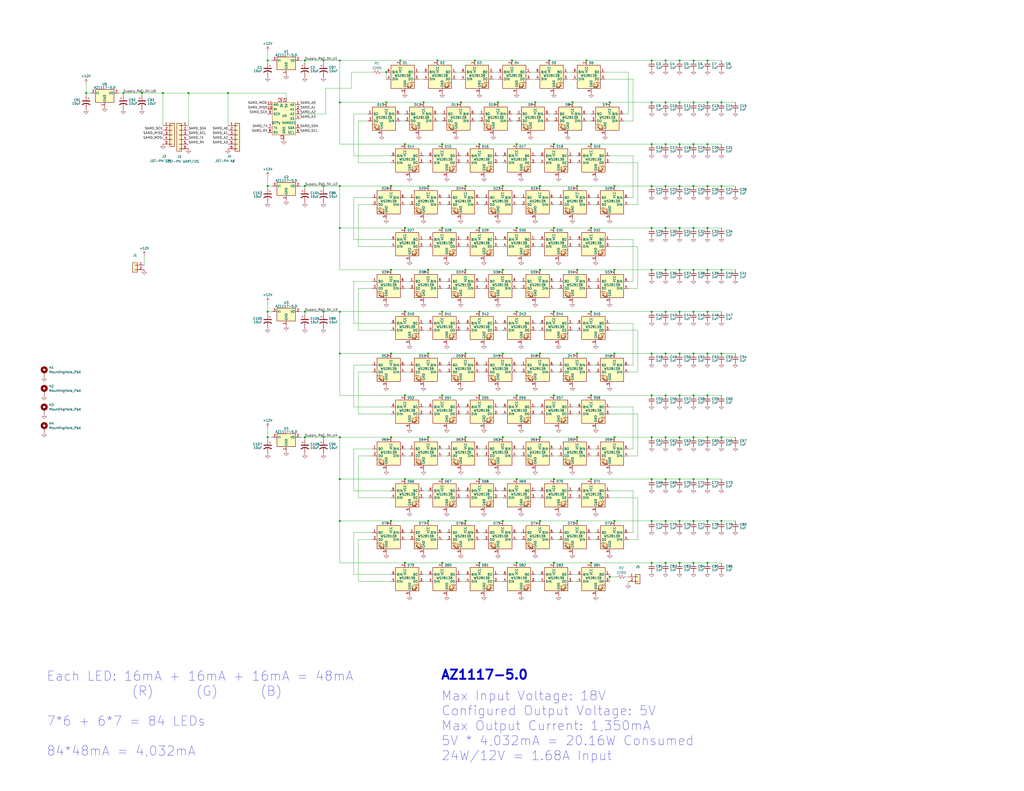
<source format=kicad_sch>
(kicad_sch (version 20250114) (generator "eeschema") (generator_version "9.0")
  (paper "C")
  (title_block (title "Mogan Grad Cap") (date "2024-12-13") (rev "A") (company "Thomas Francois KXØSTL"))
  (text "Each LED: 16mA + 16mA + 16mA = 48mA\n            (R)      (G)      (B)\n\n7*6 + 6*7 = 84 LEDs\n\n84*48mA = 4,032mA" (at 25.4 413.258 0) (effects (font (size 5.08 5.08)) (justify left bottom)))
  (text "Max Input Voltage: 18V\nConfigured Output Voltage: 5V\nMax Output Current: 1,350mA\n5V * 4,032mA = 20.16W Consumed\n24W/12V = 1.68A Input" (at 240.792 415.798 0) (effects (font (size 5.08 5.08)) (justify left bottom)))
  (text "AZ1117-5.0" (at 240.284 371.602 0) (effects (font (size 5.08 5.08) (thickness 1.016) (bold yes)) (justify left bottom)))
  (junction (at 378.46 307.34))
  (junction (at 210.82 39.37))
  (junction (at 281.94 215.9))
  (junction (at 213.36 101.6))
  (junction (at 241.3 307.34))
  (junction (at 166.37 238.76))
  (junction (at 370.84 101.6))
  (junction (at 378.46 78.74))
  (junction (at 281.94 124.46))
  (junction (at 146.05 238.76))
  (junction (at 220.98 170.18))
  (junction (at 233.68 101.6))
  (junction (at 386.08 33.02))
  (junction (at 233.68 238.76))
  (junction (at 77.47 50.8))
  (junction (at 146.05 33.02))
  (junction (at 370.84 147.32))
  (junction (at 393.7 193.04))
  (junction (at 233.68 193.04))
  (junction (at 241.3 78.74))
  (junction (at 335.28 101.6))
  (junction (at 378.46 193.04))
  (junction (at 378.46 284.48))
  (junction (at 363.22 238.76))
  (junction (at 322.58 307.34))
  (junction (at 261.62 170.18))
  (junction (at 378.46 261.62))
  (junction (at 176.53 170.18))
  (junction (at 261.62 215.9))
  (junction (at 185.42 55.88))
  (junction (at 185.42 33.02))
  (junction (at 386.08 78.74))
  (junction (at 254 238.76))
  (junction (at 386.08 55.88))
  (junction (at 386.08 307.34))
  (junction (at 254 193.04))
  (junction (at 218.44 33.02))
  (junction (at 332.74 55.88))
  (junction (at 370.84 55.88))
  (junction (at 274.32 101.6))
  (junction (at 378.46 147.32))
  (junction (at 294.64 193.04))
  (junction (at 302.26 215.9))
  (junction (at 241.3 170.18))
  (junction (at 314.96 147.32))
  (junction (at 294.64 101.6))
  (junction (at 363.22 147.32))
  (junction (at 166.37 33.02))
  (junction (at 370.84 307.34))
  (junction (at 322.58 78.74))
  (junction (at 355.6 124.46))
  (junction (at 302.26 307.34))
  (junction (at 355.6 170.18))
  (junction (at 220.98 124.46))
  (junction (at 370.84 215.9))
  (junction (at 363.22 33.02))
  (junction (at 176.53 238.76))
  (junction (at 335.28 193.04))
  (junction (at 185.42 124.46))
  (junction (at 185.42 238.76))
  (junction (at 271.78 55.88))
  (junction (at 281.94 170.18))
  (junction (at 166.37 101.6))
  (junction (at 355.6 147.32))
  (junction (at 294.64 238.76))
  (junction (at 335.28 284.48))
  (junction (at 210.82 55.88))
  (junction (at 378.46 55.88))
  (junction (at 241.3 261.62))
  (junction (at 393.7 238.76))
  (junction (at 146.05 101.6))
  (junction (at 335.28 238.76))
  (junction (at 302.26 170.18))
  (junction (at 363.22 124.46))
  (junction (at 386.08 238.76))
  (junction (at 67.31 50.8))
  (junction (at 185.42 261.62))
  (junction (at 386.08 124.46))
  (junction (at 176.53 33.02))
  (junction (at 370.84 238.76))
  (junction (at 213.36 193.04))
  (junction (at 213.36 147.32))
  (junction (at 281.94 307.34))
  (junction (at 213.36 284.48))
  (junction (at 322.58 124.46))
  (junction (at 386.08 193.04))
  (junction (at 254 147.32))
  (junction (at 274.32 193.04))
  (junction (at 386.08 101.6))
  (junction (at 370.84 284.48))
  (junction (at 355.6 215.9))
  (junction (at 220.98 261.62))
  (junction (at 386.08 284.48))
  (junction (at 185.42 193.04))
  (junction (at 220.98 307.34))
  (junction (at 393.7 55.88))
  (junction (at 378.46 101.6))
  (junction (at 314.96 193.04))
  (junction (at 378.46 215.9))
  (junction (at 393.7 101.6))
  (junction (at 88.9 50.8))
  (junction (at 254 101.6))
  (junction (at 166.37 170.18))
  (junction (at 370.84 193.04))
  (junction (at 185.42 284.48))
  (junction (at 393.7 284.48))
  (junction (at 302.26 124.46))
  (junction (at 355.6 101.6))
  (junction (at 294.64 147.32))
  (junction (at 378.46 124.46))
  (junction (at 274.32 238.76))
  (junction (at 363.22 284.48))
  (junction (at 355.6 33.02))
  (junction (at 124.46 50.8))
  (junction (at 363.22 215.9))
  (junction (at 370.84 78.74))
  (junction (at 322.58 170.18))
  (junction (at 370.84 261.62))
  (junction (at 292.1 55.88))
  (junction (at 363.22 101.6))
  (junction (at 378.46 170.18))
  (junction (at 355.6 193.04))
  (junction (at 213.36 238.76))
  (junction (at 386.08 215.9))
  (junction (at 102.87 50.8))
  (junction (at 314.96 284.48))
  (junction (at 363.22 170.18))
  (junction (at 220.98 215.9))
  (junction (at 302.26 261.62))
  (junction (at 220.98 78.74))
  (junction (at 370.84 124.46))
  (junction (at 386.08 261.62))
  (junction (at 322.58 215.9))
  (junction (at 302.26 78.74))
  (junction (at 146.05 170.18))
  (junction (at 261.62 124.46))
  (junction (at 355.6 307.34))
  (junction (at 314.96 238.76))
  (junction (at 386.08 147.32))
  (junction (at 386.08 170.18))
  (junction (at 261.62 307.34))
  (junction (at 378.46 238.76))
  (junction (at 355.6 238.76))
  (junction (at 370.84 170.18))
  (junction (at 233.68 147.32))
  (junction (at 299.72 33.02))
  (junction (at 393.7 147.32))
  (junction (at 320.04 33.02))
  (junction (at 259.08 33.02))
  (junction (at 363.22 261.62))
  (junction (at 314.96 101.6))
  (junction (at 363.22 193.04))
  (junction (at 185.42 101.6))
  (junction (at 241.3 215.9))
  (junction (at 241.3 124.46))
  (junction (at 378.46 33.02))
  (junction (at 261.62 78.74))
  (junction (at 363.22 78.74))
  (junction (at 281.94 78.74))
  (junction (at 332.74 314.96))
  (junction (at 322.58 261.62))
  (junction (at 233.68 284.48))
  (junction (at 279.4 33.02))
  (junction (at 274.32 147.32))
  (junction (at 363.22 307.34))
  (junction (at 238.76 33.02))
  (junction (at 254 284.48))
  (junction (at 335.28 147.32))
  (junction (at 185.42 170.18))
  (junction (at 261.62 261.62))
  (junction (at 46.99 50.8))
  (junction (at 355.6 55.88))
  (junction (at 176.53 101.6))
  (junction (at 312.42 55.88))
  (junction (at 251.46 55.88))
  (junction (at 355.6 78.74))
  (junction (at 231.14 55.88))
  (junction (at 274.32 284.48))
  (junction (at 281.94 261.62))
  (junction (at 294.64 284.48))
  (junction (at 370.84 33.02))
  (junction (at 363.22 55.88))
  (junction (at 355.6 284.48))
  (junction (at 355.6 261.62))
  (wire (pts (xy 251.46 267.97) (xy 254 267.97)))
  (wire (pts (xy 370.84 55.88) (xy 378.46 55.88)))
  (wire (pts (xy 166.37 238.76) (xy 163.83 238.76)))
  (wire (pts (xy 195.58 88.9) (xy 213.36 88.9)))
  (wire (pts (xy 218.44 66.04) (xy 220.98 66.04)))
  (wire (pts (xy 193.04 107.95) (xy 203.2 107.95)))
  (wire (pts (xy 251.46 180.34) (xy 254 180.34)))
  (wire (pts (xy 146.05 171.45) (xy 146.05 170.18)))
  (wire (pts (xy 322.58 294.64) (xy 325.12 294.64)))
  (wire (pts (xy 193.04 290.83) (xy 203.2 290.83)))
  (wire (pts (xy 378.46 101.6) (xy 386.08 101.6)))
  (wire (pts (xy 378.46 215.9) (xy 386.08 215.9)))
  (wire (pts (xy 386.08 261.62) (xy 393.7 261.62)))
  (wire (pts (xy 302.26 153.67) (xy 304.8 153.67)))
  (wire (pts (xy 271.78 222.25) (xy 274.32 222.25)))
  (wire (pts (xy 185.42 55.88) (xy 210.82 55.88)))
  (wire (pts (xy 259.08 33.02) (xy 279.4 33.02)))
  (wire (pts (xy 347.98 134.62) (xy 332.74 134.62)))
  (wire (pts (xy 228.6 39.37) (xy 231.14 39.37)))
  (wire (pts (xy 322.58 157.48) (xy 325.12 157.48)))
  (wire (pts (xy 312.42 88.9) (xy 314.96 88.9)))
  (wire (pts (xy 370.84 170.18) (xy 378.46 170.18)))
  (wire (pts (xy 281.94 199.39) (xy 284.48 199.39)))
  (wire (pts (xy 254 101.6) (xy 274.32 101.6)))
  (wire (pts (xy 332.74 313.69) (xy 332.74 314.96)))
  (wire (pts (xy 195.58 157.48) (xy 203.2 157.48)))
  (wire (pts (xy 302.26 248.92) (xy 304.8 248.92)))
  (wire (pts (xy 332.74 55.88) (xy 355.6 55.88)))
  (wire (pts (xy 312.42 271.78) (xy 314.96 271.78)))
  (wire (pts (xy 254 193.04) (xy 274.32 193.04)))
  (wire (pts (xy 185.42 261.62) (xy 220.98 261.62)))
  (wire (pts (xy 370.84 307.34) (xy 378.46 307.34)))
  (wire (pts (xy 176.53 238.76) (xy 185.42 238.76)))
  (wire (pts (xy 210.82 55.88) (xy 231.14 55.88)))
  (wire (pts (xy 363.22 33.02) (xy 370.84 33.02)))
  (wire (pts (xy 355.6 238.76) (xy 363.22 238.76)))
  (wire (pts (xy 185.42 193.04) (xy 185.42 215.9)))
  (wire (pts (xy 302.26 203.2) (xy 304.8 203.2)))
  (wire (pts (xy 208.28 39.37) (xy 210.82 39.37)))
  (wire (pts (xy 241.3 170.18) (xy 261.62 170.18)))
  (wire (pts (xy 322.58 199.39) (xy 325.12 199.39)))
  (wire (pts (xy 332.74 314.96) (xy 336.55 314.96)))
  (wire (pts (xy 233.68 101.6) (xy 254 101.6)))
  (wire (pts (xy 355.6 193.04) (xy 363.22 193.04)))
  (wire (pts (xy 322.58 124.46) (xy 355.6 124.46)))
  (wire (pts (xy 88.9 50.8) (xy 102.87 50.8)))
  (wire (pts (xy 281.94 245.11) (xy 284.48 245.11)))
  (wire (pts (xy 347.98 248.92) (xy 342.9 248.92)))
  (wire (pts (xy 191.77 48.26) (xy 191.77 39.37)))
  (wire (pts (xy 355.6 284.48) (xy 363.22 284.48)))
  (wire (pts (xy 299.72 33.02) (xy 320.04 33.02)))
  (wire (pts (xy 177.8 48.26) (xy 177.8 62.23)))
  (wire (pts (xy 393.7 238.76) (xy 401.32 238.76)))
  (wire (pts (xy 220.98 78.74) (xy 185.42 78.74)))
  (wire (pts (xy 193.04 290.83) (xy 193.04 313.69)))
  (wire (pts (xy 271.78 134.62) (xy 274.32 134.62)))
  (wire (pts (xy 332.74 226.06) (xy 347.98 226.06)))
  (wire (pts (xy 322.58 215.9) (xy 355.6 215.9)))
  (wire (pts (xy 185.42 33.02) (xy 218.44 33.02)))
  (wire (pts (xy 185.42 261.62) (xy 185.42 284.48)))
  (wire (pts (xy 231.14 134.62) (xy 233.68 134.62)))
  (wire (pts (xy 363.22 193.04) (xy 370.84 193.04)))
  (wire (pts (xy 345.44 222.25) (xy 345.44 245.11)))
  (wire (pts (xy 241.3 290.83) (xy 243.84 290.83)))
  (wire (pts (xy 386.08 33.02) (xy 393.7 33.02)))
  (wire (pts (xy 302.26 124.46) (xy 322.58 124.46)))
  (wire (pts (xy 146.05 34.29) (xy 146.05 33.02)))
  (wire (pts (xy 271.78 313.69) (xy 274.32 313.69)))
  (wire (pts (xy 231.14 176.53) (xy 233.68 176.53)))
  (wire (pts (xy 261.62 290.83) (xy 264.16 290.83)))
  (wire (pts (xy 220.98 245.11) (xy 223.52 245.11)))
  (wire (pts (xy 193.04 107.95) (xy 193.04 130.81)))
  (wire (pts (xy 279.4 62.23) (xy 281.94 62.23)))
  (wire (pts (xy 241.3 111.76) (xy 243.84 111.76)))
  (wire (pts (xy 241.3 203.2) (xy 243.84 203.2)))
  (wire (pts (xy 67.31 50.8) (xy 77.47 50.8)))
  (wire (pts (xy 241.3 307.34) (xy 220.98 307.34)))
  (wire (pts (xy 220.98 248.92) (xy 223.52 248.92)))
  (wire (pts (xy 193.04 245.11) (xy 193.04 267.97)))
  (wire (pts (xy 292.1 88.9) (xy 294.64 88.9)))
  (wire (pts (xy 322.58 248.92) (xy 325.12 248.92)))
  (wire (pts (xy 193.04 222.25) (xy 213.36 222.25)))
  (wire (pts (xy 195.58 111.76) (xy 203.2 111.76)))
  (wire (pts (xy 220.98 199.39) (xy 223.52 199.39)))
  (wire (pts (xy 320.04 66.04) (xy 322.58 66.04)))
  (wire (pts (xy 193.04 153.67) (xy 193.04 176.53)))
  (wire (pts (xy 302.26 107.95) (xy 304.8 107.95)))
  (wire (pts (xy 378.46 78.74) (xy 386.08 78.74)))
  (wire (pts (xy 378.46 261.62) (xy 386.08 261.62)))
  (wire (pts (xy 322.58 261.62) (xy 355.6 261.62)))
  (wire (pts (xy 46.99 50.8) (xy 49.53 50.8)))
  (wire (pts (xy 294.64 147.32) (xy 314.96 147.32)))
  (wire (pts (xy 322.58 245.11) (xy 325.12 245.11)))
  (wire (pts (xy 259.08 62.23) (xy 261.62 62.23)))
  (wire (pts (xy 185.42 170.18) (xy 185.42 193.04)))
  (wire (pts (xy 370.84 284.48) (xy 378.46 284.48)))
  (wire (pts (xy 166.37 33.02) (xy 163.83 33.02)))
  (wire (pts (xy 292.1 271.78) (xy 294.64 271.78)))
  (wire (pts (xy 231.14 313.69) (xy 233.68 313.69)))
  (wire (pts (xy 332.74 222.25) (xy 345.44 222.25)))
  (wire (pts (xy 233.68 284.48) (xy 254 284.48)))
  (wire (pts (xy 228.6 43.18) (xy 231.14 43.18)))
  (wire (pts (xy 345.44 66.04) (xy 340.36 66.04)))
  (wire (pts (xy 342.9 39.37) (xy 342.9 62.23)))
  (wire (pts (xy 355.6 147.32) (xy 363.22 147.32)))
  (wire (pts (xy 312.42 222.25) (xy 314.96 222.25)))
  (wire (pts (xy 378.46 124.46) (xy 386.08 124.46)))
  (wire (pts (xy 220.98 203.2) (xy 223.52 203.2)))
  (wire (pts (xy 332.74 314.96) (xy 332.74 317.5)))
  (wire (pts (xy 46.99 45.72) (xy 46.99 50.8)))
  (wire (pts (xy 195.58 271.78) (xy 213.36 271.78)))
  (wire (pts (xy 274.32 101.6) (xy 294.64 101.6)))
  (wire (pts (xy 302.26 78.74) (xy 281.94 78.74)))
  (wire (pts (xy 124.46 50.8) (xy 156.21 50.8)))
  (wire (pts (xy 193.04 130.81) (xy 213.36 130.81)))
  (wire (pts (xy 146.05 101.6) (xy 148.59 101.6)))
  (wire (pts (xy 332.74 85.09) (xy 345.44 85.09)))
  (wire (pts (xy 363.22 261.62) (xy 370.84 261.62)))
  (wire (pts (xy 271.78 85.09) (xy 274.32 85.09)))
  (wire (pts (xy 363.22 215.9) (xy 370.84 215.9)))
  (wire (pts (xy 271.78 180.34) (xy 274.32 180.34)))
  (wire (pts (xy 345.44 267.97) (xy 345.44 290.83)))
  (wire (pts (xy 345.44 107.95) (xy 342.9 107.95)))
  (wire (pts (xy 370.84 193.04) (xy 378.46 193.04)))
  (wire (pts (xy 241.3 199.39) (xy 243.84 199.39)))
  (wire (pts (xy 124.46 50.8) (xy 124.46 68.58)))
  (wire (pts (xy 332.74 180.34) (xy 347.98 180.34)))
  (wire (pts (xy 251.46 85.09) (xy 254 85.09)))
  (wire (pts (xy 163.83 62.23) (xy 177.8 62.23)))
  (wire (pts (xy 78.74 139.7) (xy 78.74 144.78)))
  (wire (pts (xy 312.42 176.53) (xy 314.96 176.53)))
  (wire (pts (xy 281.94 124.46) (xy 302.26 124.46)))
  (wire (pts (xy 347.98 226.06) (xy 347.98 248.92)))
  (wire (pts (xy 363.22 307.34) (xy 370.84 307.34)))
  (wire (pts (xy 146.05 170.18) (xy 148.59 170.18)))
  (wire (pts (xy 261.62 203.2) (xy 264.16 203.2)))
  (wire (pts (xy 347.98 157.48) (xy 342.9 157.48)))
  (wire (pts (xy 314.96 147.32) (xy 335.28 147.32)))
  (wire (pts (xy 185.42 147.32) (xy 213.36 147.32)))
  (wire (pts (xy 330.2 39.37) (xy 342.9 39.37)))
  (wire (pts (xy 345.44 245.11) (xy 342.9 245.11)))
  (wire (pts (xy 231.14 55.88) (xy 251.46 55.88)))
  (wire (pts (xy 185.42 170.18) (xy 220.98 170.18)))
  (wire (pts (xy 176.53 170.18) (xy 185.42 170.18)))
  (wire (pts (xy 355.6 261.62) (xy 363.22 261.62)))
  (wire (pts (xy 254 238.76) (xy 274.32 238.76)))
  (wire (pts (xy 363.22 78.74) (xy 370.84 78.74)))
  (wire (pts (xy 320.04 62.23) (xy 322.58 62.23)))
  (wire (pts (xy 386.08 55.88) (xy 393.7 55.88)))
  (wire (pts (xy 193.04 62.23) (xy 193.04 85.09)))
  (wire (pts (xy 166.37 171.45) (xy 166.37 170.18)))
  (wire (pts (xy 347.98 271.78) (xy 347.98 294.64)))
  (wire (pts (xy 193.04 267.97) (xy 213.36 267.97)))
  (wire (pts (xy 195.58 203.2) (xy 195.58 226.06)))
  (wire (pts (xy 193.04 153.67) (xy 203.2 153.67)))
  (wire (pts (xy 231.14 317.5) (xy 233.68 317.5)))
  (wire (pts (xy 231.14 271.78) (xy 233.68 271.78)))
  (wire (pts (xy 185.42 55.88) (xy 185.42 78.74)))
  (wire (pts (xy 195.58 294.64) (xy 203.2 294.64)))
  (wire (pts (xy 312.42 180.34) (xy 314.96 180.34)))
  (wire (pts (xy 220.98 307.34) (xy 185.42 307.34)))
  (wire (pts (xy 166.37 34.29) (xy 166.37 33.02)))
  (wire (pts (xy 378.46 55.88) (xy 386.08 55.88)))
  (wire (pts (xy 355.6 307.34) (xy 363.22 307.34)))
  (wire (pts (xy 193.04 245.11) (xy 203.2 245.11)))
  (wire (pts (xy 370.84 124.46) (xy 378.46 124.46)))
  (wire (pts (xy 345.44 153.67) (xy 342.9 153.67)))
  (wire (pts (xy 220.98 111.76) (xy 223.52 111.76)))
  (wire (pts (xy 271.78 176.53) (xy 274.32 176.53)))
  (wire (pts (xy 251.46 271.78) (xy 254 271.78)))
  (wire (pts (xy 220.98 170.18) (xy 241.3 170.18)))
  (wire (pts (xy 302.26 261.62) (xy 322.58 261.62)))
  (wire (pts (xy 393.7 193.04) (xy 401.32 193.04)))
  (wire (pts (xy 332.74 271.78) (xy 347.98 271.78)))
  (wire (pts (xy 279.4 66.04) (xy 281.94 66.04)))
  (wire (pts (xy 261.62 215.9) (xy 281.94 215.9)))
  (wire (pts (xy 294.64 238.76) (xy 314.96 238.76)))
  (wire (pts (xy 378.46 147.32) (xy 386.08 147.32)))
  (wire (pts (xy 166.37 170.18) (xy 163.83 170.18)))
  (wire (pts (xy 294.64 284.48) (xy 314.96 284.48)))
  (wire (pts (xy 231.14 226.06) (xy 233.68 226.06)))
  (wire (pts (xy 322.58 170.18) (xy 355.6 170.18)))
  (wire (pts (xy 393.7 55.88) (xy 401.32 55.88)))
  (wire (pts (xy 378.46 170.18) (xy 386.08 170.18)))
  (wire (pts (xy 292.1 176.53) (xy 294.64 176.53)))
  (wire (pts (xy 314.96 101.6) (xy 335.28 101.6)))
  (wire (pts (xy 261.62 248.92) (xy 264.16 248.92)))
  (wire (pts (xy 302.26 199.39) (xy 304.8 199.39)))
  (wire (pts (xy 231.14 222.25) (xy 233.68 222.25)))
  (wire (pts (xy 378.46 33.02) (xy 386.08 33.02)))
  (wire (pts (xy 332.74 130.81) (xy 345.44 130.81)))
  (wire (pts (xy 294.64 193.04) (xy 314.96 193.04)))
  (wire (pts (xy 363.22 124.46) (xy 370.84 124.46)))
  (wire (pts (xy 195.58 134.62) (xy 213.36 134.62)))
  (wire (pts (xy 241.3 124.46) (xy 261.62 124.46)))
  (wire (pts (xy 274.32 284.48) (xy 294.64 284.48)))
  (wire (pts (xy 345.44 176.53) (xy 345.44 199.39)))
  (wire (pts (xy 166.37 33.02) (xy 176.53 33.02)))
  (wire (pts (xy 302.26 290.83) (xy 304.8 290.83)))
  (wire (pts (xy 294.64 101.6) (xy 314.96 101.6)))
  (wire (pts (xy 299.72 66.04) (xy 302.26 66.04)))
  (wire (pts (xy 185.42 238.76) (xy 213.36 238.76)))
  (wire (pts (xy 220.98 290.83) (xy 223.52 290.83)))
  (wire (pts (xy 251.46 55.88) (xy 271.78 55.88)))
  (wire (pts (xy 248.92 39.37) (xy 251.46 39.37)))
  (wire (pts (xy 347.98 294.64) (xy 342.9 294.64)))
  (wire (pts (xy 220.98 107.95) (xy 223.52 107.95)))
  (wire (pts (xy 185.42 33.02) (xy 185.42 55.88)))
  (wire (pts (xy 241.3 215.9) (xy 261.62 215.9)))
  (wire (pts (xy 269.24 43.18) (xy 271.78 43.18)))
  (wire (pts (xy 378.46 284.48) (xy 386.08 284.48)))
  (wire (pts (xy 251.46 313.69) (xy 254 313.69)))
  (wire (pts (xy 363.22 101.6) (xy 370.84 101.6)))
  (wire (pts (xy 238.76 66.04) (xy 241.3 66.04)))
  (wire (pts (xy 177.8 48.26) (xy 191.77 48.26)))
  (wire (pts (xy 312.42 313.69) (xy 314.96 313.69)))
  (wire (pts (xy 195.58 180.34) (xy 213.36 180.34)))
  (wire (pts (xy 292.1 222.25) (xy 294.64 222.25)))
  (wire (pts (xy 281.94 261.62) (xy 302.26 261.62)))
  (wire (pts (xy 314.96 193.04) (xy 335.28 193.04)))
  (wire (pts (xy 386.08 284.48) (xy 393.7 284.48)))
  (wire (pts (xy 241.3 261.62) (xy 261.62 261.62)))
  (wire (pts (xy 302.26 245.11) (xy 304.8 245.11)))
  (wire (pts (xy 302.26 170.18) (xy 322.58 170.18)))
  (wire (pts (xy 88.9 50.8) (xy 88.9 68.58)))
  (wire (pts (xy 146.05 165.1) (xy 146.05 170.18)))
  (wire (pts (xy 312.42 317.5) (xy 314.96 317.5)))
  (wire (pts (xy 213.36 238.76) (xy 233.68 238.76)))
  (wire (pts (xy 335.28 147.32) (xy 355.6 147.32)))
  (wire (pts (xy 393.7 101.6) (xy 401.32 101.6)))
  (wire (pts (xy 251.46 88.9) (xy 254 88.9)))
  (wire (pts (xy 195.58 226.06) (xy 213.36 226.06)))
  (wire (pts (xy 251.46 222.25) (xy 254 222.25)))
  (wire (pts (xy 347.98 88.9) (xy 347.98 111.76)))
  (wire (pts (xy 233.68 193.04) (xy 254 193.04)))
  (wire (pts (xy 166.37 102.87) (xy 166.37 101.6)))
  (wire (pts (xy 213.36 101.6) (xy 233.68 101.6)))
  (wire (pts (xy 322.58 203.2) (xy 325.12 203.2)))
  (wire (pts (xy 220.98 294.64) (xy 223.52 294.64)))
  (wire (pts (xy 233.68 147.32) (xy 254 147.32)))
  (wire (pts (xy 185.42 101.6) (xy 185.42 124.46)))
  (wire (pts (xy 261.62 124.46) (xy 281.94 124.46)))
  (wire (pts (xy 370.84 33.02) (xy 378.46 33.02)))
  (wire (pts (xy 231.14 267.97) (xy 233.68 267.97)))
  (wire (pts (xy 166.37 170.18) (xy 176.53 170.18)))
  (wire (pts (xy 210.82 39.37) (xy 210.82 43.18)))
  (wire (pts (xy 322.58 307.34) (xy 355.6 307.34)))
  (wire (pts (xy 166.37 238.76) (xy 176.53 238.76)))
  (wire (pts (xy 231.14 180.34) (xy 233.68 180.34)))
  (wire (pts (xy 292.1 226.06) (xy 294.64 226.06)))
  (wire (pts (xy 281.94 111.76) (xy 284.48 111.76)))
  (wire (pts (xy 292.1 267.97) (xy 294.64 267.97)))
  (wire (pts (xy 370.84 78.74) (xy 378.46 78.74)))
  (wire (pts (xy 335.28 284.48) (xy 355.6 284.48)))
  (wire (pts (xy 370.84 261.62) (xy 378.46 261.62)))
  (wire (pts (xy 146.05 240.03) (xy 146.05 238.76)))
  (wire (pts (xy 281.94 248.92) (xy 284.48 248.92)))
  (wire (pts (xy 355.6 101.6) (xy 363.22 101.6)))
  (wire (pts (xy 320.04 33.02) (xy 355.6 33.02)))
  (wire (pts (xy 191.77 39.37) (xy 203.2 39.37)))
  (wire (pts (xy 185.42 193.04) (xy 213.36 193.04)))
  (wire (pts (xy 322.58 153.67) (xy 325.12 153.67)))
  (wire (pts (xy 102.87 50.8) (xy 124.46 50.8)))
  (wire (pts (xy 355.6 78.74) (xy 363.22 78.74)))
  (wire (pts (xy 220.98 124.46) (xy 241.3 124.46)))
  (wire (pts (xy 386.08 78.74) (xy 393.7 78.74)))
  (wire (pts (xy 241.3 248.92) (xy 243.84 248.92)))
  (wire (pts (xy 193.04 199.39) (xy 203.2 199.39)))
  (wire (pts (xy 156.21 50.8) (xy 156.21 53.34)))
  (wire (pts (xy 193.04 199.39) (xy 193.04 222.25)))
  (wire (pts (xy 289.56 43.18) (xy 292.1 43.18)))
  (wire (pts (xy 274.32 147.32) (xy 294.64 147.32)))
  (wire (pts (xy 251.46 134.62) (xy 254 134.62)))
  (wire (pts (xy 386.08 170.18) (xy 393.7 170.18)))
  (wire (pts (xy 322.58 78.74) (xy 355.6 78.74)))
  (wire (pts (xy 176.53 240.03) (xy 176.53 238.76)))
  (wire (pts (xy 386.08 215.9) (xy 393.7 215.9)))
  (wire (pts (xy 281.94 157.48) (xy 284.48 157.48)))
  (wire (pts (xy 378.46 238.76) (xy 386.08 238.76)))
  (wire (pts (xy 345.44 199.39) (xy 342.9 199.39)))
  (wire (pts (xy 386.08 307.34) (xy 393.7 307.34)))
  (wire (pts (xy 299.72 62.23) (xy 302.26 62.23)))
  (wire (pts (xy 241.3 245.11) (xy 243.84 245.11)))
  (wire (pts (xy 220.98 215.9) (xy 185.42 215.9)))
  (wire (pts (xy 355.6 215.9) (xy 363.22 215.9)))
  (wire (pts (xy 261.62 294.64) (xy 264.16 294.64)))
  (wire (pts (xy 281.94 290.83) (xy 284.48 290.83)))
  (wire (pts (xy 355.6 33.02) (xy 363.22 33.02)))
  (wire (pts (xy 241.3 78.74) (xy 220.98 78.74)))
  (wire (pts (xy 302.26 215.9) (xy 322.58 215.9)))
  (wire (pts (xy 67.31 52.07) (xy 67.31 50.8)))
  (wire (pts (xy 271.78 55.88) (xy 292.1 55.88)))
  (wire (pts (xy 393.7 284.48) (xy 401.32 284.48)))
  (wire (pts (xy 195.58 248.92) (xy 195.58 271.78)))
  (wire (pts (xy 271.78 226.06) (xy 274.32 226.06)))
  (wire (pts (xy 241.3 294.64) (xy 243.84 294.64)))
  (wire (pts (xy 292.1 85.09) (xy 294.64 85.09)))
  (wire (pts (xy 251.46 130.81) (xy 254 130.81)))
  (wire (pts (xy 166.37 101.6) (xy 163.83 101.6)))
  (wire (pts (xy 322.58 107.95) (xy 325.12 107.95)))
  (wire (pts (xy 193.04 62.23) (xy 200.66 62.23)))
  (wire (pts (xy 195.58 157.48) (xy 195.58 180.34)))
  (wire (pts (xy 271.78 267.97) (xy 274.32 267.97)))
  (wire (pts (xy 271.78 88.9) (xy 274.32 88.9)))
  (wire (pts (xy 185.42 307.34) (xy 185.42 284.48)))
  (wire (pts (xy 281.94 153.67) (xy 284.48 153.67)))
  (wire (pts (xy 261.62 157.48) (xy 264.16 157.48)))
  (wire (pts (xy 347.98 180.34) (xy 347.98 203.2)))
  (wire (pts (xy 185.42 101.6) (xy 213.36 101.6)))
  (wire (pts (xy 220.98 157.48) (xy 223.52 157.48)))
  (wire (pts (xy 261.62 153.67) (xy 264.16 153.67)))
  (wire (pts (xy 363.22 238.76) (xy 370.84 238.76)))
  (wire (pts (xy 292.1 134.62) (xy 294.64 134.62)))
  (wire (pts (xy 393.7 147.32) (xy 401.32 147.32)))
  (wire (pts (xy 193.04 85.09) (xy 213.36 85.09)))
  (wire (pts (xy 195.58 66.04) (xy 200.66 66.04)))
  (wire (pts (xy 281.94 294.64) (xy 284.48 294.64)))
  (wire (pts (xy 386.08 238.76) (xy 393.7 238.76)))
  (wire (pts (xy 220.98 261.62) (xy 241.3 261.62)))
  (wire (pts (xy 345.44 290.83) (xy 342.9 290.83)))
  (wire (pts (xy 363.22 55.88) (xy 370.84 55.88)))
  (wire (pts (xy 312.42 267.97) (xy 314.96 267.97)))
  (wire (pts (xy 193.04 313.69) (xy 213.36 313.69)))
  (wire (pts (xy 355.6 124.46) (xy 363.22 124.46)))
  (wire (pts (xy 231.14 88.9) (xy 233.68 88.9)))
  (wire (pts (xy 195.58 317.5) (xy 213.36 317.5)))
  (wire (pts (xy 281.94 78.74) (xy 261.62 78.74)))
  (wire (pts (xy 146.05 102.87) (xy 146.05 101.6)))
  (wire (pts (xy 185.42 238.76) (xy 185.42 261.62)))
  (wire (pts (xy 241.3 107.95) (xy 243.84 107.95)))
  (wire (pts (xy 302.26 78.74) (xy 322.58 78.74)))
  (wire (pts (xy 195.58 203.2) (xy 203.2 203.2)))
  (wire (pts (xy 302.26 294.64) (xy 304.8 294.64)))
  (wire (pts (xy 166.37 101.6) (xy 176.53 101.6)))
  (wire (pts (xy 281.94 307.34) (xy 261.62 307.34)))
  (wire (pts (xy 378.46 307.34) (xy 386.08 307.34)))
  (wire (pts (xy 251.46 226.06) (xy 254 226.06)))
  (wire (pts (xy 342.9 318.77) (xy 342.9 317.5)))
  (wire (pts (xy 213.36 147.32) (xy 233.68 147.32)))
  (wire (pts (xy 281.94 203.2) (xy 284.48 203.2)))
  (wire (pts (xy 292.1 55.88) (xy 312.42 55.88)))
  (wire (pts (xy 322.58 307.34) (xy 302.26 307.34)))
  (wire (pts (xy 195.58 66.04) (xy 195.58 88.9)))
  (wire (pts (xy 241.3 153.67) (xy 243.84 153.67)))
  (wire (pts (xy 335.28 101.6) (xy 355.6 101.6)))
  (wire (pts (xy 271.78 130.81) (xy 274.32 130.81)))
  (wire (pts (xy 370.84 215.9) (xy 378.46 215.9)))
  (wire (pts (xy 77.47 52.07) (xy 77.47 50.8)))
  (wire (pts (xy 176.53 34.29) (xy 176.53 33.02)))
  (wire (pts (xy 274.32 193.04) (xy 294.64 193.04)))
  (wire (pts (xy 355.6 170.18) (xy 363.22 170.18)))
  (wire (pts (xy 302.26 157.48) (xy 304.8 157.48)))
  (wire (pts (xy 102.87 50.8) (xy 102.87 68.58)))
  (wire (pts (xy 166.37 240.03) (xy 166.37 238.76)))
  (wire (pts (xy 185.42 284.48) (xy 213.36 284.48)))
  (wire (pts (xy 176.53 102.87) (xy 176.53 101.6)))
  (wire (pts (xy 261.62 199.39) (xy 264.16 199.39)))
  (wire (pts (xy 281.94 170.18) (xy 302.26 170.18)))
  (wire (pts (xy 274.32 238.76) (xy 294.64 238.76)))
  (wire (pts (xy 248.92 43.18) (xy 251.46 43.18)))
  (wire (pts (xy 335.28 193.04) (xy 355.6 193.04)))
  (wire (pts (xy 309.88 39.37) (xy 312.42 39.37)))
  (wire (pts (xy 386.08 193.04) (xy 393.7 193.04)))
  (wire (pts (xy 195.58 111.76) (xy 195.58 134.62)))
  (wire (pts (xy 261.62 170.18) (xy 281.94 170.18)))
  (wire (pts (xy 251.46 176.53) (xy 254 176.53)))
  (wire (pts (xy 146.05 33.02) (xy 148.59 33.02)))
  (wire (pts (xy 261.62 111.76) (xy 264.16 111.76)))
  (wire (pts (xy 238.76 33.02) (xy 259.08 33.02)))
  (wire (pts (xy 289.56 39.37) (xy 292.1 39.37)))
  (wire (pts (xy 355.6 55.88) (xy 363.22 55.88)))
  (wire (pts (xy 261.62 107.95) (xy 264.16 107.95)))
  (wire (pts (xy 213.36 193.04) (xy 233.68 193.04)))
  (wire (pts (xy 176.53 101.6) (xy 185.42 101.6)))
  (wire (pts (xy 251.46 317.5) (xy 254 317.5)))
  (wire (pts (xy 231.14 85.09) (xy 233.68 85.09)))
  (wire (pts (xy 213.36 284.48) (xy 233.68 284.48)))
  (wire (pts (xy 335.28 238.76) (xy 355.6 238.76)))
  (wire (pts (xy 233.68 238.76) (xy 254 238.76)))
  (wire (pts (xy 312.42 226.06) (xy 314.96 226.06)))
  (wire (pts (xy 312.42 55.88) (xy 332.74 55.88)))
  (wire (pts (xy 378.46 193.04) (xy 386.08 193.04)))
  (wire (pts (xy 238.76 62.23) (xy 241.3 62.23)))
  (wire (pts (xy 279.4 33.02) (xy 299.72 33.02)))
  (wire (pts (xy 271.78 271.78) (xy 274.32 271.78)))
  (wire (pts (xy 220.98 215.9) (xy 241.3 215.9)))
  (wire (pts (xy 185.42 124.46) (xy 220.98 124.46)))
  (wire (pts (xy 241.3 157.48) (xy 243.84 157.48)))
  (wire (pts (xy 292.1 180.34) (xy 294.64 180.34)))
  (wire (pts (xy 46.99 52.07) (xy 46.99 50.8)))
  (wire (pts (xy 292.1 313.69) (xy 294.64 313.69)))
  (wire (pts (xy 254 147.32) (xy 274.32 147.32)))
  (wire (pts (xy 370.84 238.76) (xy 378.46 238.76)))
  (wire (pts (xy 345.44 43.18) (xy 345.44 66.04)))
  (wire (pts (xy 195.58 294.64) (xy 195.58 317.5)))
  (wire (pts (xy 261.62 261.62) (xy 281.94 261.62)))
  (wire (pts (xy 302.26 307.34) (xy 281.94 307.34)))
  (wire (pts (xy 269.24 39.37) (xy 271.78 39.37)))
  (wire (pts (xy 370.84 147.32) (xy 378.46 147.32)))
  (wire (pts (xy 185.42 124.46) (xy 185.42 147.32)))
  (wire (pts (xy 314.96 284.48) (xy 335.28 284.48)))
  (wire (pts (xy 322.58 111.76) (xy 325.12 111.76)))
  (wire (pts (xy 332.74 176.53) (xy 345.44 176.53)))
  (wire (pts (xy 312.42 134.62) (xy 314.96 134.62)))
  (wire (pts (xy 146.05 27.94) (xy 146.05 33.02)))
  (wire (pts (xy 193.04 176.53) (xy 213.36 176.53)))
  (wire (pts (xy 271.78 317.5) (xy 274.32 317.5)))
  (wire (pts (xy 322.58 290.83) (xy 325.12 290.83)))
  (wire (pts (xy 347.98 111.76) (xy 342.9 111.76)))
  (wire (pts (xy 220.98 153.67) (xy 223.52 153.67)))
  (wire (pts (xy 345.44 43.18) (xy 330.2 43.18)))
  (wire (pts (xy 342.9 314.96) (xy 341.63 314.96)))
  (wire (pts (xy 254 284.48) (xy 274.32 284.48)))
  (wire (pts (xy 302.26 111.76) (xy 304.8 111.76)))
  (wire (pts (xy 347.98 203.2) (xy 342.9 203.2)))
  (wire (pts (xy 261.62 78.74) (xy 241.3 78.74)))
  (wire (pts (xy 67.31 50.8) (xy 64.77 50.8)))
  (wire (pts (xy 342.9 62.23) (xy 340.36 62.23)))
  (wire (pts (xy 77.47 50.8) (xy 88.9 50.8)))
  (wire (pts (xy 345.44 130.81) (xy 345.44 153.67)))
  (wire (pts (xy 363.22 147.32) (xy 370.84 147.32)))
  (wire (pts (xy 281.94 215.9) (xy 302.26 215.9)))
  (wire (pts (xy 146.05 238.76) (xy 148.59 238.76)))
  (wire (pts (xy 312.42 85.09) (xy 314.96 85.09)))
  (wire (pts (xy 261.62 307.34) (xy 241.3 307.34)))
  (wire (pts (xy 259.08 66.04) (xy 261.62 66.04)))
  (wire (pts (xy 386.08 124.46) (xy 393.7 124.46)))
  (wire (pts (xy 363.22 170.18) (xy 370.84 170.18)))
  (wire (pts (xy 218.44 33.02) (xy 238.76 33.02)))
  (wire (pts (xy 345.44 85.09) (xy 345.44 107.95)))
  (wire (pts (xy 292.1 317.5) (xy 294.64 317.5)))
  (wire (pts (xy 386.08 147.32) (xy 393.7 147.32)))
  (wire (pts (xy 312.42 130.81) (xy 314.96 130.81)))
  (wire (pts (xy 218.44 62.23) (xy 220.98 62.23)))
  (wire (pts (xy 195.58 248.92) (xy 203.2 248.92)))
  (wire (pts (xy 314.96 238.76) (xy 335.28 238.76)))
  (wire (pts (xy 386.08 101.6) (xy 393.7 101.6)))
  (wire (pts (xy 347.98 88.9) (xy 332.74 88.9)))
  (wire (pts (xy 363.22 284.48) (xy 370.84 284.48)))
  (wire (pts (xy 231.14 130.81) (xy 233.68 130.81)))
  (wire (pts (xy 345.44 267.97) (xy 332.74 267.97)))
  (wire (pts (xy 176.53 33.02) (xy 185.42 33.02)))
  (wire (pts (xy 309.88 43.18) (xy 312.42 43.18)))
  (wire (pts (xy 261.62 245.11) (xy 264.16 245.11)))
  (wire (pts (xy 370.84 101.6) (xy 378.46 101.6)))
  (wire (pts (xy 347.98 134.62) (xy 347.98 157.48)))
  (wire (pts (xy 176.53 171.45) (xy 176.53 170.18)))
  (wire (pts (xy 146.05 96.52) (xy 146.05 101.6)))
  (wire (pts (xy 281.94 107.95) (xy 284.48 107.95)))
  (wire (pts (xy 292.1 130.81) (xy 294.64 130.81)))
  (wire (pts (xy 146.05 233.68) (xy 146.05 238.76)))
  (label "Supply_Rail_5V_U1" (at 166.37 33.02 0))
  (label "SAMD_A3" (at 124.46 78.74 180))
  (label "SAMD_MOSI" (at 88.9 76.2 180))
  (label "SAMD_SCK" (at 146.05 62.23 180))
  (label "SAMD_A3" (at 163.83 64.77 0))
  (label "Supply_Rail_5V_U2" (at 166.37 101.6 0))
  (label "SAMD_A2" (at 124.46 76.2 180))
  (label "SAMD_SDA" (at 102.87 71.12 0))
  (label "SAMD_SCL" (at 102.87 73.66 0))
  (label "SAMD_A2" (at 163.83 62.23 0))
  (label "SAMD_SDA" (at 163.83 69.85 0))
  (label "SAMD_A1" (at 163.83 59.69 0))
  (label "SAMD_MISO" (at 146.05 59.69 180))
  (label "SAMD_A1" (at 124.46 73.66 180))
  (label "SAMD_TX" (at 146.05 69.85 180))
  (label "SAMD_TX" (at 102.87 76.2 0))
  (label "SAMD_RX" (at 146.05 72.39 180))
  (label "SAMD_MISO" (at 88.9 73.66 180))
  (label "SAMD_SCK" (at 88.9 71.12 180))
  (label "Supply_Rail_5V_U6" (at 67.31 50.8 0))
  (label "Supply_Rail_5V_U3" (at 166.37 170.18 0))
  (label "SAMD_RX" (at 102.87 78.74 0))
  (label "SAMD_MOSI" (at 146.05 57.15 180))
  (label "SAMD_A0" (at 163.83 57.15 0))
  (label "Supply_Rail_5V_U4" (at 166.37 238.76 0))
  (label "SAMD_SCL" (at 163.83 72.39 0))
  (label "SAMD_A0" (at 124.46 71.12 180))
  (symbol (lib_id "Device:C_Small") (at 386.08 172.72 0) (unit 1)
    (property "Reference" "C46" (at 388.4041 172.0826 0) (effects (justify left)))
    (property "Value" "1uF" (at 388.4041 174.0036 0) (effects (justify left)))
    (property "Footprint" "Capacitor_SMD:C_0603_1608Metric_Pad1.08x0.95mm_HandSolder" (effects (hide yes)))
  )
  (symbol (lib_id "Device:C_Small") (at 355.6 149.86 0) (unit 1)
    (property "Reference" "C35" (at 357.9241 149.2226 0) (effects (justify left)))
    (property "Value" "1uF" (at 357.9241 151.1436 0) (effects (justify left)))
    (property "Footprint" "Capacitor_SMD:C_0603_1608Metric_Pad1.08x0.95mm_HandSolder" (effects (hide yes)))
  )
  (symbol (lib_id "power:GND") (at 88.9 78.74 0) (unit 1)
    (property "Reference" "#PWR034" (effects (hide yes)))
    (property "Value" "GND" (effects (hide yes)))
    (property "Description" "Power symbol creates a global label with name \"GND\" , ground" (effects (hide yes)))
  )
  (symbol (lib_id "power:+12V") (at 46.99 45.72 0) (unit 1)
    (property "Reference" "#PWR021" (effects (hide yes)))
    (property "Value" "+12V" (at 46.99 41.5869 0))
    (property "Description" "Power symbol creates a global label with name \"+12V\"" (effects (hide yes)))
  )
  (symbol (lib_id "LEDs:WS2813B") (at 242.57 270.51 0) (unit 1)
    (property "Reference" "D67" (at 242.57 262.89 0) (effects (justify left)))
    (property "Value" "WS2813B" (at 242.5901 269.8803 0))
    (property "Footprint" "LED_SMD:LED_WS2812_PLCC6_5.0x5.0mm_P1.6mm" (effects (hide yes)))
    (property "Datasheet" "https://mm.digikey.com/Volume0/opasdata/d220001/medias/docus/42/WS2813B_Ver.V5_10-20-19.pdf" (effects (hide yes)))
  )
  (symbol (lib_id "power:GND") (at 251.46 210.82 0) (unit 1)
    (property "Reference" "#PWR0211" (effects (hide yes)))
    (property "Value" "GND" (effects (hide yes)))
    (property "Description" "Power symbol creates a global label with name \"GND\" , ground" (effects (hide yes)))
  )
  (symbol (lib_id "LEDs:WS2813B") (at 280.67 41.91 0) (unit 1)
    (property "Reference" "D4" (at 280.67 34.29 0) (effects (justify left)))
    (property "Value" "WS2813B" (at 280.6901 41.2803 0))
    (property "Footprint" "LED_SMD:LED_WS2812_PLCC6_5.0x5.0mm_P1.6mm" (effects (hide yes)))
    (property "Datasheet" "https://mm.digikey.com/Volume0/opasdata/d220001/medias/docus/42/WS2813B_Ver.V5_10-20-19.pdf" (effects (hide yes)))
  )
  (symbol (lib_id "Device:C_Small") (at 393.7 127 0) (unit 1)
    (property "Reference" "C34" (at 396.0241 126.3626 0) (effects (justify left)))
    (property "Value" "1uF" (at 396.0241 128.2836 0) (effects (justify left)))
    (property "Footprint" "Capacitor_SMD:C_0603_1608Metric_Pad1.08x0.95mm_HandSolder" (effects (hide yes)))
  )
  (symbol (lib_id "power:GND") (at 370.84 243.84 0) (unit 1)
    (property "Reference" "#PWR0168" (effects (hide yes)))
    (property "Value" "GND" (effects (hide yes)))
    (property "Description" "Power symbol creates a global label with name \"GND\" , ground" (effects (hide yes)))
  )
  (symbol (lib_id "power:GND") (at 264.16 96.52 0) (unit 1)
    (property "Reference" "#PWR049" (effects (hide yes)))
    (property "Value" "GND" (effects (hide yes)))
    (property "Description" "Power symbol creates a global label with name \"GND\" , ground" (effects (hide yes)))
  )
  (symbol (lib_id "LEDs:WS2813B") (at 293.37 247.65 0) (mirror y) (unit 1)
    (property "Reference" "D61" (at 293.37 240.03 0) (effects (justify left)))
    (property "Value" "WS2813B" (at 293.3499 247.0203 0))
    (property "Footprint" "LED_SMD:LED_WS2812_PLCC6_5.0x5.0mm_P1.6mm" (effects (hide yes)))
    (property "Datasheet" "https://mm.digikey.com/Volume0/opasdata/d220001/medias/docus/42/WS2813B_Ver.V5_10-20-19.pdf" (effects (hide yes)))
  )
  (symbol (lib_id "power:GND") (at 363.22 106.68 0) (unit 1)
    (property "Reference" "#PWR069" (effects (hide yes)))
    (property "Value" "GND" (effects (hide yes)))
    (property "Description" "Power symbol creates a global label with name \"GND\" , ground" (effects (hide yes)))
  )
  (symbol (lib_id "power:GND") (at 269.24 73.66 0) (unit 1)
    (property "Reference" "#PWR013" (effects (hide yes)))
    (property "Value" "GND" (effects (hide yes)))
    (property "Description" "Power symbol creates a global label with name \"GND\" , ground" (effects (hide yes)))
  )
  (symbol (lib_id "Device:C_Small") (at 386.08 241.3 0) (unit 1)
    (property "Reference" "C65" (at 388.4041 240.6626 0) (effects (justify left)))
    (property "Value" "1uF" (at 388.4041 242.5836 0) (effects (justify left)))
    (property "Footprint" "Capacitor_SMD:C_0603_1608Metric_Pad1.08x0.95mm_HandSolder" (effects (hide yes)))
  )
  (symbol (lib_id "power:GND") (at 370.84 129.54 0) (unit 1)
    (property "Reference" "#PWR090" (effects (hide yes)))
    (property "Value" "GND" (effects (hide yes)))
    (property "Description" "Power symbol creates a global label with name \"GND\" , ground" (effects (hide yes)))
  )
  (symbol (lib_id "LEDs:WS2813B") (at 323.85 179.07 0) (unit 1)
    (property "Reference" "D45" (at 323.85 171.45 0) (effects (justify left)))
    (property "Value" "WS2813B" (at 323.8701 178.4403 0))
    (property "Footprint" "LED_SMD:LED_WS2812_PLCC6_5.0x5.0mm_P1.6mm" (effects (hide yes)))
    (property "Datasheet" "https://mm.digikey.com/Volume0/opasdata/d220001/medias/docus/42/WS2813B_Ver.V5_10-20-19.pdf" (effects (hide yes)))
  )
  (symbol (lib_id "Device:C_Small") (at 355.6 287.02 0) (unit 1)
    (property "Reference" "C74" (at 357.9241 286.3826 0) (effects (justify left)))
    (property "Value" "1uF" (at 357.9241 288.3036 0) (effects (justify left)))
    (property "Footprint" "Capacitor_SMD:C_0603_1608Metric_Pad1.08x0.95mm_HandSolder" (effects (hide yes)))
  )
  (symbol (lib_id "power:GND") (at 304.8 233.68 0) (unit 1)
    (property "Reference" "#PWR0250" (effects (hide yes)))
    (property "Value" "GND" (effects (hide yes)))
    (property "Description" "Power symbol creates a global label with name \"GND\" , ground" (effects (hide yes)))
  )
  (symbol (lib_id "LEDs:WS2813B") (at 252.73 247.65 0) (mirror y) (unit 1)
    (property "Reference" "D63" (at 252.73 240.03 0) (effects (justify left)))
    (property "Value" "WS2813B" (at 252.7099 247.0203 0))
    (property "Footprint" "LED_SMD:LED_WS2812_PLCC6_5.0x5.0mm_P1.6mm" (effects (hide yes)))
    (property "Datasheet" "https://mm.digikey.com/Volume0/opasdata/d220001/medias/docus/42/WS2813B_Ver.V5_10-20-19.pdf" (effects (hide yes)))
  )
  (symbol (lib_id "power:GND") (at 78.74 147.32 0) (unit 1)
    (property "Reference" "#PWR0224" (effects (hide yes)))
    (property "Value" "GND" (effects (hide yes)))
    (property "Description" "Power symbol creates a global label with name \"GND\" , ground" (effects (hide yes)))
  )
  (symbol (lib_id "power:GND") (at 393.7 312.42 0) (unit 1)
    (property "Reference" "#PWR0223" (effects (hide yes)))
    (property "Value" "GND" (effects (hide yes)))
    (property "Description" "Power symbol creates a global label with name \"GND\" , ground" (effects (hide yes)))
  )
  (symbol (lib_id "power:GND") (at 332.74 165.1 0) (unit 1)
    (property "Reference" "#PWR0152" (effects (hide yes)))
    (property "Value" "GND" (effects (hide yes)))
    (property "Description" "Power symbol creates a global label with name \"GND\" , ground" (effects (hide yes)))
  )
  (symbol (lib_id "LEDs:WS2813B") (at 323.85 133.35 0) (unit 1)
    (property "Reference" "D32" (at 323.85 125.73 0) (effects (justify left)))
    (property "Value" "WS2813B" (at 323.8701 132.7203 0))
    (property "Footprint" "LED_SMD:LED_WS2812_PLCC6_5.0x5.0mm_P1.6mm" (effects (hide yes)))
    (property "Datasheet" "https://mm.digikey.com/Volume0/opasdata/d220001/medias/docus/42/WS2813B_Ver.V5_10-20-19.pdf" (effects (hide yes)))
  )
  (symbol (lib_id "LEDs:WS2813B") (at 313.69 110.49 0) (mirror y) (unit 1)
    (property "Reference" "D21" (at 313.69 102.87 0) (effects (justify left)))
    (property "Value" "WS2813B" (at 313.6699 109.8603 0))
    (property "Footprint" "LED_SMD:LED_WS2812_PLCC6_5.0x5.0mm_P1.6mm" (effects (hide yes)))
    (property "Datasheet" "https://mm.digikey.com/Volume0/opasdata/d220001/medias/docus/42/WS2813B_Ver.V5_10-20-19.pdf" (effects (hide yes)))
  )
  (symbol (lib_id "power:+12V") (at 146.05 27.94 0) (unit 1)
    (property "Reference" "#PWR0226" (effects (hide yes)))
    (property "Value" "+12V" (at 146.05 23.8069 0))
    (property "Description" "Power symbol creates a global label with name \"+12V\"" (effects (hide yes)))
  )
  (symbol (lib_id "power:GND") (at 248.92 73.66 0) (unit 1)
    (property "Reference" "#PWR012" (effects (hide yes)))
    (property "Value" "GND" (effects (hide yes)))
    (property "Description" "Power symbol creates a global label with name \"GND\" , ground" (effects (hide yes)))
  )
  (symbol (lib_id "power:GND") (at 251.46 302.26 0) (unit 1)
    (property "Reference" "#PWR0277" (effects (hide yes)))
    (property "Value" "GND" (effects (hide yes)))
    (property "Description" "Power symbol creates a global label with name \"GND\" , ground" (effects (hide yes)))
  )
  (symbol (lib_id "power:GND") (at 378.46 175.26 0) (unit 1)
    (property "Reference" "#PWR0123" (effects (hide yes)))
    (property "Value" "GND" (effects (hide yes)))
    (property "Description" "Power symbol creates a global label with name \"GND\" , ground" (effects (hide yes)))
  )
  (symbol (lib_id "power:GND") (at 284.48 279.4 0) (unit 1)
    (property "Reference" "#PWR0272" (effects (hide yes)))
    (property "Value" "GND" (effects (hide yes)))
    (property "Description" "Power symbol creates a global label with name \"GND\" , ground" (effects (hide yes)))
  )
  (symbol (lib_id "Device:C_Small") (at 393.7 195.58 0) (unit 1)
    (property "Reference" "C53" (at 396.0241 194.9426 0) (effects (justify left)))
    (property "Value" "1uF" (at 396.0241 196.8636 0) (effects (justify left)))
    (property "Footprint" "Capacitor_SMD:C_0603_1608Metric_Pad1.08x0.95mm_HandSolder" (effects (hide yes)))
  )
  (symbol (lib_id "Device:C_Small") (at 378.46 104.14 0) (unit 1)
    (property "Reference" "C25" (at 380.7841 103.5026 0) (effects (justify left)))
    (property "Value" "1uF" (at 380.7841 105.4236 0) (effects (justify left)))
    (property "Footprint" "Capacitor_SMD:C_0603_1608Metric_Pad1.08x0.95mm_HandSolder" (effects (hide yes)))
  )
  (symbol (lib_id "Connector_Generic:Conn_01x05") (at 93.98 73.66 0) (unit 1)
    (property "Reference" "J2" (at 88.392 85.344 0) (effects (justify left)))
    (property "Value" "JST-PH SPI" (at 81.788 87.884 0) (effects (justify left)))
    (property "Footprint" "Connector_JST:JST_PH_S5B-PH-K_1x05_P2.00mm_Horizontal" (effects (hide yes)))
    (property "Description" "Generic connector, single row, 01x05, script generated (kicad-library-utils/schlib/autogen/connector/)" (effects (hide yes)))
  )
  (symbol (lib_id "power:GND") (at 393.7 152.4 0) (unit 1)
    (property "Reference" "#PWR0106" (effects (hide yes)))
    (property "Value" "GND" (effects (hide yes)))
    (property "Description" "Power symbol creates a global label with name \"GND\" , ground" (effects (hide yes)))
  )
  (symbol (lib_id "LEDs:WS2813B") (at 334.01 156.21 0) (mirror y) (unit 1)
    (property "Reference" "D33" (at 334.01 148.59 0) (effects (justify left)))
    (property "Value" "WS2813B" (at 333.9899 155.5803 0))
    (property "Footprint" "LED_SMD:LED_WS2812_PLCC6_5.0x5.0mm_P1.6mm" (effects (hide yes)))
    (property "Datasheet" "https://mm.digikey.com/Volume0/opasdata/d220001/medias/docus/42/WS2813B_Ver.V5_10-20-19.pdf" (effects (hide yes)))
  )
  (symbol (lib_id "Device:C_Small") (at 393.7 58.42 0) (unit 1)
    (property "Reference" "C14" (at 396.0241 57.7826 0) (effects (justify left)))
    (property "Value" "1uF" (at 396.0241 59.7036 0) (effects (justify left)))
    (property "Footprint" "Capacitor_SMD:C_0603_1608Metric_Pad1.08x0.95mm_HandSolder" (effects (hide yes)))
  )
  (symbol (lib_id "LEDs:WS2813B") (at 313.69 247.65 0) (mirror y) (unit 1)
    (property "Reference" "D60" (at 313.69 240.03 0) (effects (justify left)))
    (property "Value" "WS2813B" (at 313.6699 247.0203 0))
    (property "Footprint" "LED_SMD:LED_WS2812_PLCC6_5.0x5.0mm_P1.6mm" (effects (hide yes)))
    (property "Datasheet" "https://mm.digikey.com/Volume0/opasdata/d220001/medias/docus/42/WS2813B_Ver.V5_10-20-19.pdf" (effects (hide yes)))
  )
  (symbol (lib_id "power:GND") (at 243.84 96.52 0) (unit 1)
    (property "Reference" "#PWR048" (effects (hide yes)))
    (property "Value" "GND" (effects (hide yes)))
    (property "Description" "Power symbol creates a global label with name \"GND\" , ground" (effects (hide yes)))
  )
  (symbol (lib_id "power:GND") (at 355.6 266.7 0) (unit 1)
    (property "Reference" "#PWR0179" (effects (hide yes)))
    (property "Value" "GND" (effects (hide yes)))
    (property "Description" "Power symbol creates a global label with name \"GND\" , ground" (effects (hide yes)))
  )
  (symbol (lib_id "Device:C_Small") (at 370.84 172.72 0) (unit 1)
    (property "Reference" "C44" (at 373.1641 172.0826 0) (effects (justify left)))
    (property "Value" "1uF" (at 373.1641 174.0036 0) (effects (justify left)))
    (property "Footprint" "Capacitor_SMD:C_0603_1608Metric_Pad1.08x0.95mm_HandSolder" (effects (hide yes)))
  )
  (symbol (lib_id "power:GND") (at 378.46 243.84 0) (unit 1)
    (property "Reference" "#PWR0169" (effects (hide yes)))
    (property "Value" "GND" (effects (hide yes)))
    (property "Description" "Power symbol creates a global label with name \"GND\" , ground" (effects (hide yes)))
  )
  (symbol (lib_id "power:GND") (at 146.05 179.07 0) (unit 1)
    (property "Reference" "#PWR0292" (effects (hide yes)))
    (property "Value" "GND" (effects (hide yes)))
    (property "Description" "Power symbol creates a global label with name \"GND\" , ground" (effects (hide yes)))
  )
  (symbol (lib_id "power:GND") (at 264.16 233.68 0) (unit 1)
    (property "Reference" "#PWR0248" (effects (hide yes)))
    (property "Value" "GND" (effects (hide yes)))
    (property "Description" "Power symbol creates a global label with name \"GND\" , ground" (effects (hide yes)))
  )
  (symbol (lib_id "LEDs:WS2813B") (at 283.21 316.23 0) (unit 1)
    (property "Reference" "D82" (at 283.21 308.61 0) (effects (justify left)))
    (property "Value" "WS2813B" (at 283.2301 315.6003 0))
    (property "Footprint" "LED_SMD:LED_WS2812_PLCC6_5.0x5.0mm_P1.6mm" (effects (hide yes)))
    (property "Datasheet" "https://mm.digikey.com/Volume0/opasdata/d220001/medias/docus/42/WS2813B_Ver.V5_10-20-19.pdf" (effects (hide yes)))
  )
  (symbol (lib_id "Device:C_Small") (at 386.08 264.16 0) (unit 1)
    (property "Reference" "C72" (at 388.4041 263.5226 0) (effects (justify left)))
    (property "Value" "1uF" (at 388.4041 265.4436 0) (effects (justify left)))
    (property "Footprint" "Capacitor_SMD:C_0603_1608Metric_Pad1.08x0.95mm_HandSolder" (effects (hide yes)))
  )
  (symbol (lib_id "power:GND") (at 220.98 50.8 0) (unit 1)
    (property "Reference" "#PWR04" (effects (hide yes)))
    (property "Value" "GND" (effects (hide yes)))
    (property "Description" "Power symbol creates a global label with name \"GND\" , ground" (effects (hide yes)))
  )
  (symbol (lib_id "Device:C_Small") (at 378.46 127 0) (unit 1)
    (property "Reference" "C32" (at 380.7841 126.3626 0) (effects (justify left)))
    (property "Value" "1uF" (at 380.7841 128.2836 0) (effects (justify left)))
    (property "Footprint" "Capacitor_SMD:C_0603_1608Metric_Pad1.08x0.95mm_HandSolder" (effects (hide yes)))
  )
  (symbol (lib_id "Device:C_Small") (at 386.08 309.88 0) (unit 1)
    (property "Reference" "C85" (at 388.4041 309.2426 0) (effects (justify left)))
    (property "Value" "1uF" (at 388.4041 311.1636 0) (effects (justify left)))
    (property "Footprint" "Capacitor_SMD:C_0603_1608Metric_Pad1.08x0.95mm_HandSolder" (effects (hide yes)))
  )
  (symbol (lib_id "power:GND") (at 355.6 152.4 0) (unit 1)
    (property "Reference" "#PWR0101" (effects (hide yes)))
    (property "Value" "GND" (effects (hide yes)))
    (property "Description" "Power symbol creates a global label with name \"GND\" , ground" (effects (hide yes)))
  )
  (symbol (lib_id "Mechanical:MountingHole_Pad") (at 24.13 213.36 0) (unit 1) (exclude_from_sim yes) (in_bom no)
    (property "Reference" "H2" (at 26.67 210.8778 0) (effects (justify left)))
    (property "Value" "MountingHole_Pad" (at 26.67 213.3021 0) (effects (justify left)))
    (property "Footprint" "MountingHole:MountingHole_3.2mm_M3_Pad" (effects (hide yes)))
    (property "Description" "Mounting Hole with connection" (effects (hide yes)))
  )
  (symbol (lib_id "Device:C_Small") (at 355.6 195.58 0) (unit 1)
    (property "Reference" "C48" (at 357.9241 194.9426 0) (effects (justify left)))
    (property "Value" "1uF" (at 357.9241 196.8636 0) (effects (justify left)))
    (property "Footprint" "Capacitor_SMD:C_0603_1608Metric_Pad1.08x0.95mm_HandSolder" (effects (hide yes)))
  )
  (symbol (lib_id "LEDs:WS2813B") (at 262.89 87.63 0) (unit 1)
    (property "Reference" "D16" (at 262.89 80.01 0) (effects (justify left)))
    (property "Value" "WS2813B" (at 262.9101 87.0003 0))
    (property "Footprint" "LED_SMD:LED_WS2812_PLCC6_5.0x5.0mm_P1.6mm" (effects (hide yes)))
    (property "Datasheet" "https://mm.digikey.com/Volume0/opasdata/d220001/medias/docus/42/WS2813B_Ver.V5_10-20-19.pdf" (effects (hide yes)))
  )
  (symbol (lib_id "Device:C_Small") (at 363.22 195.58 0) (unit 1)
    (property "Reference" "C49" (at 365.5441 194.9426 0) (effects (justify left)))
    (property "Value" "1uF" (at 365.5441 196.8636 0) (effects (justify left)))
    (property "Footprint" "Capacitor_SMD:C_0603_1608Metric_Pad1.08x0.95mm_HandSolder" (effects (hide yes)))
  )
  (symbol (lib_id "power:GND") (at 378.46 60.96 0) (unit 1)
    (property "Reference" "#PWR038" (effects (hide yes)))
    (property "Value" "GND" (effects (hide yes)))
    (property "Description" "Power symbol creates a global label with name \"GND\" , ground" (effects (hide yes)))
  )
  (symbol (lib_id "power:GND") (at 378.46 312.42 0) (unit 1)
    (property "Reference" "#PWR0221" (effects (hide yes)))
    (property "Value" "GND" (effects (hide yes)))
    (property "Description" "Power symbol creates a global label with name \"GND\" , ground" (effects (hide yes)))
  )
  (symbol (lib_id "Regulator_Linear:AZ1117-5.0") (at 156.21 33.02 0) (unit 1)
    (property "Reference" "U1" (at 156.21 28.1051 0))
    (property "Value" "AZ1117-5.0" (at 156.21 30.0261 0))
    (property "Footprint" "Package_TO_SOT_SMD:SOT-223-3_TabPin2" (effects (hide yes)))
    (property "Datasheet" "https://www.diodes.com/assets/Datasheets/AZ1117I.pdf" (effects (hide yes)))
  )
  (symbol (lib_id "power:GND") (at 355.6 175.26 0) (unit 1)
    (property "Reference" "#PWR0120" (effects (hide yes)))
    (property "Value" "GND" (effects (hide yes)))
    (property "Description" "Power symbol creates a global label with name \"GND\" , ground" (effects (hide yes)))
  )
  (symbol (lib_id "LEDs:WS2813B") (at 252.73 293.37 0) (mirror y) (unit 1)
    (property "Reference" "D76" (at 252.73 285.75 0) (effects (justify left)))
    (property "Value" "WS2813B" (at 252.7099 292.7403 0))
    (property "Footprint" "LED_SMD:LED_WS2812_PLCC6_5.0x5.0mm_P1.6mm" (effects (hide yes)))
    (property "Datasheet" "https://mm.digikey.com/Volume0/opasdata/d220001/medias/docus/42/WS2813B_Ver.V5_10-20-19.pdf" (effects (hide yes)))
  )
  (symbol (lib_id "power:GND") (at 243.84 325.12 0) (unit 1)
    (property "Reference" "#PWR0283" (effects (hide yes)))
    (property "Value" "GND" (effects (hide yes)))
    (property "Description" "Power symbol creates a global label with name \"GND\" , ground" (effects (hide yes)))
  )
  (symbol (lib_id "Device:C_Small") (at 393.7 309.88 0) (unit 1)
    (property "Reference" "C86" (at 396.0241 309.2426 0) (effects (justify left)))
    (property "Value" "1uF" (at 396.0241 311.1636 0) (effects (justify left)))
    (property "Footprint" "Capacitor_SMD:C_0603_1608Metric_Pad1.08x0.95mm_HandSolder" (effects (hide yes)))
  )
  (symbol (lib_id "power:GND") (at 386.08 83.82 0) (unit 1)
    (property "Reference" "#PWR059" (effects (hide yes)))
    (property "Value" "GND" (effects (hide yes)))
    (property "Description" "Power symbol creates a global label with name \"GND\" , ground" (effects (hide yes)))
  )
  (symbol (lib_id "Device:C_Polarized_US") (at 176.53 243.84 0) (unit 1)
    (property "Reference" "C90" (at 179.451 242.5613 0) (effects (justify left)))
    (property "Value" "10uF" (at 179.451 244.4823 0) (effects (justify left)))
    (property "Footprint" "Capacitor_SMD:C_0805_2012Metric_Pad1.18x1.45mm_HandSolder" (effects (hide yes)))
  )
  (symbol (lib_id "power:GND") (at 24.13 226.06 0) (unit 1)
    (property "Reference" "#PWR046" (effects (hide yes)))
    (property "Value" "GND" (effects (hide yes)))
    (property "Description" "Power symbol creates a global label with name \"GND\" , ground" (effects (hide yes)))
  )
  (symbol (lib_id "LEDs:WS2813B") (at 232.41 156.21 0) (mirror y) (unit 1)
    (property "Reference" "D38" (at 232.41 148.59 0) (effects (justify left)))
    (property "Value" "WS2813B" (at 232.3899 155.5803 0))
    (property "Footprint" "LED_SMD:LED_WS2812_PLCC6_5.0x5.0mm_P1.6mm" (effects (hide yes)))
    (property "Datasheet" "https://mm.digikey.com/Volume0/opasdata/d220001/medias/docus/42/WS2813B_Ver.V5_10-20-19.pdf" (effects (hide yes)))
  )
  (symbol (lib_id "power:GND") (at 363.22 198.12 0) (unit 1)
    (property "Reference" "#PWR0134" (effects (hide yes)))
    (property "Value" "GND" (effects (hide yes)))
    (property "Description" "Power symbol creates a global label with name \"GND\" , ground" (effects (hide yes)))
  )
  (symbol (lib_id "power:GND") (at 386.08 198.12 0) (unit 1)
    (property "Reference" "#PWR0137" (effects (hide yes)))
    (property "Value" "GND" (effects (hide yes)))
    (property "Description" "Power symbol creates a global label with name \"GND\" , ground" (effects (hide yes)))
  )
  (symbol (lib_id "power:GND") (at 223.52 142.24 0) (unit 1)
    (property "Reference" "#PWR0110" (effects (hide yes)))
    (property "Value" "GND" (effects (hide yes)))
    (property "Description" "Power symbol creates a global label with name \"GND\" , ground" (effects (hide yes)))
  )
  (symbol (lib_id "LEDs:WS2813B") (at 313.69 201.93 0) (mirror y) (unit 1)
    (property "Reference" "D47" (at 313.69 194.31 0) (effects (justify left)))
    (property "Value" "WS2813B" (at 313.6699 201.3003 0))
    (property "Footprint" "LED_SMD:LED_WS2812_PLCC6_5.0x5.0mm_P1.6mm" (effects (hide yes)))
    (property "Datasheet" "https://mm.digikey.com/Volume0/opasdata/d220001/medias/docus/42/WS2813B_Ver.V5_10-20-19.pdf" (effects (hide yes)))
  )
  (symbol (lib_id "power:GND") (at 284.48 233.68 0) (unit 1)
    (property "Reference" "#PWR0249" (effects (hide yes)))
    (property "Value" "GND" (effects (hide yes)))
    (property "Description" "Power symbol creates a global label with name \"GND\" , ground" (effects (hide yes)))
  )
  (symbol (lib_id "power:GND") (at 332.74 302.26 0) (unit 1)
    (property "Reference" "#PWR0281" (effects (hide yes)))
    (property "Value" "GND" (effects (hide yes)))
    (property "Description" "Power symbol creates a global label with name \"GND\" , ground" (effects (hide yes)))
  )
  (symbol (lib_id "power:GND") (at 24.13 236.22 0) (unit 1)
    (property "Reference" "#PWR053" (effects (hide yes)))
    (property "Value" "GND" (effects (hide yes)))
    (property "Description" "Power symbol creates a global label with name \"GND\" , ground" (effects (hide yes)))
  )
  (symbol (lib_id "Device:C_Small") (at 370.84 195.58 0) (unit 1)
    (property "Reference" "C50" (at 373.1641 194.9426 0) (effects (justify left)))
    (property "Value" "1uF" (at 373.1641 196.8636 0) (effects (justify left)))
    (property "Footprint" "Capacitor_SMD:C_0603_1608Metric_Pad1.08x0.95mm_HandSolder" (effects (hide yes)))
  )
  (symbol (lib_id "LEDs:WS2813B") (at 323.85 224.79 0) (unit 1)
    (property "Reference" "D58" (at 323.85 217.17 0) (effects (justify left)))
    (property "Value" "WS2813B" (at 323.8701 224.1603 0))
    (property "Footprint" "LED_SMD:LED_WS2812_PLCC6_5.0x5.0mm_P1.6mm" (effects (hide yes)))
    (property "Datasheet" "https://mm.digikey.com/Volume0/opasdata/d220001/medias/docus/42/WS2813B_Ver.V5_10-20-19.pdf" (effects (hide yes)))
  )
  (symbol (lib_id "Device:C_Small") (at 370.84 218.44 0) (unit 1)
    (property "Reference" "C57" (at 373.1641 217.8026 0) (effects (justify left)))
    (property "Value" "1uF" (at 373.1641 219.7236 0) (effects (justify left)))
    (property "Footprint" "Capacitor_SMD:C_0603_1608Metric_Pad1.08x0.95mm_HandSolder" (effects (hide yes)))
  )
  (symbol (lib_id "power:GND") (at 223.52 187.96 0) (unit 1)
    (property "Reference" "#PWR0183" (effects (hide yes)))
    (property "Value" "GND" (effects (hide yes)))
    (property "Description" "Power symbol creates a global label with name \"GND\" , ground" (effects (hide yes)))
  )
  (symbol (lib_id "power:GND") (at 292.1 165.1 0) (unit 1)
    (property "Reference" "#PWR0150" (effects (hide yes)))
    (property "Value" "GND" (effects (hide yes)))
    (property "Description" "Power symbol creates a global label with name \"GND\" , ground" (effects (hide yes)))
  )
  (symbol (lib_id "power:GND") (at 370.84 152.4 0) (unit 1)
    (property "Reference" "#PWR0103" (effects (hide yes)))
    (property "Value" "GND" (effects (hide yes)))
    (property "Description" "Power symbol creates a global label with name \"GND\" , ground" (effects (hide yes)))
  )
  (symbol (lib_id "power:GND") (at 378.46 198.12 0) (unit 1)
    (property "Reference" "#PWR0136" (effects (hide yes)))
    (property "Value" "GND" (effects (hide yes)))
    (property "Description" "Power symbol creates a global label with name \"GND\" , ground" (effects (hide yes)))
  )
  (symbol (lib_id "power:GND") (at 176.53 110.49 0) (unit 1)
    (property "Reference" "#PWR018" (effects (hide yes)))
    (property "Value" "GND" (effects (hide yes)))
    (property "Description" "Power symbol creates a global label with name \"GND\" , ground" (effects (hide yes)))
  )
  (symbol (lib_id "LEDs:WS2813B") (at 323.85 316.23 0) (unit 1)
    (property "Reference" "D84" (at 323.85 308.61 0) (effects (justify left)))
    (property "Value" "WS2813B" (at 323.8701 315.6003 0))
    (property "Footprint" "LED_SMD:LED_WS2812_PLCC6_5.0x5.0mm_P1.6mm" (effects (hide yes)))
    (property "Datasheet" "https://mm.digikey.com/Volume0/opasdata/d220001/medias/docus/42/WS2813B_Ver.V5_10-20-19.pdf" (effects (hide yes)))
  )
  (symbol (lib_id "LEDs:WS2813B") (at 242.57 87.63 0) (unit 1)
    (property "Reference" "D15" (at 242.57 80.01 0) (effects (justify left)))
    (property "Value" "WS2813B" (at 242.5901 87.0003 0))
    (property "Footprint" "LED_SMD:LED_WS2812_PLCC6_5.0x5.0mm_P1.6mm" (effects (hide yes)))
    (property "Datasheet" "https://mm.digikey.com/Volume0/opasdata/d220001/medias/docus/42/WS2813B_Ver.V5_10-20-19.pdf" (effects (hide yes)))
  )
  (symbol (lib_id "power:GND") (at 231.14 210.82 0) (unit 1)
    (property "Reference" "#PWR0210" (effects (hide yes)))
    (property "Value" "GND" (effects (hide yes)))
    (property "Description" "Power symbol creates a global label with name \"GND\" , ground" (effects (hide yes)))
  )
  (symbol (lib_id "Device:C_Small") (at 378.46 149.86 0) (unit 1)
    (property "Reference" "C38" (at 380.7841 149.2226 0) (effects (justify left)))
    (property "Value" "1uF" (at 380.7841 151.1436 0) (effects (justify left)))
    (property "Footprint" "Capacitor_SMD:C_0603_1608Metric_Pad1.08x0.95mm_HandSolder" (effects (hide yes)))
  )
  (symbol (lib_id "power:GND") (at 312.42 302.26 0) (unit 1)
    (property "Reference" "#PWR0280" (effects (hide yes)))
    (property "Value" "GND" (effects (hide yes)))
    (property "Description" "Power symbol creates a global label with name \"GND\" , ground" (effects (hide yes)))
  )
  (symbol (lib_id "LEDs:WS2813B") (at 293.37 156.21 0) (mirror y) (unit 1)
    (property "Reference" "D35" (at 293.37 148.59 0) (effects (justify left)))
    (property "Value" "WS2813B" (at 293.3499 155.5803 0))
    (property "Footprint" "LED_SMD:LED_WS2812_PLCC6_5.0x5.0mm_P1.6mm" (effects (hide yes)))
    (property "Datasheet" "https://mm.digikey.com/Volume0/opasdata/d220001/medias/docus/42/WS2813B_Ver.V5_10-20-19.pdf" (effects (hide yes)))
  )
  (symbol (lib_id "LEDs:WS2813B") (at 242.57 179.07 0) (unit 1)
    (property "Reference" "D41" (at 242.57 171.45 0) (effects (justify left)))
    (property "Value" "WS2813B" (at 242.5901 178.4403 0))
    (property "Footprint" "LED_SMD:LED_WS2812_PLCC6_5.0x5.0mm_P1.6mm" (effects (hide yes)))
    (property "Datasheet" "https://mm.digikey.com/Volume0/opasdata/d220001/medias/docus/42/WS2813B_Ver.V5_10-20-19.pdf" (effects (hide yes)))
  )
  (symbol (lib_id "Device:C_Small") (at 378.46 58.42 0) (unit 1)
    (property "Reference" "C12" (at 380.7841 57.7826 0) (effects (justify left)))
    (property "Value" "1uF" (at 380.7841 59.7036 0) (effects (justify left)))
    (property "Footprint" "Capacitor_SMD:C_0603_1608Metric_Pad1.08x0.95mm_HandSolder" (effects (hide yes)))
  )
  (symbol (lib_id "LEDs:WS2813B") (at 242.57 316.23 0) (unit 1)
    (property "Reference" "D80" (at 242.57 308.61 0) (effects (justify left)))
    (property "Value" "WS2813B" (at 242.5901 315.6003 0))
    (property "Footprint" "LED_SMD:LED_WS2812_PLCC6_5.0x5.0mm_P1.6mm" (effects (hide yes)))
    (property "Datasheet" "https://mm.digikey.com/Volume0/opasdata/d220001/medias/docus/42/WS2813B_Ver.V5_10-20-19.pdf" (effects (hide yes)))
  )
  (symbol (lib_id "power:GND") (at 386.08 266.7 0) (unit 1)
    (property "Reference" "#PWR0189" (effects (hide yes)))
    (property "Value" "GND" (effects (hide yes)))
    (property "Description" "Power symbol creates a global label with name \"GND\" , ground" (effects (hide yes)))
  )
  (symbol (lib_id "power:GND") (at 156.21 246.38 0) (unit 1)
    (property "Reference" "#PWR0294" (effects (hide yes)))
    (property "Value" "GND" (effects (hide yes)))
    (property "Description" "Power symbol creates a global label with name \"GND\" , ground" (effects (hide yes)))
  )
  (symbol (lib_id "power:GND") (at 393.7 220.98 0) (unit 1)
    (property "Reference" "#PWR0158" (effects (hide yes)))
    (property "Value" "GND" (effects (hide yes)))
    (property "Description" "Power symbol creates a global label with name \"GND\" , ground" (effects (hide yes)))
  )
  (symbol (lib_id "power:GND") (at 393.7 175.26 0) (unit 1)
    (property "Reference" "#PWR0125" (effects (hide yes)))
    (property "Value" "GND" (effects (hide yes)))
    (property "Description" "Power symbol creates a global label with name \"GND\" , ground" (effects (hide yes)))
  )
  (symbol (lib_id "power:GND") (at 304.8 325.12 0) (unit 1)
    (property "Reference" "#PWR0286" (effects (hide yes)))
    (property "Value" "GND" (effects (hide yes)))
    (property "Description" "Power symbol creates a global label with name \"GND\" , ground" (effects (hide yes)))
  )
  (symbol (lib_id "Device:C_Small") (at 363.22 35.56 0) (unit 1)
    (property "Reference" "C4" (at 365.5441 34.9226 0) (effects (justify left)))
    (property "Value" "1uF" (at 365.5441 36.8436 0) (effects (justify left)))
    (property "Footprint" "Capacitor_SMD:C_0603_1608Metric_Pad1.08x0.95mm_HandSolder" (effects (hide yes)))
  )
  (symbol (lib_id "Device:C_Small") (at 386.08 149.86 0) (unit 1)
    (property "Reference" "C39" (at 388.4041 149.2226 0) (effects (justify left)))
    (property "Value" "1uF" (at 388.4041 151.1436 0) (effects (justify left)))
    (property "Footprint" "Capacitor_SMD:C_0603_1608Metric_Pad1.08x0.95mm_HandSolder" (effects (hide yes)))
  )
  (symbol (lib_id "Device:C_Small") (at 378.46 172.72 0) (unit 1)
    (property "Reference" "C45" (at 380.7841 172.0826 0) (effects (justify left)))
    (property "Value" "1uF" (at 380.7841 174.0036 0) (effects (justify left)))
    (property "Footprint" "Capacitor_SMD:C_0603_1608Metric_Pad1.08x0.95mm_HandSolder" (effects (hide yes)))
  )
  (symbol (lib_id "power:GND") (at 304.8 96.52 0) (unit 1)
    (property "Reference" "#PWR051" (effects (hide yes)))
    (property "Value" "GND" (effects (hide yes)))
    (property "Description" "Power symbol creates a global label with name \"GND\" , ground" (effects (hide yes)))
  )
  (symbol (lib_id "power:GND") (at 156.21 109.22 0) (unit 1)
    (property "Reference" "#PWR0288" (effects (hide yes)))
    (property "Value" "GND" (effects (hide yes)))
    (property "Description" "Power symbol creates a global label with name \"GND\" , ground" (effects (hide yes)))
  )
  (symbol (lib_id "power:GND") (at 355.6 38.1 0) (unit 1)
    (property "Reference" "#PWR027" (effects (hide yes)))
    (property "Value" "GND" (effects (hide yes)))
    (property "Description" "Power symbol creates a global label with name \"GND\" , ground" (effects (hide yes)))
  )
  (symbol (lib_id "power:GND") (at 146.05 247.65 0) (unit 1)
    (property "Reference" "#PWR0295" (effects (hide yes)))
    (property "Value" "GND" (effects (hide yes)))
    (property "Description" "Power symbol creates a global label with name \"GND\" , ground" (effects (hide yes)))
  )
  (symbol (lib_id "power:GND") (at 355.6 129.54 0) (unit 1)
    (property "Reference" "#PWR081" (effects (hide yes)))
    (property "Value" "GND" (effects (hide yes)))
    (property "Description" "Power symbol creates a global label with name \"GND\" , ground" (effects (hide yes)))
  )
  (symbol (lib_id "power:GND") (at 312.42 210.82 0) (unit 1)
    (property "Reference" "#PWR0214" (effects (hide yes)))
    (property "Value" "GND" (effects (hide yes)))
    (property "Description" "Power symbol creates a global label with name \"GND\" , ground" (effects (hide yes)))
  )
  (symbol (lib_id "New_Library:QT_Py_SAMD21") (at 154.94 64.77 0) (mirror y) (unit 1)
    (property "Reference" "U5" (at 155.194 63.246 0))
    (property "Value" "QTPy SAMD21" (at 154.94 67.056 0))
    (property "Footprint" "New_Library:Py_QT_SAMD21" (effects (hide yes)))
    (property "Datasheet" "https://cdn-learn.adafruit.com/downloads/pdf/adafruit-qt-py.pdf" (effects (hide yes)))
  )
  (symbol (lib_id "power:GND") (at 304.8 279.4 0) (unit 1)
    (property "Reference" "#PWR0273" (effects (hide yes)))
    (property "Value" "GND" (effects (hide yes)))
    (property "Description" "Power symbol creates a global label with name \"GND\" , ground" (effects (hide yes)))
  )
  (symbol (lib_id "LEDs:WS2813B") (at 313.69 156.21 0) (mirror y) (unit 1)
    (property "Reference" "D34" (at 313.69 148.59 0) (effects (justify left)))
    (property "Value" "WS2813B" (at 313.6699 155.5803 0))
    (property "Footprint" "LED_SMD:LED_WS2812_PLCC6_5.0x5.0mm_P1.6mm" (effects (hide yes)))
    (property "Datasheet" "https://mm.digikey.com/Volume0/opasdata/d220001/medias/docus/42/WS2813B_Ver.V5_10-20-19.pdf" (effects (hide yes)))
  )
  (symbol (lib_id "LEDs:WS2813B") (at 273.05 201.93 0) (mirror y) (unit 1)
    (property "Reference" "D49" (at 273.05 194.31 0) (effects (justify left)))
    (property "Value" "WS2813B" (at 273.0299 201.3003 0))
    (property "Footprint" "LED_SMD:LED_WS2812_PLCC6_5.0x5.0mm_P1.6mm" (effects (hide yes)))
    (property "Datasheet" "https://mm.digikey.com/Volume0/opasdata/d220001/medias/docus/42/WS2813B_Ver.V5_10-20-19.pdf" (effects (hide yes)))
  )
  (symbol (lib_id "LEDs:WS2813B") (at 222.25 316.23 0) (unit 1)
    (property "Reference" "D79" (at 222.25 308.61 0) (effects (justify left)))
    (property "Value" "WS2813B" (at 222.2701 315.6003 0))
    (property "Footprint" "LED_SMD:LED_WS2812_PLCC6_5.0x5.0mm_P1.6mm" (effects (hide yes)))
    (property "Datasheet" "https://mm.digikey.com/Volume0/opasdata/d220001/medias/docus/42/WS2813B_Ver.V5_10-20-19.pdf" (effects (hide yes)))
  )
  (symbol (lib_id "Device:C_Small") (at 393.7 218.44 0) (unit 1)
    (property "Reference" "C60" (at 396.0241 217.8026 0) (effects (justify left)))
    (property "Value" "1uF" (at 396.0241 219.7236 0) (effects (justify left)))
    (property "Footprint" "Capacitor_SMD:C_0603_1608Metric_Pad1.08x0.95mm_HandSolder" (effects (hide yes)))
  )
  (symbol (lib_id "Device:C_Small") (at 393.7 287.02 0) (unit 1)
    (property "Reference" "C79" (at 396.0241 286.3826 0) (effects (justify left)))
    (property "Value" "1uF" (at 396.0241 288.3036 0) (effects (justify left)))
    (property "Footprint" "Capacitor_SMD:C_0603_1608Metric_Pad1.08x0.95mm_HandSolder" (effects (hide yes)))
  )
  (symbol (lib_id "power:GND") (at 228.6 73.66 0) (unit 1)
    (property "Reference" "#PWR011" (effects (hide yes)))
    (property "Value" "GND" (effects (hide yes)))
    (property "Description" "Power symbol creates a global label with name \"GND\" , ground" (effects (hide yes)))
  )
  (symbol (lib_id "Device:C_Small") (at 393.7 81.28 0) (unit 1)
    (property "Reference" "C21" (at 396.0241 80.6426 0) (effects (justify left)))
    (property "Value" "1uF" (at 396.0241 82.5636 0) (effects (justify left)))
    (property "Footprint" "Capacitor_SMD:C_0603_1608Metric_Pad1.08x0.95mm_HandSolder" (effects (hide yes)))
  )
  (symbol (lib_id "power:GND") (at 401.32 106.68 0) (unit 1)
    (property "Reference" "#PWR074" (effects (hide yes)))
    (property "Value" "GND" (effects (hide yes)))
    (property "Description" "Power symbol creates a global label with name \"GND\" , ground" (effects (hide yes)))
  )
  (symbol (lib_id "power:GND") (at 355.6 312.42 0) (unit 1)
    (property "Reference" "#PWR0218" (effects (hide yes)))
    (property "Value" "GND" (effects (hide yes)))
    (property "Description" "Power symbol creates a global label with name \"GND\" , ground" (effects (hide yes)))
  )
  (symbol (lib_id "power:GND") (at 370.84 106.68 0) (unit 1)
    (property "Reference" "#PWR070" (effects (hide yes)))
    (property "Value" "GND" (effects (hide yes)))
    (property "Description" "Power symbol creates a global label with name \"GND\" , ground" (effects (hide yes)))
  )
  (symbol (lib_id "power:GND") (at 154.94 76.2 0) (unit 1)
    (property "Reference" "#PWR026" (effects (hide yes)))
    (property "Value" "GND" (effects (hide yes)))
    (property "Description" "Power symbol creates a global label with name \"GND\" , ground" (effects (hide yes)))
  )
  (symbol (lib_id "Device:C_Small") (at 401.32 104.14 0) (unit 1)
    (property "Reference" "C28" (at 403.6441 103.5026 0) (effects (justify left)))
    (property "Value" "1uF" (at 403.6441 105.4236 0) (effects (justify left)))
    (property "Footprint" "Capacitor_SMD:C_0603_1608Metric_Pad1.08x0.95mm_HandSolder" (effects (hide yes)))
  )
  (symbol (lib_id "power:GND") (at 325.12 325.12 0) (unit 1)
    (property "Reference" "#PWR0287" (effects (hide yes)))
    (property "Value" "GND" (effects (hide yes)))
    (property "Description" "Power symbol creates a global label with name \"GND\" , ground" (effects (hide yes)))
  )
  (symbol (lib_id "LEDs:WS2813B") (at 273.05 156.21 0) (mirror y) (unit 1)
    (property "Reference" "D36" (at 273.05 148.59 0) (effects (justify left)))
    (property "Value" "WS2813B" (at 273.0299 155.5803 0))
    (property "Footprint" "LED_SMD:LED_WS2812_PLCC6_5.0x5.0mm_P1.6mm" (effects (hide yes)))
    (property "Datasheet" "https://mm.digikey.com/Volume0/opasdata/d220001/medias/docus/42/WS2813B_Ver.V5_10-20-19.pdf" (effects (hide yes)))
  )
  (symbol (lib_id "Device:C_Polarized_US") (at 146.05 106.68 0) (mirror y) (unit 1)
    (property "Reference" "C103" (at 143.129 105.4013 0) (effects (justify left)))
    (property "Value" "10uF" (at 143.129 107.3223 0) (effects (justify left)))
    (property "Footprint" "Capacitor_SMD:C_0805_2012Metric_Pad1.18x1.45mm_HandSolder" (effects (hide yes)))
  )
  (symbol (lib_id "Device:C_Polarized_US") (at 166.37 106.68 0) (unit 1)
    (property "Reference" "C104" (at 169.291 105.4013 0) (effects (justify left)))
    (property "Value" "10uF" (at 169.291 107.3223 0) (effects (justify left)))
    (property "Footprint" "Capacitor_SMD:C_0805_2012Metric_Pad1.18x1.45mm_HandSolder" (effects (hide yes)))
  )
  (symbol (lib_id "power:GND") (at 261.62 50.8 0) (unit 1)
    (property "Reference" "#PWR06" (effects (hide yes)))
    (property "Value" "GND" (effects (hide yes)))
    (property "Description" "Power symbol creates a global label with name \"GND\" , ground" (effects (hide yes)))
  )
  (symbol (lib_id "LEDs:WS2813B") (at 331.47 64.77 0) (mirror y) (unit 1)
    (property "Reference" "D7" (at 331.47 57.15 0) (effects (justify left)))
    (property "Value" "WS2813B" (at 331.4499 64.1403 0))
    (property "Footprint" "LED_SMD:LED_WS2812_PLCC6_5.0x5.0mm_P1.6mm" (effects (hide yes)))
    (property "Datasheet" "https://mm.digikey.com/Volume0/opasdata/d220001/medias/docus/42/WS2813B_Ver.V5_10-20-19.pdf" (effects (hide yes)))
  )
  (symbol (lib_id "LEDs:WS2813B") (at 240.03 41.91 0) (unit 1)
    (property "Reference" "D2" (at 240.03 34.29 0) (effects (justify left)))
    (property "Value" "WS2813B" (at 240.0501 41.2803 0))
    (property "Footprint" "LED_SMD:LED_WS2812_PLCC6_5.0x5.0mm_P1.6mm" (effects (hide yes)))
    (property "Datasheet" "https://mm.digikey.com/Volume0/opasdata/d220001/medias/docus/42/WS2813B_Ver.V5_10-20-19.pdf" (effects (hide yes)))
  )
  (symbol (lib_id "Device:C_Small") (at 393.7 172.72 0) (unit 1)
    (property "Reference" "C47" (at 396.0241 172.0826 0) (effects (justify left)))
    (property "Value" "1uF" (at 396.0241 174.0036 0) (effects (justify left)))
    (property "Footprint" "Capacitor_SMD:C_0603_1608Metric_Pad1.08x0.95mm_HandSolder" (effects (hide yes)))
  )
  (symbol (lib_id "LEDs:WS2813B") (at 313.69 293.37 0) (mirror y) (unit 1)
    (property "Reference" "D73" (at 313.69 285.75 0) (effects (justify left)))
    (property "Value" "WS2813B" (at 313.6699 292.7403 0))
    (property "Footprint" "LED_SMD:LED_WS2812_PLCC6_5.0x5.0mm_P1.6mm" (effects (hide yes)))
    (property "Datasheet" "https://mm.digikey.com/Volume0/opasdata/d220001/medias/docus/42/WS2813B_Ver.V5_10-20-19.pdf" (effects (hide yes)))
  )
  (symbol (lib_id "power:GND") (at 292.1 302.26 0) (unit 1)
    (property "Reference" "#PWR0279" (effects (hide yes)))
    (property "Value" "GND" (effects (hide yes)))
    (property "Description" "Power symbol creates a global label with name \"GND\" , ground" (effects (hide yes)))
  )
  (symbol (lib_id "power:GND") (at 363.22 243.84 0) (unit 1)
    (property "Reference" "#PWR0167" (effects (hide yes)))
    (property "Value" "GND" (effects (hide yes)))
    (property "Description" "Power symbol creates a global label with name \"GND\" , ground" (effects (hide yes)))
  )
  (symbol (lib_id "power:GND") (at 57.15 58.42 0) (unit 1)
    (property "Reference" "#PWR022" (effects (hide yes)))
    (property "Value" "GND" (effects (hide yes)))
    (property "Description" "Power symbol creates a global label with name \"GND\" , ground" (effects (hide yes)))
  )
  (symbol (lib_id "Device:C_Small") (at 378.46 241.3 0) (unit 1)
    (property "Reference" "C64" (at 380.7841 240.6626 0) (effects (justify left)))
    (property "Value" "1uF" (at 380.7841 242.5836 0) (effects (justify left)))
    (property "Footprint" "Capacitor_SMD:C_0603_1608Metric_Pad1.08x0.95mm_HandSolder" (effects (hide yes)))
  )
  (symbol (lib_id "power:GND") (at 401.32 289.56 0) (unit 1)
    (property "Reference" "#PWR0204" (effects (hide yes)))
    (property "Value" "GND" (effects (hide yes)))
    (property "Description" "Power symbol creates a global label with name \"GND\" , ground" (effects (hide yes)))
  )
  (symbol (lib_id "power:GND") (at 355.6 289.56 0) (unit 1)
    (property "Reference" "#PWR0198" (effects (hide yes)))
    (property "Value" "GND" (effects (hide yes)))
    (property "Description" "Power symbol creates a global label with name \"GND\" , ground" (effects (hide yes)))
  )
  (symbol (lib_id "Device:C_Small") (at 378.46 35.56 0) (unit 1)
    (property "Reference" "C6" (at 380.7841 34.9226 0) (effects (justify left)))
    (property "Value" "1uF" (at 380.7841 36.8436 0) (effects (justify left)))
    (property "Footprint" "Capacitor_SMD:C_0603_1608Metric_Pad1.08x0.95mm_HandSolder" (effects (hide yes)))
  )
  (symbol (lib_id "power:GND") (at 386.08 60.96 0) (unit 1)
    (property "Reference" "#PWR039" (effects (hide yes)))
    (property "Value" "GND" (effects (hide yes)))
    (property "Description" "Power symbol creates a global label with name \"GND\" , ground" (effects (hide yes)))
  )
  (symbol (lib_id "Device:C_Small") (at 386.08 287.02 0) (unit 1)
    (property "Reference" "C78" (at 388.4041 286.3826 0) (effects (justify left)))
    (property "Value" "1uF" (at 388.4041 288.3036 0) (effects (justify left)))
    (property "Footprint" "Capacitor_SMD:C_0603_1608Metric_Pad1.08x0.95mm_HandSolder" (effects (hide yes)))
  )
  (symbol (lib_id "power:GND") (at 223.52 325.12 0) (unit 1)
    (property "Reference" "#PWR0282" (effects (hide yes)))
    (property "Value" "GND" (effects (hide yes)))
    (property "Description" "Power symbol creates a global label with name \"GND\" , ground" (effects (hide yes)))
  )
  (symbol (lib_id "LEDs:WS2813B") (at 222.25 133.35 0) (unit 1)
    (property "Reference" "D27" (at 222.25 125.73 0) (effects (justify left)))
    (property "Value" "WS2813B" (at 222.2701 132.7203 0))
    (property "Footprint" "LED_SMD:LED_WS2812_PLCC6_5.0x5.0mm_P1.6mm" (effects (hide yes)))
    (property "Datasheet" "https://mm.digikey.com/Volume0/opasdata/d220001/medias/docus/42/WS2813B_Ver.V5_10-20-19.pdf" (effects (hide yes)))
  )
  (symbol (lib_id "power:GND") (at 284.48 187.96 0) (unit 1)
    (property "Reference" "#PWR0186" (effects (hide yes)))
    (property "Value" "GND" (effects (hide yes)))
    (property "Description" "Power symbol creates a global label with name \"GND\" , ground" (effects (hide yes)))
  )
  (symbol (lib_id "Device:C_Small") (at 363.22 58.42 0) (unit 1)
    (property "Reference" "C10" (at 365.5441 57.7826 0) (effects (justify left)))
    (property "Value" "1uF" (at 365.5441 59.7036 0) (effects (justify left)))
    (property "Footprint" "Capacitor_SMD:C_0603_1608Metric_Pad1.08x0.95mm_HandSolder" (effects (hide yes)))
  )
  (symbol (lib_id "Device:C_Small") (at 386.08 81.28 0) (unit 1)
    (property "Reference" "C20" (at 388.4041 80.6426 0) (effects (justify left)))
    (property "Value" "1uF" (at 388.4041 82.5636 0) (effects (justify left)))
    (property "Footprint" "Capacitor_SMD:C_0603_1608Metric_Pad1.08x0.95mm_HandSolder" (effects (hide yes)))
  )
  (symbol (lib_id "Device:C_Small") (at 370.84 241.3 0) (unit 1)
    (property "Reference" "C63" (at 373.1641 240.6626 0) (effects (justify left)))
    (property "Value" "1uF" (at 373.1641 242.5836 0) (effects (justify left)))
    (property "Footprint" "Capacitor_SMD:C_0603_1608Metric_Pad1.08x0.95mm_HandSolder" (effects (hide yes)))
  )
  (symbol (lib_id "Device:C_Small") (at 378.46 264.16 0) (unit 1)
    (property "Reference" "C71" (at 380.7841 263.5226 0) (effects (justify left)))
    (property "Value" "1uF" (at 380.7841 265.4436 0) (effects (justify left)))
    (property "Footprint" "Capacitor_SMD:C_0603_1608Metric_Pad1.08x0.95mm_HandSolder" (effects (hide yes)))
  )
  (symbol (lib_id "Device:C_Small") (at 386.08 58.42 0) (unit 1)
    (property "Reference" "C13" (at 388.4041 57.7826 0) (effects (justify left)))
    (property "Value" "1uF" (at 388.4041 59.7036 0) (effects (justify left)))
    (property "Footprint" "Capacitor_SMD:C_0603_1608Metric_Pad1.08x0.95mm_HandSolder" (effects (hide yes)))
  )
  (symbol (lib_id "Regulator_Linear:AZ1117-5.0") (at 57.15 50.8 0) (unit 1)
    (property "Reference" "U6" (at 57.15 45.8851 0))
    (property "Value" "AZ1117-5.0" (at 57.15 47.8061 0))
    (property "Footprint" "Package_TO_SOT_SMD:SOT-223-3_TabPin2" (effects (hide yes)))
    (property "Datasheet" "https://www.diodes.com/assets/Datasheets/AZ1117I.pdf" (effects (hide yes)))
  )
  (symbol (lib_id "Device:C_Small") (at 401.32 241.3 0) (unit 1)
    (property "Reference" "C67" (at 403.6441 240.6626 0) (effects (justify left)))
    (property "Value" "1uF" (at 403.6441 242.5836 0) (effects (justify left)))
    (property "Footprint" "Capacitor_SMD:C_0603_1608Metric_Pad1.08x0.95mm_HandSolder" (effects (hide yes)))
  )
  (symbol (lib_id "LEDs:WS2813B") (at 303.53 224.79 0) (unit 1)
    (property "Reference" "D57" (at 303.53 217.17 0) (effects (justify left)))
    (property "Value" "WS2813B" (at 303.5501 224.1603 0))
    (property "Footprint" "LED_SMD:LED_WS2812_PLCC6_5.0x5.0mm_P1.6mm" (effects (hide yes)))
    (property "Datasheet" "https://mm.digikey.com/Volume0/opasdata/d220001/medias/docus/42/WS2813B_Ver.V5_10-20-19.pdf" (effects (hide yes)))
  )
  (symbol (lib_id "power:GND") (at 370.84 38.1 0) (unit 1)
    (property "Reference" "#PWR029" (effects (hide yes)))
    (property "Value" "GND" (effects (hide yes)))
    (property "Description" "Power symbol creates a global label with name \"GND\" , ground" (effects (hide yes)))
  )
  (symbol (lib_id "power:GND") (at 370.84 198.12 0) (unit 1)
    (property "Reference" "#PWR0135" (effects (hide yes)))
    (property "Value" "GND" (effects (hide yes)))
    (property "Description" "Power symbol creates a global label with name \"GND\" , ground" (effects (hide yes)))
  )
  (symbol (lib_id "LEDs:WS2813B") (at 273.05 293.37 0) (mirror y) (unit 1)
    (property "Reference" "D75" (at 273.05 285.75 0) (effects (justify left)))
    (property "Value" "WS2813B" (at 273.0299 292.7403 0))
    (property "Footprint" "LED_SMD:LED_WS2812_PLCC6_5.0x5.0mm_P1.6mm" (effects (hide yes)))
    (property "Datasheet" "https://mm.digikey.com/Volume0/opasdata/d220001/medias/docus/42/WS2813B_Ver.V5_10-20-19.pdf" (effects (hide yes)))
  )
  (symbol (lib_id "Device:C_Small") (at 363.22 218.44 0) (unit 1)
    (property "Reference" "C56" (at 365.5441 217.8026 0) (effects (justify left)))
    (property "Value" "1uF" (at 365.5441 219.7236 0) (effects (justify left)))
    (property "Footprint" "Capacitor_SMD:C_0603_1608Metric_Pad1.08x0.95mm_HandSolder" (effects (hide yes)))
  )
  (symbol (lib_id "power:GND") (at 176.53 41.91 0) (unit 1)
    (property "Reference" "#PWR017" (effects (hide yes)))
    (property "Value" "GND" (effects (hide yes)))
    (property "Description" "Power symbol creates a global label with name \"GND\" , ground" (effects (hide yes)))
  )
  (symbol (lib_id "power:GND") (at 231.14 302.26 0) (unit 1)
    (property "Reference" "#PWR0276" (effects (hide yes)))
    (property "Value" "GND" (effects (hide yes)))
    (property "Description" "Power symbol creates a global label with name \"GND\" , ground" (effects (hide yes)))
  )
  (symbol (lib_id "power:GND") (at 370.84 175.26 0) (unit 1)
    (property "Reference" "#PWR0122" (effects (hide yes)))
    (property "Value" "GND" (effects (hide yes)))
    (property "Description" "Power symbol creates a global label with name \"GND\" , ground" (effects (hide yes)))
  )
  (symbol (lib_id "power:GND") (at 251.46 256.54 0) (unit 1)
    (property "Reference" "#PWR0264" (effects (hide yes)))
    (property "Value" "GND" (effects (hide yes)))
    (property "Description" "Power symbol creates a global label with name \"GND\" , ground" (effects (hide yes)))
  )
  (symbol (lib_id "power:GND") (at 231.14 256.54 0) (unit 1)
    (property "Reference" "#PWR0263" (effects (hide yes)))
    (property "Value" "GND" (effects (hide yes)))
    (property "Description" "Power symbol creates a global label with name \"GND\" , ground" (effects (hide yes)))
  )
  (symbol (lib_id "Device:R_Small_US") (at 339.09 314.96 90) (unit 1)
    (property "Reference" "R2" (at 339.09 310.134 90))
    (property "Value" "220Ω" (at 339.09 312.674 90))
    (property "Footprint" "Resistor_SMD:R_0603_1608Metric_Pad0.98x0.95mm_HandSolder" (effects (hide yes)))
  )
  (symbol (lib_id "Connector_Generic:Conn_01x06") (at 129.54 73.66 0) (unit 1)
    (property "Reference" "J4" (at 123.952 85.344 0) (effects (justify left)))
    (property "Value" "JST-PH A#" (at 117.348 87.884 0) (effects (justify left)))
    (property "Footprint" "Connector_JST:JST_PH_S6B-PH-K_1x06_P2.00mm_Horizontal" (effects (hide yes)))
    (property "Description" "Generic connector, single row, 01x06, script generated (kicad-library-utils/schlib/autogen/connector/)" (effects (hide yes)))
  )
  (symbol (lib_id "power:GND") (at 386.08 38.1 0) (unit 1)
    (property "Reference" "#PWR031" (effects (hide yes)))
    (property "Value" "GND" (effects (hide yes)))
    (property "Description" "Power symbol creates a global label with name \"GND\" , ground" (effects (hide yes)))
  )
  (symbol (lib_id "LEDs:WS2813B") (at 303.53 316.23 0) (unit 1)
    (property "Reference" "D83" (at 303.53 308.61 0) (effects (justify left)))
    (property "Value" "WS2813B" (at 303.5501 315.6003 0))
    (property "Footprint" "LED_SMD:LED_WS2812_PLCC6_5.0x5.0mm_P1.6mm" (effects (hide yes)))
    (property "Datasheet" "https://mm.digikey.com/Volume0/opasdata/d220001/medias/docus/42/WS2813B_Ver.V5_10-20-19.pdf" (effects (hide yes)))
  )
  (symbol (lib_id "Device:C_Small") (at 401.32 58.42 0) (unit 1)
    (property "Reference" "C15" (at 403.6441 57.7826 0) (effects (justify left)))
    (property "Value" "1uF" (at 403.6441 59.7036 0) (effects (justify left)))
    (property "Footprint" "Capacitor_SMD:C_0603_1608Metric_Pad1.08x0.95mm_HandSolder" (effects (hide yes)))
  )
  (symbol (lib_id "Device:C_Small") (at 355.6 127 0) (unit 1)
    (property "Reference" "C29" (at 357.9241 126.3626 0) (effects (justify left)))
    (property "Value" "1uF" (at 357.9241 128.2836 0) (effects (justify left)))
    (property "Footprint" "Capacitor_SMD:C_0603_1608Metric_Pad1.08x0.95mm_HandSolder" (effects (hide yes)))
  )
  (symbol (lib_id "LEDs:WS2813B") (at 212.09 156.21 0) (mirror y) (unit 1)
    (property "Reference" "D39" (at 212.09 148.59 0) (effects (justify left)))
    (property "Value" "WS2813B" (at 212.0699 155.5803 0))
    (property "Footprint" "LED_SMD:LED_WS2812_PLCC6_5.0x5.0mm_P1.6mm" (effects (hide yes)))
    (property "Datasheet" "https://mm.digikey.com/Volume0/opasdata/d220001/medias/docus/42/WS2813B_Ver.V5_10-20-19.pdf" (effects (hide yes)))
  )
  (symbol (lib_id "power:GND") (at 378.46 152.4 0) (unit 1)
    (property "Reference" "#PWR0104" (effects (hide yes)))
    (property "Value" "GND" (effects (hide yes)))
    (property "Description" "Power symbol creates a global label with name \"GND\" , ground" (effects (hide yes)))
  )
  (symbol (lib_id "power:+12V") (at 146.05 233.68 0) (unit 1)
    (property "Reference" "#PWR0229" (effects (hide yes)))
    (property "Value" "+12V" (at 146.05 229.5469 0))
    (property "Description" "Power symbol creates a global label with name \"+12V\"" (effects (hide yes)))
  )
  (symbol (lib_id "power:GND") (at 223.52 279.4 0) (unit 1)
    (property "Reference" "#PWR0269" (effects (hide yes)))
    (property "Value" "GND" (effects (hide yes)))
    (property "Description" "Power symbol creates a global label with name \"GND\" , ground" (effects (hide yes)))
  )
  (symbol (lib_id "power:GND") (at 330.2 73.66 0) (unit 1)
    (property "Reference" "#PWR016" (effects (hide yes)))
    (property "Value" "GND" (effects (hide yes)))
    (property "Description" "Power symbol creates a global label with name \"GND\" , ground" (effects (hide yes)))
  )
  (symbol (lib_id "LEDs:WS2813B") (at 334.01 110.49 0) (mirror y) (unit 1)
    (property "Reference" "D20" (at 334.01 102.87 0) (effects (justify left)))
    (property "Value" "WS2813B" (at 333.9899 109.8603 0))
    (property "Footprint" "LED_SMD:LED_WS2812_PLCC6_5.0x5.0mm_P1.6mm" (effects (hide yes)))
    (property "Datasheet" "https://mm.digikey.com/Volume0/opasdata/d220001/medias/docus/42/WS2813B_Ver.V5_10-20-19.pdf" (effects (hide yes)))
  )
  (symbol (lib_id "power:GND") (at 156.21 40.64 0) (unit 1)
    (property "Reference" "#PWR01" (effects (hide yes)))
    (property "Value" "GND" (effects (hide yes)))
    (property "Description" "Power symbol creates a global label with name \"GND\" , ground" (effects (hide yes)))
  )
  (symbol (lib_id "power:GND") (at 325.12 233.68 0) (unit 1)
    (property "Reference" "#PWR0251" (effects (hide yes)))
    (property "Value" "GND" (effects (hide yes)))
    (property "Description" "Power symbol creates a global label with name \"GND\" , ground" (effects (hide yes)))
  )
  (symbol (lib_id "power:GND") (at 67.31 59.69 0) (unit 1)
    (property "Reference" "#PWR024" (effects (hide yes)))
    (property "Value" "GND" (effects (hide yes)))
    (property "Description" "Power symbol creates a global label with name \"GND\" , ground" (effects (hide yes)))
  )
  (symbol (lib_id "power:GND") (at 271.78 256.54 0) (unit 1)
    (property "Reference" "#PWR0265" (effects (hide yes)))
    (property "Value" "GND" (effects (hide yes)))
    (property "Description" "Power symbol creates a global label with name \"GND\" , ground" (effects (hide yes)))
  )
  (symbol (lib_id "power:GND") (at 302.26 50.8 0) (unit 1)
    (property "Reference" "#PWR08" (effects (hide yes)))
    (property "Value" "GND" (effects (hide yes)))
    (property "Description" "Power symbol creates a global label with name \"GND\" , ground" (effects (hide yes)))
  )
  (symbol (lib_id "power:GND") (at 401.32 60.96 0) (unit 1)
    (property "Reference" "#PWR042" (effects (hide yes)))
    (property "Value" "GND" (effects (hide yes)))
    (property "Description" "Power symbol creates a global label with name \"GND\" , ground" (effects (hide yes)))
  )
  (symbol (lib_id "Device:C_Polarized_US") (at 166.37 175.26 0) (unit 1)
    (property "Reference" "C106" (at 169.291 173.9813 0) (effects (justify left)))
    (property "Value" "10uF" (at 169.291 175.9023 0) (effects (justify left)))
    (property "Footprint" "Capacitor_SMD:C_0805_2012Metric_Pad1.18x1.45mm_HandSolder" (effects (hide yes)))
  )
  (symbol (lib_id "power:GND") (at 355.6 106.68 0) (unit 1)
    (property "Reference" "#PWR068" (effects (hide yes)))
    (property "Value" "GND" (effects (hide yes)))
    (property "Description" "Power symbol creates a global label with name \"GND\" , ground" (effects (hide yes)))
  )
  (symbol (lib_id "LEDs:WS2813B") (at 334.01 247.65 0) (mirror y) (unit 1)
    (property "Reference" "D59" (at 334.01 240.03 0) (effects (justify left)))
    (property "Value" "WS2813B" (at 333.9899 247.0203 0))
    (property "Footprint" "LED_SMD:LED_WS2812_PLCC6_5.0x5.0mm_P1.6mm" (effects (hide yes)))
    (property "Datasheet" "https://mm.digikey.com/Volume0/opasdata/d220001/medias/docus/42/WS2813B_Ver.V5_10-20-19.pdf" (effects (hide yes)))
  )
  (symbol (lib_id "power:GND") (at 386.08 289.56 0) (unit 1)
    (property "Reference" "#PWR0202" (effects (hide yes)))
    (property "Value" "GND" (effects (hide yes)))
    (property "Description" "Power symbol creates a global label with name \"GND\" , ground" (effects (hide yes)))
  )
  (symbol (lib_id "LEDs:WS2813B") (at 209.55 64.77 0) (mirror y) (unit 1)
    (property "Reference" "D13" (at 209.55 57.15 0) (effects (justify left)))
    (property "Value" "WS2813B" (at 209.5299 64.1403 0))
    (property "Footprint" "LED_SMD:LED_WS2812_PLCC6_5.0x5.0mm_P1.6mm" (effects (hide yes)))
    (property "Datasheet" "https://mm.digikey.com/Volume0/opasdata/d220001/medias/docus/42/WS2813B_Ver.V5_10-20-19.pdf" (effects (hide yes)))
  )
  (symbol (lib_id "LEDs:WS2813B") (at 262.89 179.07 0) (unit 1)
    (property "Reference" "D42" (at 262.89 171.45 0) (effects (justify left)))
    (property "Value" "WS2813B" (at 262.9101 178.4403 0))
    (property "Footprint" "LED_SMD:LED_WS2812_PLCC6_5.0x5.0mm_P1.6mm" (effects (hide yes)))
    (property "Datasheet" "https://mm.digikey.com/Volume0/opasdata/d220001/medias/docus/42/WS2813B_Ver.V5_10-20-19.pdf" (effects (hide yes)))
  )
  (symbol (lib_id "Device:C_Polarized_US") (at 46.99 55.88 0) (mirror y) (unit 1)
    (property "Reference" "C91" (at 44.069 54.6013 0) (effects (justify left)))
    (property "Value" "10uF" (at 44.069 56.5223 0) (effects (justify left)))
    (property "Footprint" "Capacitor_SMD:C_0805_2012Metric_Pad1.18x1.45mm_HandSolder" (effects (hide yes)))
  )
  (symbol (lib_id "power:GND") (at 312.42 119.38 0) (unit 1)
    (property "Reference" "#PWR088" (effects (hide yes)))
    (property "Value" "GND" (effects (hide yes)))
    (property "Description" "Power symbol creates a global label with name \"GND\" , ground" (effects (hide yes)))
  )
  (symbol (lib_id "power:GND") (at 378.46 266.7 0) (unit 1)
    (property "Reference" "#PWR0182" (effects (hide yes)))
    (property "Value" "GND" (effects (hide yes)))
    (property "Description" "Power symbol creates a global label with name \"GND\" , ground" (effects (hide yes)))
  )
  (symbol (lib_id "LEDs:WS2813B") (at 321.31 41.91 0) (unit 1)
    (property "Reference" "D6" (at 321.31 34.29 0) (effects (justify left)))
    (property "Value" "WS2813B" (at 321.3301 41.2803 0))
    (property "Footprint" "LED_SMD:LED_WS2812_PLCC6_5.0x5.0mm_P1.6mm" (effects (hide yes)))
    (property "Datasheet" "https://mm.digikey.com/Volume0/opasdata/d220001/medias/docus/42/WS2813B_Ver.V5_10-20-19.pdf" (effects (hide yes)))
  )
  (symbol (lib_id "power:GND") (at 393.7 266.7 0) (unit 1)
    (property "Reference" "#PWR0190" (effects (hide yes)))
    (property "Value" "GND" (effects (hide yes)))
    (property "Description" "Power symbol creates a global label with name \"GND\" , ground" (effects (hide yes)))
  )
  (symbol (lib_id "LEDs:WS2813B") (at 311.15 64.77 0) (mirror y) (unit 1)
    (property "Reference" "D8" (at 311.15 57.15 0) (effects (justify left)))
    (property "Value" "WS2813B" (at 311.1299 64.1403 0))
    (property "Footprint" "LED_SMD:LED_WS2812_PLCC6_5.0x5.0mm_P1.6mm" (effects (hide yes)))
    (property "Datasheet" "https://mm.digikey.com/Volume0/opasdata/d220001/medias/docus/42/WS2813B_Ver.V5_10-20-19.pdf" (effects (hide yes)))
  )
  (symbol (lib_id "LEDs:WS2813B") (at 283.21 133.35 0) (unit 1)
    (property "Reference" "D30" (at 283.21 125.73 0) (effects (justify left)))
    (property "Value" "WS2813B" (at 283.2301 132.7203 0))
    (property "Footprint" "LED_SMD:LED_WS2812_PLCC6_5.0x5.0mm_P1.6mm" (effects (hide yes)))
    (property "Datasheet" "https://mm.digikey.com/Volume0/opasdata/d220001/medias/docus/42/WS2813B_Ver.V5_10-20-19.pdf" (effects (hide yes)))
  )
  (symbol (lib_id "Device:C_Small") (at 370.84 287.02 0) (unit 1)
    (property "Reference" "C76" (at 373.1641 286.3826 0) (effects (justify left)))
    (property "Value" "1uF" (at 373.1641 288.3036 0) (effects (justify left)))
    (property "Footprint" "Capacitor_SMD:C_0603_1608Metric_Pad1.08x0.95mm_HandSolder" (effects (hide yes)))
  )
  (symbol (lib_id "power:GND") (at 393.7 106.68 0) (unit 1)
    (property "Reference" "#PWR073" (effects (hide yes)))
    (property "Value" "GND" (effects (hide yes)))
    (property "Description" "Power symbol creates a global label with name \"GND\" , ground" (effects (hide yes)))
  )
  (symbol (lib_id "power:GND") (at 386.08 129.54 0) (unit 1)
    (property "Reference" "#PWR092" (effects (hide yes)))
    (property "Value" "GND" (effects (hide yes)))
    (property "Description" "Power symbol creates a global label with name \"GND\" , ground" (effects (hide yes)))
  )
  (symbol (lib_id "power:GND") (at 325.12 187.96 0) (unit 1)
    (property "Reference" "#PWR0188" (effects (hide yes)))
    (property "Value" "GND" (effects (hide yes)))
    (property "Description" "Power symbol creates a global label with name \"GND\" , ground" (effects (hide yes)))
  )
  (symbol (lib_id "Device:R_Small_US") (at 205.74 39.37 90) (unit 1)
    (property "Reference" "R1" (at 205.74 34.544 90))
    (property "Value" "220Ω" (at 205.74 37.084 90))
    (property "Footprint" "Resistor_SMD:R_0603_1608Metric_Pad0.98x0.95mm_HandSolder" (effects (hide yes)))
  )
  (symbol (lib_id "power:GND") (at 146.05 110.49 0) (unit 1)
    (property "Reference" "#PWR0289" (effects (hide yes)))
    (property "Value" "GND" (effects (hide yes)))
    (property "Description" "Power symbol creates a global label with name \"GND\" , ground" (effects (hide yes)))
  )
  (symbol (lib_id "LEDs:WS2813B") (at 232.41 201.93 0) (mirror y) (unit 1)
    (property "Reference" "D51" (at 232.41 194.31 0) (effects (justify left)))
    (property "Value" "WS2813B" (at 232.3899 201.3003 0))
    (property "Footprint" "LED_SMD:LED_WS2812_PLCC6_5.0x5.0mm_P1.6mm" (effects (hide yes)))
    (property "Datasheet" "https://mm.digikey.com/Volume0/opasdata/d220001/medias/docus/42/WS2813B_Ver.V5_10-20-19.pdf" (effects (hide yes)))
  )
  (symbol (lib_id "LEDs:WS2813B") (at 250.19 64.77 0) (mirror y) (unit 1)
    (property "Reference" "D11" (at 250.19 57.15 0) (effects (justify left)))
    (property "Value" "WS2813B" (at 250.1699 64.1403 0))
    (property "Footprint" "LED_SMD:LED_WS2812_PLCC6_5.0x5.0mm_P1.6mm" (effects (hide yes)))
    (property "Datasheet" "https://mm.digikey.com/Volume0/opasdata/d220001/medias/docus/42/WS2813B_Ver.V5_10-20-19.pdf" (effects (hide yes)))
  )
  (symbol (lib_id "power:GND") (at 304.8 187.96 0) (unit 1)
    (property "Reference" "#PWR0187" (effects (hide yes)))
    (property "Value" "GND" (effects (hide yes)))
    (property "Description" "Power symbol creates a global label with name \"GND\" , ground" (effects (hide yes)))
  )
  (symbol (lib_id "LEDs:WS2813B") (at 222.25 87.63 0) (unit 1)
    (property "Reference" "D14" (at 222.25 80.01 0) (effects (justify left)))
    (property "Value" "WS2813B" (at 222.2701 87.0003 0))
    (property "Footprint" "LED_SMD:LED_WS2812_PLCC6_5.0x5.0mm_P1.6mm" (effects (hide yes)))
    (property "Datasheet" "https://mm.digikey.com/Volume0/opasdata/d220001/medias/docus/42/WS2813B_Ver.V5_10-20-19.pdf" (effects (hide yes)))
  )
  (symbol (lib_id "power:GND") (at 312.42 165.1 0) (unit 1)
    (property "Reference" "#PWR0151" (effects (hide yes)))
    (property "Value" "GND" (effects (hide yes)))
    (property "Description" "Power symbol creates a global label with name \"GND\" , ground" (effects (hide yes)))
  )
  (symbol (lib_id "Device:C_Small") (at 370.84 309.88 0) (unit 1)
    (property "Reference" "C83" (at 373.1641 309.2426 0) (effects (justify left)))
    (property "Value" "1uF" (at 373.1641 311.1636 0) (effects (justify left)))
    (property "Footprint" "Capacitor_SMD:C_0603_1608Metric_Pad1.08x0.95mm_HandSolder" (effects (hide yes)))
  )
  (symbol (lib_id "LEDs:WS2813B") (at 290.83 64.77 0) (mirror y) (unit 1)
    (property "Reference" "D9" (at 290.83 57.15 0) (effects (justify left)))
    (property "Value" "WS2813B" (at 290.8099 64.1403 0))
    (property "Footprint" "LED_SMD:LED_WS2812_PLCC6_5.0x5.0mm_P1.6mm" (effects (hide yes)))
    (property "Datasheet" "https://mm.digikey.com/Volume0/opasdata/d220001/medias/docus/42/WS2813B_Ver.V5_10-20-19.pdf" (effects (hide yes)))
  )
  (symbol (lib_id "LEDs:WS2813B") (at 334.01 293.37 0) (mirror y) (unit 1)
    (property "Reference" "D72" (at 334.01 285.75 0) (effects (justify left)))
    (property "Value" "WS2813B" (at 333.9899 292.7403 0))
    (property "Footprint" "LED_SMD:LED_WS2812_PLCC6_5.0x5.0mm_P1.6mm" (effects (hide yes)))
    (property "Datasheet" "https://mm.digikey.com/Volume0/opasdata/d220001/medias/docus/42/WS2813B_Ver.V5_10-20-19.pdf" (effects (hide yes)))
  )
  (symbol (lib_id "power:GND") (at 176.53 179.07 0) (unit 1)
    (property "Reference" "#PWR019" (effects (hide yes)))
    (property "Value" "GND" (effects (hide yes)))
    (property "Description" "Power symbol creates a global label with name \"GND\" , ground" (effects (hide yes)))
  )
  (symbol (lib_id "power:GND") (at 264.16 325.12 0) (unit 1)
    (property "Reference" "#PWR0284" (effects (hide yes)))
    (property "Value" "GND" (effects (hide yes)))
    (property "Description" "Power symbol creates a global label with name \"GND\" , ground" (effects (hide yes)))
  )
  (symbol (lib_id "Device:C_Small") (at 386.08 35.56 0) (unit 1)
    (property "Reference" "C7" (at 388.4041 34.9226 0) (effects (justify left)))
    (property "Value" "1uF" (at 388.4041 36.8436 0) (effects (justify left)))
    (property "Footprint" "Capacitor_SMD:C_0603_1608Metric_Pad1.08x0.95mm_HandSolder" (effects (hide yes)))
  )
  (symbol (lib_id "LEDs:WS2813B") (at 262.89 133.35 0) (unit 1)
    (property "Reference" "D29" (at 262.89 125.73 0) (effects (justify left)))
    (property "Value" "WS2813B" (at 262.9101 132.7203 0))
    (property "Footprint" "LED_SMD:LED_WS2812_PLCC6_5.0x5.0mm_P1.6mm" (effects (hide yes)))
    (property "Datasheet" "https://mm.digikey.com/Volume0/opasdata/d220001/medias/docus/42/WS2813B_Ver.V5_10-20-19.pdf" (effects (hide yes)))
  )
  (symbol (lib_id "Device:C_Polarized_US") (at 166.37 243.84 0) (unit 1)
    (property "Reference" "C108" (at 169.291 242.5613 0) (effects (justify left)))
    (property "Value" "10uF" (at 169.291 244.4823 0) (effects (justify left)))
    (property "Footprint" "Capacitor_SMD:C_0805_2012Metric_Pad1.18x1.45mm_HandSolder" (effects (hide yes)))
  )
  (symbol (lib_id "power:GND") (at 166.37 247.65 0) (unit 1)
    (property "Reference" "#PWR0296" (effects (hide yes)))
    (property "Value" "GND" (effects (hide yes)))
    (property "Description" "Power symbol creates a global label with name \"GND\" , ground" (effects (hide yes)))
  )
  (symbol (lib_id "LEDs:WS2813B") (at 252.73 201.93 0) (mirror y) (unit 1)
    (property "Reference" "D50" (at 252.73 194.31 0) (effects (justify left)))
    (property "Value" "WS2813B" (at 252.7099 201.3003 0))
    (property "Footprint" "LED_SMD:LED_WS2812_PLCC6_5.0x5.0mm_P1.6mm" (effects (hide yes)))
    (property "Datasheet" "https://mm.digikey.com/Volume0/opasdata/d220001/medias/docus/42/WS2813B_Ver.V5_10-20-19.pdf" (effects (hide yes)))
  )
  (symbol (lib_id "LEDs:WS2813B") (at 293.37 293.37 0) (mirror y) (unit 1)
    (property "Reference" "D74" (at 293.37 285.75 0) (effects (justify left)))
    (property "Value" "WS2813B" (at 293.3499 292.7403 0))
    (property "Footprint" "LED_SMD:LED_WS2812_PLCC6_5.0x5.0mm_P1.6mm" (effects (hide yes)))
    (property "Datasheet" "https://mm.digikey.com/Volume0/opasdata/d220001/medias/docus/42/WS2813B_Ver.V5_10-20-19.pdf" (effects (hide yes)))
  )
  (symbol (lib_id "power:GND") (at 378.46 129.54 0) (unit 1)
    (property "Reference" "#PWR091" (effects (hide yes)))
    (property "Value" "GND" (effects (hide yes)))
    (property "Description" "Power symbol creates a global label with name \"GND\" , ground" (effects (hide yes)))
  )
  (symbol (lib_id "power:GND") (at 281.94 50.8 0) (unit 1)
    (property "Reference" "#PWR07" (effects (hide yes)))
    (property "Value" "GND" (effects (hide yes)))
    (property "Description" "Power symbol creates a global label with name \"GND\" , ground" (effects (hide yes)))
  )
  (symbol (lib_id "power:GND") (at 378.46 83.82 0) (unit 1)
    (property "Reference" "#PWR058" (effects (hide yes)))
    (property "Value" "GND" (effects (hide yes)))
    (property "Description" "Power symbol creates a global label with name \"GND\" , ground" (effects (hide yes)))
  )
  (symbol (lib_id "Regulator_Linear:AZ1117-5.0") (at 156.21 101.6 0) (unit 1)
    (property "Reference" "U2" (at 156.21 96.6851 0))
    (property "Value" "AZ1117-5.0" (at 156.21 98.6061 0))
    (property "Footprint" "Package_TO_SOT_SMD:SOT-223-3_TabPin2" (effects (hide yes)))
    (property "Datasheet" "https://www.diodes.com/assets/Datasheets/AZ1117I.pdf" (effects (hide yes)))
  )
  (symbol (lib_id "Device:C_Polarized_US") (at 176.53 106.68 0) (unit 1)
    (property "Reference" "C88" (at 179.451 105.4013 0) (effects (justify left)))
    (property "Value" "10uF" (at 179.451 107.3223 0) (effects (justify left)))
    (property "Footprint" "Capacitor_SMD:C_0805_2012Metric_Pad1.18x1.45mm_HandSolder" (effects (hide yes)))
  )
  (symbol (lib_id "power:GND") (at 370.84 220.98 0) (unit 1)
    (property "Reference" "#PWR0155" (effects (hide yes)))
    (property "Value" "GND" (effects (hide yes)))
    (property "Description" "Power symbol creates a global label with name \"GND\" , ground" (effects (hide yes)))
  )
  (symbol (lib_id "power:GND") (at 355.6 198.12 0) (unit 1)
    (property "Reference" "#PWR0133" (effects (hide yes)))
    (property "Value" "GND" (effects (hide yes)))
    (property "Description" "Power symbol creates a global label with name \"GND\" , ground" (effects (hide yes)))
  )
  (symbol (lib_id "power:GND") (at 102.87 81.28 0) (mirror y) (unit 1)
    (property "Reference" "#PWR033" (effects (hide yes)))
    (property "Value" "GND" (effects (hide yes)))
    (property "Description" "Power symbol creates a global label with name \"GND\" , ground" (effects (hide yes)))
  )
  (symbol (lib_id "Device:C_Small") (at 378.46 195.58 0) (unit 1)
    (property "Reference" "C51" (at 380.7841 194.9426 0) (effects (justify left)))
    (property "Value" "1uF" (at 380.7841 196.8636 0) (effects (justify left)))
    (property "Footprint" "Capacitor_SMD:C_0603_1608Metric_Pad1.08x0.95mm_HandSolder" (effects (hide yes)))
  )
  (symbol (lib_id "power:+12V") (at 146.05 96.52 0) (unit 1)
    (property "Reference" "#PWR0227" (effects (hide yes)))
    (property "Value" "+12V" (at 146.05 92.3869 0))
    (property "Description" "Power symbol creates a global label with name \"+12V\"" (effects (hide yes)))
  )
  (symbol (lib_id "Device:C_Small") (at 370.84 35.56 0) (unit 1)
    (property "Reference" "C5" (at 373.1641 34.9226 0) (effects (justify left)))
    (property "Value" "1uF" (at 373.1641 36.8436 0) (effects (justify left)))
    (property "Footprint" "Capacitor_SMD:C_0603_1608Metric_Pad1.08x0.95mm_HandSolder" (effects (hide yes)))
  )
  (symbol (lib_id "Device:C_Small") (at 370.84 104.14 0) (unit 1)
    (property "Reference" "C24" (at 373.1641 103.5026 0) (effects (justify left)))
    (property "Value" "1uF" (at 373.1641 105.4236 0) (effects (justify left)))
    (property "Footprint" "Capacitor_SMD:C_0603_1608Metric_Pad1.08x0.95mm_HandSolder" (effects (hide yes)))
  )
  (symbol (lib_id "LEDs:WS2813B") (at 334.01 201.93 0) (mirror y) (unit 1)
    (property "Reference" "D46" (at 334.01 194.31 0) (effects (justify left)))
    (property "Value" "WS2813B" (at 333.9899 201.3003 0))
    (property "Footprint" "LED_SMD:LED_WS2812_PLCC6_5.0x5.0mm_P1.6mm" (effects (hide yes)))
    (property "Datasheet" "https://mm.digikey.com/Volume0/opasdata/d220001/medias/docus/42/WS2813B_Ver.V5_10-20-19.pdf" (effects (hide yes)))
  )
  (symbol (lib_id "Device:C_Small") (at 378.46 309.88 0) (unit 1)
    (property "Reference" "C84" (at 380.7841 309.2426 0) (effects (justify left)))
    (property "Value" "1uF" (at 380.7841 311.1636 0) (effects (justify left)))
    (property "Footprint" "Capacitor_SMD:C_0603_1608Metric_Pad1.08x0.95mm_HandSolder" (effects (hide yes)))
  )
  (symbol (lib_id "power:GND") (at 332.74 210.82 0) (unit 1)
    (property "Reference" "#PWR0215" (effects (hide yes)))
    (property "Value" "GND" (effects (hide yes)))
    (property "Description" "Power symbol creates a global label with name \"GND\" , ground" (effects (hide yes)))
  )
  (symbol (lib_id "power:GND") (at 370.84 266.7 0) (unit 1)
    (property "Reference" "#PWR0181" (effects (hide yes)))
    (property "Value" "GND" (effects (hide yes)))
    (property "Description" "Power symbol creates a global label with name \"GND\" , ground" (effects (hide yes)))
  )
  (symbol (lib_id "Mechanical:MountingHole_Pad") (at 24.13 203.2 0) (unit 1) (exclude_from_sim yes) (in_bom no)
    (property "Reference" "H1" (at 26.67 200.7178 0) (effects (justify left)))
    (property "Value" "MountingHole_Pad" (at 26.67 203.1421 0) (effects (justify left)))
    (property "Footprint" "MountingHole:MountingHole_3.2mm_M3_Pad" (effects (hide yes)))
    (property "Description" "Mounting Hole with connection" (effects (hide yes)))
  )
  (symbol (lib_id "LEDs:WS2813B") (at 323.85 270.51 0) (unit 1)
    (property "Reference" "D71" (at 323.85 262.89 0) (effects (justify left)))
    (property "Value" "WS2813B" (at 323.8701 269.8803 0))
    (property "Footprint" "LED_SMD:LED_WS2812_PLCC6_5.0x5.0mm_P1.6mm" (effects (hide yes)))
    (property "Datasheet" "https://mm.digikey.com/Volume0/opasdata/d220001/medias/docus/42/WS2813B_Ver.V5_10-20-19.pdf" (effects (hide yes)))
  )
  (symbol (lib_id "Device:C_Small") (at 378.46 287.02 0) (unit 1)
    (property "Reference" "C77" (at 380.7841 286.3826 0) (effects (justify left)))
    (property "Value" "1uF" (at 380.7841 288.3036 0) (effects (justify left)))
    (property "Footprint" "Capacitor_SMD:C_0603_1608Metric_Pad1.08x0.95mm_HandSolder" (effects (hide yes)))
  )
  (symbol (lib_id "power:GND") (at 393.7 243.84 0) (unit 1)
    (property "Reference" "#PWR0171" (effects (hide yes)))
    (property "Value" "GND" (effects (hide yes)))
    (property "Description" "Power symbol creates a global label with name \"GND\" , ground" (effects (hide yes)))
  )
  (symbol (lib_id "LEDs:WS2813B") (at 222.25 179.07 0) (unit 1)
    (property "Reference" "D40" (at 222.25 171.45 0) (effects (justify left)))
    (property "Value" "WS2813B" (at 222.2701 178.4403 0))
    (property "Footprint" "LED_SMD:LED_WS2812_PLCC6_5.0x5.0mm_P1.6mm" (effects (hide yes)))
    (property "Datasheet" "https://mm.digikey.com/Volume0/opasdata/d220001/medias/docus/42/WS2813B_Ver.V5_10-20-19.pdf" (effects (hide yes)))
  )
  (symbol (lib_id "Device:C_Small") (at 401.32 149.86 0) (unit 1)
    (property "Reference" "C41" (at 403.6441 149.2226 0) (effects (justify left)))
    (property "Value" "1uF" (at 403.6441 151.1436 0) (effects (justify left)))
    (property "Footprint" "Capacitor_SMD:C_0603_1608Metric_Pad1.08x0.95mm_HandSolder" (effects (hide yes)))
  )
  (symbol (lib_id "LEDs:WS2813B") (at 323.85 87.63 0) (unit 1)
    (property "Reference" "D19" (at 323.85 80.01 0) (effects (justify left)))
    (property "Value" "WS2813B" (at 323.8701 87.0003 0))
    (property "Footprint" "LED_SMD:LED_WS2812_PLCC6_5.0x5.0mm_P1.6mm" (effects (hide yes)))
    (property "Datasheet" "https://mm.digikey.com/Volume0/opasdata/d220001/medias/docus/42/WS2813B_Ver.V5_10-20-19.pdf" (effects (hide yes)))
  )
  (symbol (lib_id "Device:C_Small") (at 355.6 104.14 0) (unit 1)
    (property "Reference" "C22" (at 357.9241 103.5026 0) (effects (justify left)))
    (property "Value" "1uF" (at 357.9241 105.4236 0) (effects (justify left)))
    (property "Footprint" "Capacitor_SMD:C_0603_1608Metric_Pad1.08x0.95mm_HandSolder" (effects (hide yes)))
  )
  (symbol (lib_id "Device:C_Small") (at 370.84 58.42 0) (unit 1)
    (property "Reference" "C11" (at 373.1641 57.7826 0) (effects (justify left)))
    (property "Value" "1uF" (at 373.1641 59.7036 0) (effects (justify left)))
    (property "Footprint" "Capacitor_SMD:C_0603_1608Metric_Pad1.08x0.95mm_HandSolder" (effects (hide yes)))
  )
  (symbol (lib_id "power:GND") (at 378.46 106.68 0) (unit 1)
    (property "Reference" "#PWR071" (effects (hide yes)))
    (property "Value" "GND" (effects (hide yes)))
    (property "Description" "Power symbol creates a global label with name \"GND\" , ground" (effects (hide yes)))
  )
  (symbol (lib_id "LEDs:WS2813B") (at 242.57 224.79 0) (unit 1)
    (property "Reference" "D54" (at 242.57 217.17 0) (effects (justify left)))
    (property "Value" "WS2813B" (at 242.5901 224.1603 0))
    (property "Footprint" "LED_SMD:LED_WS2812_PLCC6_5.0x5.0mm_P1.6mm" (effects (hide yes)))
    (property "Datasheet" "https://mm.digikey.com/Volume0/opasdata/d220001/medias/docus/42/WS2813B_Ver.V5_10-20-19.pdf" (effects (hide yes)))
  )
  (symbol (lib_id "Device:C_Small") (at 363.22 81.28 0) (unit 1)
    (property "Reference" "C17" (at 365.5441 80.6426 0) (effects (justify left)))
    (property "Value" "1uF" (at 365.5441 82.5636 0) (effects (justify left)))
    (property "Footprint" "Capacitor_SMD:C_0603_1608Metric_Pad1.08x0.95mm_HandSolder" (effects (hide yes)))
  )
  (symbol (lib_id "power:GND") (at 210.82 210.82 0) (unit 1)
    (property "Reference" "#PWR0209" (effects (hide yes)))
    (property "Value" "GND" (effects (hide yes)))
    (property "Description" "Power symbol creates a global label with name \"GND\" , ground" (effects (hide yes)))
  )
  (symbol (lib_id "power:GND") (at 393.7 198.12 0) (unit 1)
    (property "Reference" "#PWR0138" (effects (hide yes)))
    (property "Value" "GND" (effects (hide yes)))
    (property "Description" "Power symbol creates a global label with name \"GND\" , ground" (effects (hide yes)))
  )
  (symbol (lib_id "power:GND") (at 77.47 59.69 0) (unit 1)
    (property "Reference" "#PWR025" (effects (hide yes)))
    (property "Value" "GND" (effects (hide yes)))
    (property "Description" "Power symbol creates a global label with name \"GND\" , ground" (effects (hide yes)))
  )
  (symbol (lib_id "Device:C_Polarized_US") (at 176.53 38.1 0) (unit 1)
    (property "Reference" "C87" (at 179.451 36.8213 0) (effects (justify left)))
    (property "Value" "10uF" (at 179.451 38.7423 0) (effects (justify left)))
    (property "Footprint" "Capacitor_SMD:C_0805_2012Metric_Pad1.18x1.45mm_HandSolder" (effects (hide yes)))
  )
  (symbol (lib_id "LEDs:WS2813B") (at 283.21 270.51 0) (unit 1)
    (property "Reference" "D69" (at 283.21 262.89 0) (effects (justify left)))
    (property "Value" "WS2813B" (at 283.2301 269.8803 0))
    (property "Footprint" "LED_SMD:LED_WS2812_PLCC6_5.0x5.0mm_P1.6mm" (effects (hide yes)))
    (property "Datasheet" "https://mm.digikey.com/Volume0/opasdata/d220001/medias/docus/42/WS2813B_Ver.V5_10-20-19.pdf" (effects (hide yes)))
  )
  (symbol (lib_id "power:GND") (at 393.7 83.82 0) (unit 1)
    (property "Reference" "#PWR060" (effects (hide yes)))
    (property "Value" "GND" (effects (hide yes)))
    (property "Description" "Power symbol creates a global label with name \"GND\" , ground" (effects (hide yes)))
  )
  (symbol (lib_id "LEDs:WS2813B") (at 283.21 87.63 0) (unit 1)
    (property "Reference" "D17" (at 283.21 80.01 0) (effects (justify left)))
    (property "Value" "WS2813B" (at 283.2301 87.0003 0))
    (property "Footprint" "LED_SMD:LED_WS2812_PLCC6_5.0x5.0mm_P1.6mm" (effects (hide yes)))
    (property "Datasheet" "https://mm.digikey.com/Volume0/opasdata/d220001/medias/docus/42/WS2813B_Ver.V5_10-20-19.pdf" (effects (hide yes)))
  )
  (symbol (lib_id "power:GND") (at 370.84 60.96 0) (unit 1)
    (property "Reference" "#PWR037" (effects (hide yes)))
    (property "Value" "GND" (effects (hide yes)))
    (property "Description" "Power symbol creates a global label with name \"GND\" , ground" (effects (hide yes)))
  )
  (symbol (lib_id "power:GND") (at 325.12 142.24 0) (unit 1)
    (property "Reference" "#PWR0115" (effects (hide yes)))
    (property "Value" "GND" (effects (hide yes)))
    (property "Description" "Power symbol creates a global label with name \"GND\" , ground" (effects (hide yes)))
  )
  (symbol (lib_id "Device:C_Small") (at 393.7 264.16 0) (unit 1)
    (property "Reference" "C73" (at 396.0241 263.5226 0) (effects (justify left)))
    (property "Value" "1uF" (at 396.0241 265.4436 0) (effects (justify left)))
    (property "Footprint" "Capacitor_SMD:C_0603_1608Metric_Pad1.08x0.95mm_HandSolder" (effects (hide yes)))
  )
  (symbol (lib_id "Device:C_Small") (at 393.7 35.56 0) (unit 1)
    (property "Reference" "C8" (at 396.0241 34.9226 0) (effects (justify left)))
    (property "Value" "1uF" (at 396.0241 36.8436 0) (effects (justify left)))
    (property "Footprint" "Capacitor_SMD:C_0603_1608Metric_Pad1.08x0.95mm_HandSolder" (effects (hide yes)))
  )
  (symbol (lib_id "LEDs:WS2813B") (at 252.73 110.49 0) (mirror y) (unit 1)
    (property "Reference" "D24" (at 252.73 102.87 0) (effects (justify left)))
    (property "Value" "WS2813B" (at 252.7099 109.8603 0))
    (property "Footprint" "LED_SMD:LED_WS2812_PLCC6_5.0x5.0mm_P1.6mm" (effects (hide yes)))
    (property "Datasheet" "https://mm.digikey.com/Volume0/opasdata/d220001/medias/docus/42/WS2813B_Ver.V5_10-20-19.pdf" (effects (hide yes)))
  )
  (symbol (lib_id "power:GND") (at 304.8 142.24 0) (unit 1)
    (property "Reference" "#PWR0114" (effects (hide yes)))
    (property "Value" "GND" (effects (hide yes)))
    (property "Description" "Power symbol creates a global label with name \"GND\" , ground" (effects (hide yes)))
  )
  (symbol (lib_id "power:GND") (at 166.37 179.07 0) (unit 1)
    (property "Reference" "#PWR0293" (effects (hide yes)))
    (property "Value" "GND" (effects (hide yes)))
    (property "Description" "Power symbol creates a global label with name \"GND\" , ground" (effects (hide yes)))
  )
  (symbol (lib_id "Device:C_Small") (at 393.7 241.3 0) (unit 1)
    (property "Reference" "C66" (at 396.0241 240.6626 0) (effects (justify left)))
    (property "Value" "1uF" (at 396.0241 242.5836 0) (effects (justify left)))
    (property "Footprint" "Capacitor_SMD:C_0603_1608Metric_Pad1.08x0.95mm_HandSolder" (effects (hide yes)))
  )
  (symbol (lib_id "Device:C_Small") (at 370.84 81.28 0) (unit 1)
    (property "Reference" "C18" (at 373.1641 80.6426 0) (effects (justify left)))
    (property "Value" "1uF" (at 373.1641 82.5636 0) (effects (justify left)))
    (property "Footprint" "Capacitor_SMD:C_0603_1608Metric_Pad1.08x0.95mm_HandSolder" (effects (hide yes)))
  )
  (symbol (lib_id "Device:C_Small") (at 386.08 127 0) (unit 1)
    (property "Reference" "C33" (at 388.4041 126.3626 0) (effects (justify left)))
    (property "Value" "1uF" (at 388.4041 128.2836 0) (effects (justify left)))
    (property "Footprint" "Capacitor_SMD:C_0603_1608Metric_Pad1.08x0.95mm_HandSolder" (effects (hide yes)))
  )
  (symbol (lib_id "power:GND") (at 309.88 73.66 0) (unit 1)
    (property "Reference" "#PWR015" (effects (hide yes)))
    (property "Value" "GND" (effects (hide yes)))
    (property "Description" "Power symbol creates a global label with name \"GND\" , ground" (effects (hide yes)))
  )
  (symbol (lib_id "Device:C_Polarized_US") (at 176.53 175.26 0) (unit 1)
    (property "Reference" "C89" (at 179.451 173.9813 0) (effects (justify left)))
    (property "Value" "10uF" (at 179.451 175.9023 0) (effects (justify left)))
    (property "Footprint" "Capacitor_SMD:C_0805_2012Metric_Pad1.18x1.45mm_HandSolder" (effects (hide yes)))
  )
  (symbol (lib_id "power:GND") (at 386.08 152.4 0) (unit 1)
    (property "Reference" "#PWR0105" (effects (hide yes)))
    (property "Value" "GND" (effects (hide yes)))
    (property "Description" "Power symbol creates a global label with name \"GND\" , ground" (effects (hide yes)))
  )
  (symbol (lib_id "power:GND") (at 243.84 187.96 0) (unit 1)
    (property "Reference" "#PWR0184" (effects (hide yes)))
    (property "Value" "GND" (effects (hide yes)))
    (property "Description" "Power symbol creates a global label with name \"GND\" , ground" (effects (hide yes)))
  )
  (symbol (lib_id "power:GND") (at 176.53 247.65 0) (unit 1)
    (property "Reference" "#PWR020" (effects (hide yes)))
    (property "Value" "GND" (effects (hide yes)))
    (property "Description" "Power symbol creates a global label with name \"GND\" , ground" (effects (hide yes)))
  )
  (symbol (lib_id "LEDs:WS2813B") (at 293.37 201.93 0) (mirror y) (unit 1)
    (property "Reference" "D48" (at 293.37 194.31 0) (effects (justify left)))
    (property "Value" "WS2813B" (at 293.3499 201.3003 0))
    (property "Footprint" "LED_SMD:LED_WS2812_PLCC6_5.0x5.0mm_P1.6mm" (effects (hide yes)))
    (property "Datasheet" "https://mm.digikey.com/Volume0/opasdata/d220001/medias/docus/42/WS2813B_Ver.V5_10-20-19.pdf" (effects (hide yes)))
  )
  (symbol (lib_id "power:GND") (at 210.82 256.54 0) (unit 1)
    (property "Reference" "#PWR0262" (effects (hide yes)))
    (property "Value" "GND" (effects (hide yes)))
    (property "Description" "Power symbol creates a global label with name \"GND\" , ground" (effects (hide yes)))
  )
  (symbol (lib_id "power:GND") (at 292.1 119.38 0) (unit 1)
    (property "Reference" "#PWR087" (effects (hide yes)))
    (property "Value" "GND" (effects (hide yes)))
    (property "Description" "Power symbol creates a global label with name \"GND\" , ground" (effects (hide yes)))
  )
  (symbol (lib_id "LEDs:WS2813B") (at 252.73 156.21 0) (mirror y) (unit 1)
    (property "Reference" "D37" (at 252.73 148.59 0) (effects (justify left)))
    (property "Value" "WS2813B" (at 252.7099 155.5803 0))
    (property "Footprint" "LED_SMD:LED_WS2812_PLCC6_5.0x5.0mm_P1.6mm" (effects (hide yes)))
    (property "Datasheet" "https://mm.digikey.com/Volume0/opasdata/d220001/medias/docus/42/WS2813B_Ver.V5_10-20-19.pdf" (effects (hide yes)))
  )
  (symbol (lib_id "LEDs:WS2813B") (at 212.09 293.37 0) (mirror y) (unit 1)
    (property "Reference" "D78" (at 212.09 285.75 0) (effects (justify left)))
    (property "Value" "WS2813B" (at 212.0699 292.7403 0))
    (property "Footprint" "LED_SMD:LED_WS2812_PLCC6_5.0x5.0mm_P1.6mm" (effects (hide yes)))
    (property "Datasheet" "https://mm.digikey.com/Volume0/opasdata/d220001/medias/docus/42/WS2813B_Ver.V5_10-20-19.pdf" (effects (hide yes)))
  )
  (symbol (lib_id "Device:C_Small") (at 355.6 309.88 0) (unit 1)
    (property "Reference" "C81" (at 357.9241 309.2426 0) (effects (justify left)))
    (property "Value" "1uF" (at 357.9241 311.1636 0) (effects (justify left)))
    (property "Footprint" "Capacitor_SMD:C_0603_1608Metric_Pad1.08x0.95mm_HandSolder" (effects (hide yes)))
  )
  (symbol (lib_id "LEDs:WS2813B") (at 212.09 110.49 0) (mirror y) (unit 1)
    (property "Reference" "D26" (at 212.09 102.87 0) (effects (justify left)))
    (property "Value" "WS2813B" (at 212.0699 109.8603 0))
    (property "Footprint" "LED_SMD:LED_WS2812_PLCC6_5.0x5.0mm_P1.6mm" (effects (hide yes)))
    (property "Datasheet" "https://mm.digikey.com/Volume0/opasdata/d220001/medias/docus/42/WS2813B_Ver.V5_10-20-19.pdf" (effects (hide yes)))
  )
  (symbol (lib_id "power:GND") (at 401.32 198.12 0) (unit 1)
    (property "Reference" "#PWR0139" (effects (hide yes)))
    (property "Value" "GND" (effects (hide yes)))
    (property "Description" "Power symbol creates a global label with name \"GND\" , ground" (effects (hide yes)))
  )
  (symbol (lib_id "LEDs:WS2813B") (at 232.41 293.37 0) (mirror y) (unit 1)
    (property "Reference" "D77" (at 232.41 285.75 0) (effects (justify left)))
    (property "Value" "WS2813B" (at 232.3899 292.7403 0))
    (property "Footprint" "LED_SMD:LED_WS2812_PLCC6_5.0x5.0mm_P1.6mm" (effects (hide yes)))
    (property "Datasheet" "https://mm.digikey.com/Volume0/opasdata/d220001/medias/docus/42/WS2813B_Ver.V5_10-20-19.pdf" (effects (hide yes)))
  )
  (symbol (lib_id "LEDs:WS2813B") (at 303.53 133.35 0) (unit 1)
    (property "Reference" "D31" (at 303.53 125.73 0) (effects (justify left)))
    (property "Value" "WS2813B" (at 303.5501 132.7203 0))
    (property "Footprint" "LED_SMD:LED_WS2812_PLCC6_5.0x5.0mm_P1.6mm" (effects (hide yes)))
    (property "Datasheet" "https://mm.digikey.com/Volume0/opasdata/d220001/medias/docus/42/WS2813B_Ver.V5_10-20-19.pdf" (effects (hide yes)))
  )
  (symbol (lib_id "power:GND") (at 271.78 210.82 0) (unit 1)
    (property "Reference" "#PWR0212" (effects (hide yes)))
    (property "Value" "GND" (effects (hide yes)))
    (property "Description" "Power symbol creates a global label with name \"GND\" , ground" (effects (hide yes)))
  )
  (symbol (lib_id "power:GND") (at 166.37 110.49 0) (unit 1)
    (property "Reference" "#PWR0290" (effects (hide yes)))
    (property "Value" "GND" (effects (hide yes)))
    (property "Description" "Power symbol creates a global label with name \"GND\" , ground" (effects (hide yes)))
  )
  (symbol (lib_id "power:GND") (at 325.12 279.4 0) (unit 1)
    (property "Reference" "#PWR0274" (effects (hide yes)))
    (property "Value" "GND" (effects (hide yes)))
    (property "Description" "Power symbol creates a global label with name \"GND\" , ground" (effects (hide yes)))
  )
  (symbol (lib_id "power:GND") (at 342.9 318.77 0) (unit 1)
    (property "Reference" "#PWR0232" (effects (hide yes)))
    (property "Value" "GND" (effects (hide yes)))
    (property "Description" "Power symbol creates a global label with name \"GND\" , ground" (effects (hide yes)))
  )
  (symbol (lib_id "power:GND") (at 386.08 175.26 0) (unit 1)
    (property "Reference" "#PWR0124" (effects (hide yes)))
    (property "Value" "GND" (effects (hide yes)))
    (property "Description" "Power symbol creates a global label with name \"GND\" , ground" (effects (hide yes)))
  )
  (symbol (lib_id "power:GND") (at 355.6 220.98 0) (unit 1)
    (property "Reference" "#PWR0153" (effects (hide yes)))
    (property "Value" "GND" (effects (hide yes)))
    (property "Description" "Power symbol creates a global label with name \"GND\" , ground" (effects (hide yes)))
  )
  (symbol (lib_id "power:GND") (at 271.78 119.38 0) (unit 1)
    (property "Reference" "#PWR086" (effects (hide yes)))
    (property "Value" "GND" (effects (hide yes)))
    (property "Description" "Power symbol creates a global label with name \"GND\" , ground" (effects (hide yes)))
  )
  (symbol (lib_id "power:GND") (at 325.12 96.52 0) (unit 1)
    (property "Reference" "#PWR052" (effects (hide yes)))
    (property "Value" "GND" (effects (hide yes)))
    (property "Description" "Power symbol creates a global label with name \"GND\" , ground" (effects (hide yes)))
  )
  (symbol (lib_id "Device:C_Small") (at 363.22 104.14 0) (unit 1)
    (property "Reference" "C23" (at 365.5441 103.5026 0) (effects (justify left)))
    (property "Value" "1uF" (at 365.5441 105.4236 0) (effects (justify left)))
    (property "Footprint" "Capacitor_SMD:C_0603_1608Metric_Pad1.08x0.95mm_HandSolder" (effects (hide yes)))
  )
  (symbol (lib_id "LEDs:WS2813B") (at 273.05 110.49 0) (mirror y) (unit 1)
    (property "Reference" "D23" (at 273.05 102.87 0) (effects (justify left)))
    (property "Value" "WS2813B" (at 273.0299 109.8603 0))
    (property "Footprint" "LED_SMD:LED_WS2812_PLCC6_5.0x5.0mm_P1.6mm" (effects (hide yes)))
    (property "Datasheet" "https://mm.digikey.com/Volume0/opasdata/d220001/medias/docus/42/WS2813B_Ver.V5_10-20-19.pdf" (effects (hide yes)))
  )
  (symbol (lib_id "power:GND") (at 363.22 129.54 0) (unit 1)
    (property "Reference" "#PWR082" (effects (hide yes)))
    (property "Value" "GND" (effects (hide yes)))
    (property "Description" "Power symbol creates a global label with name \"GND\" , ground" (effects (hide yes)))
  )
  (symbol (lib_id "power:GND") (at 251.46 119.38 0) (unit 1)
    (property "Reference" "#PWR085" (effects (hide yes)))
    (property "Value" "GND" (effects (hide yes)))
    (property "Description" "Power symbol creates a global label with name \"GND\" , ground" (effects (hide yes)))
  )
  (symbol (lib_id "power:GND") (at 284.48 325.12 0) (unit 1)
    (property "Reference" "#PWR0285" (effects (hide yes)))
    (property "Value" "GND" (effects (hide yes)))
    (property "Description" "Power symbol creates a global label with name \"GND\" , ground" (effects (hide yes)))
  )
  (symbol (lib_id "Device:C_Small") (at 355.6 35.56 0) (unit 1)
    (property "Reference" "C3" (at 357.9241 34.9226 0) (effects (justify left)))
    (property "Value" "1uF" (at 357.9241 36.8436 0) (effects (justify left)))
    (property "Footprint" "Capacitor_SMD:C_0603_1608Metric_Pad1.08x0.95mm_HandSolder" (effects (hide yes)))
  )
  (symbol (lib_id "Device:C_Polarized_US") (at 146.05 175.26 0) (mirror y) (unit 1)
    (property "Reference" "C105" (at 143.129 173.9813 0) (effects (justify left)))
    (property "Value" "10uF" (at 143.129 175.9023 0) (effects (justify left)))
    (property "Footprint" "Capacitor_SMD:C_0805_2012Metric_Pad1.18x1.45mm_HandSolder" (effects (hide yes)))
  )
  (symbol (lib_id "Device:C_Polarized_US") (at 146.05 38.1 0) (mirror y) (unit 1)
    (property "Reference" "C1" (at 143.129 36.8213 0) (effects (justify left)))
    (property "Value" "10uF" (at 143.129 38.7423 0) (effects (justify left)))
    (property "Footprint" "Capacitor_SMD:C_0805_2012Metric_Pad1.18x1.45mm_HandSolder" (effects (hide yes)))
  )
  (symbol (lib_id "power:GND") (at 210.82 119.38 0) (unit 1)
    (property "Reference" "#PWR083" (effects (hide yes)))
    (property "Value" "GND" (effects (hide yes)))
    (property "Description" "Power symbol creates a global label with name \"GND\" , ground" (effects (hide yes)))
  )
  (symbol (lib_id "Device:C_Small") (at 363.22 287.02 0) (unit 1)
    (property "Reference" "C75" (at 365.5441 286.3826 0) (effects (justify left)))
    (property "Value" "1uF" (at 365.5441 288.3036 0) (effects (justify left)))
    (property "Footprint" "Capacitor_SMD:C_0603_1608Metric_Pad1.08x0.95mm_HandSolder" (effects (hide yes)))
  )
  (symbol (lib_id "Device:C_Small") (at 355.6 172.72 0) (unit 1)
    (property "Reference" "C42" (at 357.9241 172.0826 0) (effects (justify left)))
    (property "Value" "1uF" (at 357.9241 174.0036 0) (effects (justify left)))
    (property "Footprint" "Capacitor_SMD:C_0603_1608Metric_Pad1.08x0.95mm_HandSolder" (effects (hide yes)))
  )
  (symbol (lib_id "LEDs:WS2813B") (at 283.21 224.79 0) (unit 1)
    (property "Reference" "D56" (at 283.21 217.17 0) (effects (justify left)))
    (property "Value" "WS2813B" (at 283.2301 224.1603 0))
    (property "Footprint" "LED_SMD:LED_WS2812_PLCC6_5.0x5.0mm_P1.6mm" (effects (hide yes)))
    (property "Datasheet" "https://mm.digikey.com/Volume0/opasdata/d220001/medias/docus/42/WS2813B_Ver.V5_10-20-19.pdf" (effects (hide yes)))
  )
  (symbol (lib_id "Device:C_Small") (at 401.32 287.02 0) (unit 1)
    (property "Reference" "C80" (at 403.6441 286.3826 0) (effects (justify left)))
    (property "Value" "1uF" (at 403.6441 288.3036 0) (effects (justify left)))
    (property "Footprint" "Capacitor_SMD:C_0603_1608Metric_Pad1.08x0.95mm_HandSolder" (effects (hide yes)))
  )
  (symbol (lib_id "Device:C_Polarized_US") (at 146.05 243.84 0) (mirror y) (unit 1)
    (property "Reference" "C107" (at 143.129 242.5613 0) (effects (justify left)))
    (property "Value" "10uF" (at 143.129 244.4823 0) (effects (justify left)))
    (property "Footprint" "Capacitor_SMD:C_0805_2012Metric_Pad1.18x1.45mm_HandSolder" (effects (hide yes)))
  )
  (symbol (lib_id "power:GND") (at 386.08 220.98 0) (unit 1)
    (property "Reference" "#PWR0157" (effects (hide yes)))
    (property "Value" "GND" (effects (hide yes)))
    (property "Description" "Power symbol creates a global label with name \"GND\" , ground" (effects (hide yes)))
  )
  (symbol (lib_id "Device:C_Small") (at 363.22 172.72 0) (unit 1)
    (property "Reference" "C43" (at 365.5441 172.0826 0) (effects (justify left)))
    (property "Value" "1uF" (at 365.5441 174.0036 0) (effects (justify left)))
    (property "Footprint" "Capacitor_SMD:C_0603_1608Metric_Pad1.08x0.95mm_HandSolder" (effects (hide yes)))
  )
  (symbol (lib_id "LEDs:WS2813B") (at 293.37 110.49 0) (mirror y) (unit 1)
    (property "Reference" "D22" (at 293.37 102.87 0) (effects (justify left)))
    (property "Value" "WS2813B" (at 293.3499 109.8603 0))
    (property "Footprint" "LED_SMD:LED_WS2812_PLCC6_5.0x5.0mm_P1.6mm" (effects (hide yes)))
    (property "Datasheet" "https://mm.digikey.com/Volume0/opasdata/d220001/medias/docus/42/WS2813B_Ver.V5_10-20-19.pdf" (effects (hide yes)))
  )
  (symbol (lib_id "LEDs:WS2813B") (at 303.53 179.07 0) (unit 1)
    (property "Reference" "D44" (at 303.53 171.45 0) (effects (justify left)))
    (property "Value" "WS2813B" (at 303.5501 178.4403 0))
    (property "Footprint" "LED_SMD:LED_WS2812_PLCC6_5.0x5.0mm_P1.6mm" (effects (hide yes)))
    (property "Datasheet" "https://mm.digikey.com/Volume0/opasdata/d220001/medias/docus/42/WS2813B_Ver.V5_10-20-19.pdf" (effects (hide yes)))
  )
  (symbol (lib_id "power:GND") (at 370.84 312.42 0) (unit 1)
    (property "Reference" "#PWR0220" (effects (hide yes)))
    (property "Value" "GND" (effects (hide yes)))
    (property "Description" "Power symbol creates a global label with name \"GND\" , ground" (effects (hide yes)))
  )
  (symbol (lib_id "Device:C_Small") (at 355.6 218.44 0) (unit 1)
    (property "Reference" "C55" (at 357.9241 217.8026 0) (effects (justify left)))
    (property "Value" "1uF" (at 357.9241 219.7236 0) (effects (justify left)))
    (property "Footprint" "Capacitor_SMD:C_0603_1608Metric_Pad1.08x0.95mm_HandSolder" (effects (hide yes)))
  )
  (symbol (lib_id "LEDs:WS2813B") (at 303.53 270.51 0) (unit 1)
    (property "Reference" "D70" (at 303.53 262.89 0) (effects (justify left)))
    (property "Value" "WS2813B" (at 303.5501 269.8803 0))
    (property "Footprint" "LED_SMD:LED_WS2812_PLCC6_5.0x5.0mm_P1.6mm" (effects (hide yes)))
    (property "Datasheet" "https://mm.digikey.com/Volume0/opasdata/d220001/medias/docus/42/WS2813B_Ver.V5_10-20-19.pdf" (effects (hide yes)))
  )
  (symbol (lib_id "power:GND") (at 231.14 119.38 0) (unit 1)
    (property "Reference" "#PWR084" (effects (hide yes)))
    (property "Value" "GND" (effects (hide yes)))
    (property "Description" "Power symbol creates a global label with name \"GND\" , ground" (effects (hide yes)))
  )
  (symbol (lib_id "power:GND") (at 393.7 289.56 0) (unit 1)
    (property "Reference" "#PWR0203" (effects (hide yes)))
    (property "Value" "GND" (effects (hide yes)))
    (property "Description" "Power symbol creates a global label with name \"GND\" , ground" (effects (hide yes)))
  )
  (symbol (lib_id "power:GND") (at 363.22 175.26 0) (unit 1)
    (property "Reference" "#PWR0121" (effects (hide yes)))
    (property "Value" "GND" (effects (hide yes)))
    (property "Description" "Power symbol creates a global label with name \"GND\" , ground" (effects (hide yes)))
  )
  (symbol (lib_id "Device:C_Polarized_US") (at 67.31 55.88 0) (unit 1)
    (property "Reference" "C92" (at 70.231 54.6013 0) (effects (justify left)))
    (property "Value" "10uF" (at 70.231 56.5223 0) (effects (justify left)))
    (property "Footprint" "Capacitor_SMD:C_0805_2012Metric_Pad1.18x1.45mm_HandSolder" (effects (hide yes)))
  )
  (symbol (lib_id "power:GND") (at 370.84 289.56 0) (unit 1)
    (property "Reference" "#PWR0200" (effects (hide yes)))
    (property "Value" "GND" (effects (hide yes)))
    (property "Description" "Power symbol creates a global label with name \"GND\" , ground" (effects (hide yes)))
  )
  (symbol (lib_id "Device:C_Small") (at 401.32 195.58 0) (unit 1)
    (property "Reference" "C54" (at 403.6441 194.9426 0) (effects (justify left)))
    (property "Value" "1uF" (at 403.6441 196.8636 0) (effects (justify left)))
    (property "Footprint" "Capacitor_SMD:C_0603_1608Metric_Pad1.08x0.95mm_HandSolder" (effects (hide yes)))
  )
  (symbol (lib_id "LEDs:WS2813B") (at 283.21 179.07 0) (unit 1)
    (property "Reference" "D43" (at 283.21 171.45 0) (effects (justify left)))
    (property "Value" "WS2813B" (at 283.2301 178.4403 0))
    (property "Footprint" "LED_SMD:LED_WS2812_PLCC6_5.0x5.0mm_P1.6mm" (effects (hide yes)))
    (property "Datasheet" "https://mm.digikey.com/Volume0/opasdata/d220001/medias/docus/42/WS2813B_Ver.V5_10-20-19.pdf" (effects (hide yes)))
  )
  (symbol (lib_id "LEDs:WS2813B") (at 262.89 270.51 0) (unit 1)
    (property "Reference" "D68" (at 262.89 262.89 0) (effects (justify left)))
    (property "Value" "WS2813B" (at 262.9101 269.8803 0))
    (property "Footprint" "LED_SMD:LED_WS2812_PLCC6_5.0x5.0mm_P1.6mm" (effects (hide yes)))
    (property "Datasheet" "https://mm.digikey.com/Volume0/opasdata/d220001/medias/docus/42/WS2813B_Ver.V5_10-20-19.pdf" (effects (hide yes)))
  )
  (symbol (lib_id "Device:C_Small") (at 378.46 81.28 0) (unit 1)
    (property "Reference" "C19" (at 380.7841 80.6426 0) (effects (justify left)))
    (property "Value" "1uF" (at 380.7841 82.5636 0) (effects (justify left)))
    (property "Footprint" "Capacitor_SMD:C_0603_1608Metric_Pad1.08x0.95mm_HandSolder" (effects (hide yes)))
  )
  (symbol (lib_id "power:GND") (at 284.48 142.24 0) (unit 1)
    (property "Reference" "#PWR0113" (effects (hide yes)))
    (property "Value" "GND" (effects (hide yes)))
    (property "Description" "Power symbol creates a global label with name \"GND\" , ground" (effects (hide yes)))
  )
  (symbol (lib_id "power:GND") (at 401.32 243.84 0) (unit 1)
    (property "Reference" "#PWR0172" (effects (hide yes)))
    (property "Value" "GND" (effects (hide yes)))
    (property "Description" "Power symbol creates a global label with name \"GND\" , ground" (effects (hide yes)))
  )
  (symbol (lib_id "Device:C_Small") (at 363.22 241.3 0) (unit 1)
    (property "Reference" "C62" (at 365.5441 240.6626 0) (effects (justify left)))
    (property "Value" "1uF" (at 365.5441 242.5836 0) (effects (justify left)))
    (property "Footprint" "Capacitor_SMD:C_0603_1608Metric_Pad1.08x0.95mm_HandSolder" (effects (hide yes)))
  )
  (symbol (lib_id "LEDs:WS2813B") (at 222.25 224.79 0) (unit 1)
    (property "Reference" "D53" (at 222.25 217.17 0) (effects (justify left)))
    (property "Value" "WS2813B" (at 222.2701 224.1603 0))
    (property "Footprint" "LED_SMD:LED_WS2812_PLCC6_5.0x5.0mm_P1.6mm" (effects (hide yes)))
    (property "Datasheet" "https://mm.digikey.com/Volume0/opasdata/d220001/medias/docus/42/WS2813B_Ver.V5_10-20-19.pdf" (effects (hide yes)))
  )
  (symbol (lib_id "power:GND") (at 386.08 312.42 0) (unit 1)
    (property "Reference" "#PWR0222" (effects (hide yes)))
    (property "Value" "GND" (effects (hide yes)))
    (property "Description" "Power symbol creates a global label with name \"GND\" , ground" (effects (hide yes)))
  )
  (symbol (lib_id "power:GND") (at 386.08 243.84 0) (unit 1)
    (property "Reference" "#PWR0170" (effects (hide yes)))
    (property "Value" "GND" (effects (hide yes)))
    (property "Description" "Power symbol creates a global label with name \"GND\" , ground" (effects (hide yes)))
  )
  (symbol (lib_id "power:GND") (at 378.46 220.98 0) (unit 1)
    (property "Reference" "#PWR0156" (effects (hide yes)))
    (property "Value" "GND" (effects (hide yes)))
    (property "Description" "Power symbol creates a global label with name \"GND\" , ground" (effects (hide yes)))
  )
  (symbol (lib_id "power:GND") (at 241.3 50.8 0) (unit 1)
    (property "Reference" "#PWR05" (effects (hide yes)))
    (property "Value" "GND" (effects (hide yes)))
    (property "Description" "Power symbol creates a global label with name \"GND\" , ground" (effects (hide yes)))
  )
  (symbol (lib_id "power:GND") (at 355.6 243.84 0) (unit 1)
    (property "Reference" "#PWR0166" (effects (hide yes)))
    (property "Value" "GND" (effects (hide yes)))
    (property "Description" "Power symbol creates a global label with name \"GND\" , ground" (effects (hide yes)))
  )
  (symbol (lib_id "LEDs:WS2813B") (at 303.53 87.63 0) (unit 1)
    (property "Reference" "D18" (at 303.53 80.01 0) (effects (justify left)))
    (property "Value" "WS2813B" (at 303.5501 87.0003 0))
    (property "Footprint" "LED_SMD:LED_WS2812_PLCC6_5.0x5.0mm_P1.6mm" (effects (hide yes)))
    (property "Datasheet" "https://mm.digikey.com/Volume0/opasdata/d220001/medias/docus/42/WS2813B_Ver.V5_10-20-19.pdf" (effects (hide yes)))
  )
  (symbol (lib_id "power:GND") (at 264.16 142.24 0) (unit 1)
    (property "Reference" "#PWR0112" (effects (hide yes)))
    (property "Value" "GND" (effects (hide yes)))
    (property "Description" "Power symbol creates a global label with name \"GND\" , ground" (effects (hide yes)))
  )
  (symbol (lib_id "power:GND") (at 243.84 233.68 0) (unit 1)
    (property "Reference" "#PWR0247" (effects (hide yes)))
    (property "Value" "GND" (effects (hide yes)))
    (property "Description" "Power symbol creates a global label with name \"GND\" , ground" (effects (hide yes)))
  )
  (symbol (lib_id "Device:C_Small") (at 355.6 81.28 0) (unit 1)
    (property "Reference" "C16" (at 357.9241 80.6426 0) (effects (justify left)))
    (property "Value" "1uF" (at 357.9241 82.5636 0) (effects (justify left)))
    (property "Footprint" "Capacitor_SMD:C_0603_1608Metric_Pad1.08x0.95mm_HandSolder" (effects (hide yes)))
  )
  (symbol (lib_id "Device:C_Small") (at 370.84 264.16 0) (unit 1)
    (property "Reference" "C70" (at 373.1641 263.5226 0) (effects (justify left)))
    (property "Value" "1uF" (at 373.1641 265.4436 0) (effects (justify left)))
    (property "Footprint" "Capacitor_SMD:C_0603_1608Metric_Pad1.08x0.95mm_HandSolder" (effects (hide yes)))
  )
  (symbol (lib_id "power:GND") (at 386.08 106.68 0) (unit 1)
    (property "Reference" "#PWR072" (effects (hide yes)))
    (property "Value" "GND" (effects (hide yes)))
    (property "Description" "Power symbol creates a global label with name \"GND\" , ground" (effects (hide yes)))
  )
  (symbol (lib_id "Device:C_Small") (at 363.22 309.88 0) (unit 1)
    (property "Reference" "C82" (at 365.5441 309.2426 0) (effects (justify left)))
    (property "Value" "1uF" (at 365.5441 311.1636 0) (effects (justify left)))
    (property "Footprint" "Capacitor_SMD:C_0603_1608Metric_Pad1.08x0.95mm_HandSolder" (effects (hide yes)))
  )
  (symbol (lib_id "power:GND") (at 312.42 256.54 0) (unit 1)
    (property "Reference" "#PWR0267" (effects (hide yes)))
    (property "Value" "GND" (effects (hide yes)))
    (property "Description" "Power symbol creates a global label with name \"GND\" , ground" (effects (hide yes)))
  )
  (symbol (lib_id "power:GND") (at 363.22 220.98 0) (unit 1)
    (property "Reference" "#PWR0154" (effects (hide yes)))
    (property "Value" "GND" (effects (hide yes)))
    (property "Description" "Power symbol creates a global label with name \"GND\" , ground" (effects (hide yes)))
  )
  (symbol (lib_id "power:GND") (at 243.84 279.4 0) (unit 1)
    (property "Reference" "#PWR0270" (effects (hide yes)))
    (property "Value" "GND" (effects (hide yes)))
    (property "Description" "Power symbol creates a global label with name \"GND\" , ground" (effects (hide yes)))
  )
  (symbol (lib_id "power:GND") (at 292.1 210.82 0) (unit 1)
    (property "Reference" "#PWR0213" (effects (hide yes)))
    (property "Value" "GND" (effects (hide yes)))
    (property "Description" "Power symbol creates a global label with name \"GND\" , ground" (effects (hide yes)))
  )
  (symbol (lib_id "LEDs:WS2813B") (at 260.35 41.91 0) (unit 1)
    (property "Reference" "D3" (at 260.35 34.29 0) (effects (justify left)))
    (property "Value" "WS2813B" (at 260.3701 41.2803 0))
    (property "Footprint" "LED_SMD:LED_WS2812_PLCC6_5.0x5.0mm_P1.6mm" (effects (hide yes)))
    (property "Datasheet" "https://mm.digikey.com/Volume0/opasdata/d220001/medias/docus/42/WS2813B_Ver.V5_10-20-19.pdf" (effects (hide yes)))
  )
  (symbol (lib_id "power:GND") (at 210.82 165.1 0) (unit 1)
    (property "Reference" "#PWR0146" (effects (hide yes)))
    (property "Value" "GND" (effects (hide yes)))
    (property "Description" "Power symbol creates a global label with name \"GND\" , ground" (effects (hide yes)))
  )
  (symbol (lib_id "power:GND") (at 289.56 73.66 0) (unit 1)
    (property "Reference" "#PWR014" (effects (hide yes)))
    (property "Value" "GND" (effects (hide yes)))
    (property "Description" "Power symbol creates a global label with name \"GND\" , ground" (effects (hide yes)))
  )
  (symbol (lib_id "power:GND") (at 24.13 215.9 0) (unit 1)
    (property "Reference" "#PWR045" (effects (hide yes)))
    (property "Value" "GND" (effects (hide yes)))
    (property "Description" "Power symbol creates a global label with name \"GND\" , ground" (effects (hide yes)))
  )
  (symbol (lib_id "power:GND") (at 124.46 81.28 0) (unit 1)
    (property "Reference" "#PWR041" (effects (hide yes)))
    (property "Value" "GND" (effects (hide yes)))
    (property "Description" "Power symbol creates a global label with name \"GND\" , ground" (effects (hide yes)))
  )
  (symbol (lib_id "power:GND") (at 363.22 60.96 0) (unit 1)
    (property "Reference" "#PWR036" (effects (hide yes)))
    (property "Value" "GND" (effects (hide yes)))
    (property "Description" "Power symbol creates a global label with name \"GND\" , ground" (effects (hide yes)))
  )
  (symbol (lib_id "Device:C_Small") (at 393.7 149.86 0) (unit 1)
    (property "Reference" "C40" (at 396.0241 149.2226 0) (effects (justify left)))
    (property "Value" "1uF" (at 396.0241 151.1436 0) (effects (justify left)))
    (property "Footprint" "Capacitor_SMD:C_0603_1608Metric_Pad1.08x0.95mm_HandSolder" (effects (hide yes)))
  )
  (symbol (lib_id "LEDs:WS2813B") (at 232.41 247.65 0) (mirror y) (unit 1)
    (property "Reference" "D64" (at 232.41 240.03 0) (effects (justify left)))
    (property "Value" "WS2813B" (at 232.3899 247.0203 0))
    (property "Footprint" "LED_SMD:LED_WS2812_PLCC6_5.0x5.0mm_P1.6mm" (effects (hide yes)))
    (property "Datasheet" "https://mm.digikey.com/Volume0/opasdata/d220001/medias/docus/42/WS2813B_Ver.V5_10-20-19.pdf" (effects (hide yes)))
  )
  (symbol (lib_id "Connector_Generic:Conn_01x06") (at 97.79 73.66 0) (mirror y) (unit 1)
    (property "Reference" "J3" (at 97.79 85.598 0))
    (property "Value" "JST-PH UART/I2C" (at 100.076 88.138 0))
    (property "Footprint" "Connector_JST:JST_PH_S6B-PH-K_1x06_P2.00mm_Horizontal" (effects (hide yes)))
    (property "Description" "Generic connector, single row, 01x06, script generated (kicad-library-utils/schlib/autogen/connector/)" (effects (hide yes)))
  )
  (symbol (lib_id "power:GND") (at 363.22 289.56 0) (unit 1)
    (property "Reference" "#PWR0199" (effects (hide yes)))
    (property "Value" "GND" (effects (hide yes)))
    (property "Description" "Power symbol creates a global label with name \"GND\" , ground" (effects (hide yes)))
  )
  (symbol (lib_id "power:GND") (at 156.21 177.8 0) (unit 1)
    (property "Reference" "#PWR0291" (effects (hide yes)))
    (property "Value" "GND" (effects (hide yes)))
    (property "Description" "Power symbol creates a global label with name \"GND\" , ground" (effects (hide yes)))
  )
  (symbol (lib_id "power:+12V") (at 146.05 165.1 0) (unit 1)
    (property "Reference" "#PWR0228" (effects (hide yes)))
    (property "Value" "+12V" (at 146.05 160.9669 0))
    (property "Description" "Power symbol creates a global label with name \"+12V\"" (effects (hide yes)))
  )
  (symbol (lib_id "LEDs:WS2813B") (at 300.99 41.91 0) (unit 1)
    (property "Reference" "D5" (at 300.99 34.29 0) (effects (justify left)))
    (property "Value" "WS2813B" (at 301.0101 41.2803 0))
    (property "Footprint" "LED_SMD:LED_WS2812_PLCC6_5.0x5.0mm_P1.6mm" (effects (hide yes)))
    (property "Datasheet" "https://mm.digikey.com/Volume0/opasdata/d220001/medias/docus/42/WS2813B_Ver.V5_10-20-19.pdf" (effects (hide yes)))
  )
  (symbol (lib_id "power:GND") (at 146.05 41.91 0) (unit 1)
    (property "Reference" "#PWR02" (effects (hide yes)))
    (property "Value" "GND" (effects (hide yes)))
    (property "Description" "Power symbol creates a global label with name \"GND\" , ground" (effects (hide yes)))
  )
  (symbol (lib_id "Connector_Generic:Conn_01x02") (at 347.98 314.96 0) (unit 1)
    (property "Reference" "J5" (at 347.98 309.5455 0))
    (property "Value" "Data Out" (effects (hide yes)))
    (property "Footprint" "Connector_JST:JST_PH_S2B-PH-K_1x02_P2.00mm_Horizontal" (effects (hide yes)))
    (property "Description" "Generic connector, single row, 01x02, script generated (kicad-library-utils/schlib/autogen/connector/)" (effects (hide yes)))
  )
  (symbol (lib_id "Device:C_Small") (at 370.84 149.86 0) (unit 1)
    (property "Reference" "C37" (at 373.1641 149.2226 0) (effects (justify left)))
    (property "Value" "1uF" (at 373.1641 151.1436 0) (effects (justify left)))
    (property "Footprint" "Capacitor_SMD:C_0603_1608Metric_Pad1.08x0.95mm_HandSolder" (effects (hide yes)))
  )
  (symbol (lib_id "power:GND") (at 264.16 187.96 0) (unit 1)
    (property "Reference" "#PWR0185" (effects (hide yes)))
    (property "Value" "GND" (effects (hide yes)))
    (property "Description" "Power symbol creates a global label with name \"GND\" , ground" (effects (hide yes)))
  )
  (symbol (lib_id "power:GND") (at 363.22 38.1 0) (unit 1)
    (property "Reference" "#PWR028" (effects (hide yes)))
    (property "Value" "GND" (effects (hide yes)))
    (property "Description" "Power symbol creates a global label with name \"GND\" , ground" (effects (hide yes)))
  )
  (symbol (lib_id "power:GND") (at 210.82 302.26 0) (unit 1)
    (property "Reference" "#PWR0275" (effects (hide yes)))
    (property "Value" "GND" (effects (hide yes)))
    (property "Description" "Power symbol creates a global label with name \"GND\" , ground" (effects (hide yes)))
  )
  (symbol (lib_id "power:GND") (at 251.46 165.1 0) (unit 1)
    (property "Reference" "#PWR0148" (effects (hide yes)))
    (property "Value" "GND" (effects (hide yes)))
    (property "Description" "Power symbol creates a global label with name \"GND\" , ground" (effects (hide yes)))
  )
  (symbol (lib_id "power:GND") (at 393.7 60.96 0) (unit 1)
    (property "Reference" "#PWR040" (effects (hide yes)))
    (property "Value" "GND" (effects (hide yes)))
    (property "Description" "Power symbol creates a global label with name \"GND\" , ground" (effects (hide yes)))
  )
  (symbol (lib_id "power:GND") (at 393.7 38.1 0) (unit 1)
    (property "Reference" "#PWR032" (effects (hide yes)))
    (property "Value" "GND" (effects (hide yes)))
    (property "Description" "Power symbol creates a global label with name \"GND\" , ground" (effects (hide yes)))
  )
  (symbol (lib_id "power:GND") (at 363.22 152.4 0) (unit 1)
    (property "Reference" "#PWR0102" (effects (hide yes)))
    (property "Value" "GND" (effects (hide yes)))
    (property "Description" "Power symbol creates a global label with name \"GND\" , ground" (effects (hide yes)))
  )
  (symbol (lib_id "Device:C_Small") (at 393.7 104.14 0) (unit 1)
    (property "Reference" "C27" (at 396.0241 103.5026 0) (effects (justify left)))
    (property "Value" "1uF" (at 396.0241 105.4236 0) (effects (justify left)))
    (property "Footprint" "Capacitor_SMD:C_0603_1608Metric_Pad1.08x0.95mm_HandSolder" (effects (hide yes)))
  )
  (symbol (lib_id "Device:C_Polarized_US") (at 166.37 38.1 0) (unit 1)
    (property "Reference" "C2" (at 169.291 36.8213 0) (effects (justify left)))
    (property "Value" "10uF" (at 169.291 38.7423 0) (effects (justify left)))
    (property "Footprint" "Capacitor_SMD:C_0805_2012Metric_Pad1.18x1.45mm_HandSolder" (effects (hide yes)))
  )
  (symbol (lib_id "power:GND") (at 231.14 165.1 0) (unit 1)
    (property "Reference" "#PWR0147" (effects (hide yes)))
    (property "Value" "GND" (effects (hide yes)))
    (property "Description" "Power symbol creates a global label with name \"GND\" , ground" (effects (hide yes)))
  )
  (symbol (lib_id "LEDs:WS2813B") (at 242.57 133.35 0) (unit 1)
    (property "Reference" "D28" (at 242.57 125.73 0) (effects (justify left)))
    (property "Value" "WS2813B" (at 242.5901 132.7203 0))
    (property "Footprint" "LED_SMD:LED_WS2812_PLCC6_5.0x5.0mm_P1.6mm" (effects (hide yes)))
    (property "Datasheet" "https://mm.digikey.com/Volume0/opasdata/d220001/medias/docus/42/WS2813B_Ver.V5_10-20-19.pdf" (effects (hide yes)))
  )
  (symbol (lib_id "power:GND") (at 284.48 96.52 0) (unit 1)
    (property "Reference" "#PWR050" (effects (hide yes)))
    (property "Value" "GND" (effects (hide yes)))
    (property "Description" "Power symbol creates a global label with name \"GND\" , ground" (effects (hide yes)))
  )
  (symbol (lib_id "power:GND") (at 378.46 289.56 0) (unit 1)
    (property "Reference" "#PWR0201" (effects (hide yes)))
    (property "Value" "GND" (effects (hide yes)))
    (property "Description" "Power symbol creates a global label with name \"GND\" , ground" (effects (hide yes)))
  )
  (symbol (lib_id "power:GND") (at 363.22 266.7 0) (unit 1)
    (property "Reference" "#PWR0180" (effects (hide yes)))
    (property "Value" "GND" (effects (hide yes)))
    (property "Description" "Power symbol creates a global label with name \"GND\" , ground" (effects (hide yes)))
  )
  (symbol (lib_id "Device:C_Small") (at 363.22 127 0) (unit 1)
    (property "Reference" "C30" (at 365.5441 126.3626 0) (effects (justify left)))
    (property "Value" "1uF" (at 365.5441 128.2836 0) (effects (justify left)))
    (property "Footprint" "Capacitor_SMD:C_0603_1608Metric_Pad1.08x0.95mm_HandSolder" (effects (hide yes)))
  )
  (symbol (lib_id "power:GND") (at 355.6 83.82 0) (unit 1)
    (property "Reference" "#PWR055" (effects (hide yes)))
    (property "Value" "GND" (effects (hide yes)))
    (property "Description" "Power symbol creates a global label with name \"GND\" , ground" (effects (hide yes)))
  )
  (symbol (lib_id "Device:C_Small") (at 386.08 195.58 0) (unit 1)
    (property "Reference" "C52" (at 388.4041 194.9426 0) (effects (justify left)))
    (property "Value" "1uF" (at 388.4041 196.8636 0) (effects (justify left)))
    (property "Footprint" "Capacitor_SMD:C_0603_1608Metric_Pad1.08x0.95mm_HandSolder" (effects (hide yes)))
  )
  (symbol (lib_id "power:GND") (at 332.74 256.54 0) (unit 1)
    (property "Reference" "#PWR0268" (effects (hide yes)))
    (property "Value" "GND" (effects (hide yes)))
    (property "Description" "Power symbol creates a global label with name \"GND\" , ground" (effects (hide yes)))
  )
  (symbol (lib_id "power:GND") (at 355.6 60.96 0) (unit 1)
    (property "Reference" "#PWR035" (effects (hide yes)))
    (property "Value" "GND" (effects (hide yes)))
    (property "Description" "Power symbol creates a global label with name \"GND\" , ground" (effects (hide yes)))
  )
  (symbol (lib_id "power:GND") (at 292.1 256.54 0) (unit 1)
    (property "Reference" "#PWR0266" (effects (hide yes)))
    (property "Value" "GND" (effects (hide yes)))
    (property "Description" "Power symbol creates a global label with name \"GND\" , ground" (effects (hide yes)))
  )
  (symbol (lib_id "Device:C_Polarized_US") (at 77.47 55.88 0) (unit 1)
    (property "Reference" "C93" (at 80.391 54.6013 0) (effects (justify left)))
    (property "Value" "10uF" (at 80.391 56.5223 0) (effects (justify left)))
    (property "Footprint" "Capacitor_SMD:C_0805_2012Metric_Pad1.18x1.45mm_HandSolder" (effects (hide yes)))
  )
  (symbol (lib_id "Connector_Generic:Conn_01x02") (at 73.66 144.78 0) (mirror y) (unit 1)
    (property "Reference" "J1" (at 73.66 139.3655 0))
    (property "Value" "JST-PH Batt Power In" (effects (hide yes)))
    (property "Footprint" "Connector_JST:JST_PH_S2B-PH-K_1x02_P2.00mm_Horizontal" (effects (hide yes)))
    (property "Description" "Generic connector, single row, 01x02, script generated (kicad-library-utils/schlib/autogen/connector/)" (effects (hide yes)))
  )
  (symbol (lib_id "LEDs:WS2813B") (at 212.09 201.93 0) (mirror y) (unit 1)
    (property "Reference" "D52" (at 212.09 194.31 0) (effects (justify left)))
    (property "Value" "WS2813B" (at 212.0699 201.3003 0))
    (property "Footprint" "LED_SMD:LED_WS2812_PLCC6_5.0x5.0mm_P1.6mm" (effects (hide yes)))
    (property "Datasheet" "https://mm.digikey.com/Volume0/opasdata/d220001/medias/docus/42/WS2813B_Ver.V5_10-20-19.pdf" (effects (hide yes)))
  )
  (symbol (lib_id "Regulator_Linear:AZ1117-5.0") (at 156.21 170.18 0) (unit 1)
    (property "Reference" "U3" (at 156.21 165.2651 0))
    (property "Value" "AZ1117-5.0" (at 156.21 167.1861 0))
    (property "Footprint" "Package_TO_SOT_SMD:SOT-223-3_TabPin2" (effects (hide yes)))
    (property "Datasheet" "https://www.diodes.com/assets/Datasheets/AZ1117I.pdf" (effects (hide yes)))
  )
  (symbol (lib_id "Mechanical:MountingHole_Pad") (at 24.13 233.68 0) (unit 1) (exclude_from_sim yes) (in_bom no)
    (property "Reference" "H4" (at 26.67 231.1978 0) (effects (justify left)))
    (property "Value" "MountingHole_Pad" (at 26.67 233.6221 0) (effects (justify left)))
    (property "Footprint" "MountingHole:MountingHole_3.2mm_M3_Pad" (effects (hide yes)))
    (property "Description" "Mounting Hole with connection" (effects (hide yes)))
  )
  (symbol (lib_id "power:GND") (at 166.37 41.91 0) (unit 1)
    (property "Reference" "#PWR03" (effects (hide yes)))
    (property "Value" "GND" (effects (hide yes)))
    (property "Description" "Power symbol creates a global label with name \"GND\" , ground" (effects (hide yes)))
  )
  (symbol (lib_id "LEDs:WS2813B") (at 232.41 110.49 0) (mirror y) (unit 1)
    (property "Reference" "D25" (at 232.41 102.87 0) (effects (justify left)))
    (property "Value" "WS2813B" (at 232.3899 109.8603 0))
    (property "Footprint" "LED_SMD:LED_WS2812_PLCC6_5.0x5.0mm_P1.6mm" (effects (hide yes)))
    (property "Datasheet" "https://mm.digikey.com/Volume0/opasdata/d220001/medias/docus/42/WS2813B_Ver.V5_10-20-19.pdf" (effects (hide yes)))
  )
  (symbol (lib_id "LEDs:WS2813B") (at 229.87 64.77 0) (mirror y) (unit 1)
    (property "Reference" "D12" (at 229.87 57.15 0) (effects (justify left)))
    (property "Value" "WS2813B" (at 229.8499 64.1403 0))
    (property "Footprint" "LED_SMD:LED_WS2812_PLCC6_5.0x5.0mm_P1.6mm" (effects (hide yes)))
    (property "Datasheet" "https://mm.digikey.com/Volume0/opasdata/d220001/medias/docus/42/WS2813B_Ver.V5_10-20-19.pdf" (effects (hide yes)))
  )
  (symbol (lib_id "power:+12V") (at 78.74 139.7 0) (unit 1)
    (property "Reference" "#PWR043" (effects (hide yes)))
    (property "Value" "+12V" (at 78.74 135.5669 0))
    (property "Description" "Power symbol creates a global label with name \"+12V\"" (effects (hide yes)))
  )
  (symbol (lib_id "Device:C_Small") (at 355.6 58.42 0) (unit 1)
    (property "Reference" "C9" (at 357.9241 57.7826 0) (effects (justify left)))
    (property "Value" "1uF" (at 357.9241 59.7036 0) (effects (justify left)))
    (property "Footprint" "Capacitor_SMD:C_0603_1608Metric_Pad1.08x0.95mm_HandSolder" (effects (hide yes)))
  )
  (symbol (lib_id "Device:C_Small") (at 370.84 127 0) (unit 1)
    (property "Reference" "C31" (at 373.1641 126.3626 0) (effects (justify left)))
    (property "Value" "1uF" (at 373.1641 128.2836 0) (effects (justify left)))
    (property "Footprint" "Capacitor_SMD:C_0603_1608Metric_Pad1.08x0.95mm_HandSolder" (effects (hide yes)))
  )
  (symbol (lib_id "LEDs:WS2813B") (at 270.51 64.77 0) (mirror y) (unit 1)
    (property "Reference" "D10" (at 270.51 57.15 0) (effects (justify left)))
    (property "Value" "WS2813B" (at 270.4899 64.1403 0))
    (property "Footprint" "LED_SMD:LED_WS2812_PLCC6_5.0x5.0mm_P1.6mm" (effects (hide yes)))
    (property "Datasheet" "https://mm.digikey.com/Volume0/opasdata/d220001/medias/docus/42/WS2813B_Ver.V5_10-20-19.pdf" (effects (hide yes)))
  )
  (symbol (lib_id "power:GND") (at 322.58 50.8 0) (unit 1)
    (property "Reference" "#PWR09" (effects (hide yes)))
    (property "Value" "GND" (effects (hide yes)))
    (property "Description" "Power symbol creates a global label with name \"GND\" , ground" (effects (hide yes)))
  )
  (symbol (lib_id "power:GND") (at 46.99 59.69 0) (unit 1)
    (property "Reference" "#PWR023" (effects (hide yes)))
    (property "Value" "GND" (effects (hide yes)))
    (property "Description" "Power symbol creates a global label with name \"GND\" , ground" (effects (hide yes)))
  )
  (symbol (lib_id "power:GND") (at 401.32 152.4 0) (unit 1)
    (property "Reference" "#PWR0107" (effects (hide yes)))
    (property "Value" "GND" (effects (hide yes)))
    (property "Description" "Power symbol creates a global label with name \"GND\" , ground" (effects (hide yes)))
  )
  (symbol (lib_id "Device:C_Small") (at 355.6 264.16 0) (unit 1)
    (property "Reference" "C68" (at 357.9241 263.5226 0) (effects (justify left)))
    (property "Value" "1uF" (at 357.9241 265.4436 0) (effects (justify left)))
    (property "Footprint" "Capacitor_SMD:C_0603_1608Metric_Pad1.08x0.95mm_HandSolder" (effects (hide yes)))
  )
  (symbol (lib_id "LEDs:WS2813B") (at 273.05 247.65 0) (mirror y) (unit 1)
    (property "Reference" "D62" (at 273.05 240.03 0) (effects (justify left)))
    (property "Value" "WS2813B" (at 273.0299 247.0203 0))
    (property "Footprint" "LED_SMD:LED_WS2812_PLCC6_5.0x5.0mm_P1.6mm" (effects (hide yes)))
    (property "Datasheet" "https://mm.digikey.com/Volume0/opasdata/d220001/medias/docus/42/WS2813B_Ver.V5_10-20-19.pdf" (effects (hide yes)))
  )
  (symbol (lib_id "LEDs:WS2813B") (at 262.89 224.79 0) (unit 1)
    (property "Reference" "D55" (at 262.89 217.17 0) (effects (justify left)))
    (property "Value" "WS2813B" (at 262.9101 224.1603 0))
    (property "Footprint" "LED_SMD:LED_WS2812_PLCC6_5.0x5.0mm_P1.6mm" (effects (hide yes)))
    (property "Datasheet" "https://mm.digikey.com/Volume0/opasdata/d220001/medias/docus/42/WS2813B_Ver.V5_10-20-19.pdf" (effects (hide yes)))
  )
  (symbol (lib_id "LEDs:WS2813B") (at 262.89 316.23 0) (unit 1)
    (property "Reference" "D81" (at 262.89 308.61 0) (effects (justify left)))
    (property "Value" "WS2813B" (at 262.9101 315.6003 0))
    (property "Footprint" "LED_SMD:LED_WS2812_PLCC6_5.0x5.0mm_P1.6mm" (effects (hide yes)))
    (property "Datasheet" "https://mm.digikey.com/Volume0/opasdata/d220001/medias/docus/42/WS2813B_Ver.V5_10-20-19.pdf" (effects (hide yes)))
  )
  (symbol (lib_id "power:GND") (at 208.28 73.66 0) (unit 1)
    (property "Reference" "#PWR010" (effects (hide yes)))
    (property "Value" "GND" (effects (hide yes)))
    (property "Description" "Power symbol creates a global label with name \"GND\" , ground" (effects (hide yes)))
  )
  (symbol (lib_id "LEDs:WS2813B") (at 222.25 270.51 0) (unit 1)
    (property "Reference" "D66" (at 222.25 262.89 0) (effects (justify left)))
    (property "Value" "WS2813B" (at 222.2701 269.8803 0))
    (property "Footprint" "LED_SMD:LED_WS2812_PLCC6_5.0x5.0mm_P1.6mm" (effects (hide yes)))
    (property "Datasheet" "https://mm.digikey.com/Volume0/opasdata/d220001/medias/docus/42/WS2813B_Ver.V5_10-20-19.pdf" (effects (hide yes)))
  )
  (symbol (lib_id "power:GND") (at 363.22 83.82 0) (unit 1)
    (property "Reference" "#PWR056" (effects (hide yes)))
    (property "Value" "GND" (effects (hide yes)))
    (property "Description" "Power symbol creates a global label with name \"GND\" , ground" (effects (hide yes)))
  )
  (symbol (lib_id "power:GND") (at 363.22 312.42 0) (unit 1)
    (property "Reference" "#PWR0219" (effects (hide yes)))
    (property "Value" "GND" (effects (hide yes)))
    (property "Description" "Power symbol creates a global label with name \"GND\" , ground" (effects (hide yes)))
  )
  (symbol (lib_id "Device:C_Small") (at 386.08 218.44 0) (unit 1)
    (property "Reference" "C59" (at 388.4041 217.8026 0) (effects (justify left)))
    (property "Value" "1uF" (at 388.4041 219.7236 0) (effects (justify left)))
    (property "Footprint" "Capacitor_SMD:C_0603_1608Metric_Pad1.08x0.95mm_HandSolder" (effects (hide yes)))
  )
  (symbol (lib_id "power:GND") (at 223.52 233.68 0) (unit 1)
    (property "Reference" "#PWR0246" (effects (hide yes)))
    (property "Value" "GND" (effects (hide yes)))
    (property "Description" "Power symbol creates a global label with name \"GND\" , ground" (effects (hide yes)))
  )
  (symbol (lib_id "power:GND") (at 243.84 142.24 0) (unit 1)
    (property "Reference" "#PWR0111" (effects (hide yes)))
    (property "Value" "GND" (effects (hide yes)))
    (property "Description" "Power symbol creates a global label with name \"GND\" , ground" (effects (hide yes)))
  )
  (symbol (lib_id "power:GND") (at 24.13 205.74 0) (unit 1)
    (property "Reference" "#PWR044" (effects (hide yes)))
    (property "Value" "GND" (effects (hide yes)))
    (property "Description" "Power symbol creates a global label with name \"GND\" , ground" (effects (hide yes)))
  )
  (symbol (lib_id "power:GND") (at 271.78 302.26 0) (unit 1)
    (property "Reference" "#PWR0278" (effects (hide yes)))
    (property "Value" "GND" (effects (hide yes)))
    (property "Description" "Power symbol creates a global label with name \"GND\" , ground" (effects (hide yes)))
  )
  (symbol (lib_id "power:GND") (at 378.46 38.1 0) (unit 1)
    (property "Reference" "#PWR030" (effects (hide yes)))
    (property "Value" "GND" (effects (hide yes)))
    (property "Description" "Power symbol creates a global label with name \"GND\" , ground" (effects (hide yes)))
  )
  (symbol (lib_id "Device:C_Small") (at 378.46 218.44 0) (unit 1)
    (property "Reference" "C58" (at 380.7841 217.8026 0) (effects (justify left)))
    (property "Value" "1uF" (at 380.7841 219.7236 0) (effects (justify left)))
    (property "Footprint" "Capacitor_SMD:C_0603_1608Metric_Pad1.08x0.95mm_HandSolder" (effects (hide yes)))
  )
  (symbol (lib_id "power:GND") (at 223.52 96.52 0) (unit 1)
    (property "Reference" "#PWR047" (effects (hide yes)))
    (property "Value" "GND" (effects (hide yes)))
    (property "Description" "Power symbol creates a global label with name \"GND\" , ground" (effects (hide yes)))
  )
  (symbol (lib_id "Mechanical:MountingHole_Pad") (at 24.13 223.52 0) (unit 1) (exclude_from_sim yes) (in_bom no)
    (property "Reference" "H3" (at 26.67 221.0378 0) (effects (justify left)))
    (property "Value" "MountingHole_Pad" (at 26.67 223.4621 0) (effects (justify left)))
    (property "Footprint" "MountingHole:MountingHole_3.2mm_M3_Pad" (effects (hide yes)))
    (property "Description" "Mounting Hole with connection" (effects (hide yes)))
  )
  (symbol (lib_id "Device:C_Small") (at 386.08 104.14 0) (unit 1)
    (property "Reference" "C26" (at 388.4041 103.5026 0) (effects (justify left)))
    (property "Value" "1uF" (at 388.4041 105.4236 0) (effects (justify left)))
    (property "Footprint" "Capacitor_SMD:C_0603_1608Metric_Pad1.08x0.95mm_HandSolder" (effects (hide yes)))
  )
  (symbol (lib_id "Device:C_Small") (at 363.22 264.16 0) (unit 1)
    (property "Reference" "C69" (at 365.5441 263.5226 0) (effects (justify left)))
    (property "Value" "1uF" (at 365.5441 265.4436 0) (effects (justify left)))
    (property "Footprint" "Capacitor_SMD:C_0603_1608Metric_Pad1.08x0.95mm_HandSolder" (effects (hide yes)))
  )
  (symbol (lib_id "power:GND") (at 271.78 165.1 0) (unit 1)
    (property "Reference" "#PWR0149" (effects (hide yes)))
    (property "Value" "GND" (effects (hide yes)))
    (property "Description" "Power symbol creates a global label with name \"GND\" , ground" (effects (hide yes)))
  )
  (symbol (lib_id "LEDs:WS2813B") (at 219.71 41.91 0) (unit 1)
    (property "Reference" "D1" (at 219.71 34.29 0) (effects (justify left)))
    (property "Value" "WS2813B" (at 219.7301 41.2803 0))
    (property "Footprint" "LED_SMD:LED_WS2812_PLCC6_5.0x5.0mm_P1.6mm" (effects (hide yes)))
    (property "Datasheet" "https://mm.digikey.com/Volume0/opasdata/d220001/medias/docus/42/WS2813B_Ver.V5_10-20-19.pdf" (effects (hide yes)))
  )
  (symbol (lib_id "Device:C_Small") (at 355.6 241.3 0) (unit 1)
    (property "Reference" "C61" (at 357.9241 240.6626 0) (effects (justify left)))
    (property "Value" "1uF" (at 357.9241 242.5836 0) (effects (justify left)))
    (property "Footprint" "Capacitor_SMD:C_0603_1608Metric_Pad1.08x0.95mm_HandSolder" (effects (hide yes)))
  )
  (symbol (lib_id "LEDs:WS2813B") (at 212.09 247.65 0) (mirror y) (unit 1)
    (property "Reference" "D65" (at 212.09 240.03 0) (effects (justify left)))
    (property "Value" "WS2813B" (at 212.0699 247.0203 0))
    (property "Footprint" "LED_SMD:LED_WS2812_PLCC6_5.0x5.0mm_P1.6mm" (effects (hide yes)))
    (property "Datasheet" "https://mm.digikey.com/Volume0/opasdata/d220001/medias/docus/42/WS2813B_Ver.V5_10-20-19.pdf" (effects (hide yes)))
  )
  (symbol (lib_id "Device:C_Small") (at 363.22 149.86 0) (unit 1)
    (property "Reference" "C36" (at 365.5441 149.2226 0) (effects (justify left)))
    (property "Value" "1uF" (at 365.5441 151.1436 0) (effects (justify left)))
    (property "Footprint" "Capacitor_SMD:C_0603_1608Metric_Pad1.08x0.95mm_HandSolder" (effects (hide yes)))
  )
  (symbol (lib_id "power:GND") (at 264.16 279.4 0) (unit 1)
    (property "Reference" "#PWR0271" (effects (hide yes)))
    (property "Value" "GND" (effects (hide yes)))
    (property "Description" "Power symbol creates a global label with name \"GND\" , ground" (effects (hide yes)))
  )
  (symbol (lib_id "power:GND") (at 393.7 129.54 0) (unit 1)
    (property "Reference" "#PWR093" (effects (hide yes)))
    (property "Value" "GND" (effects (hide yes)))
    (property "Description" "Power symbol creates a global label with name \"GND\" , ground" (effects (hide yes)))
  )
  (symbol (lib_id "power:GND") (at 332.74 119.38 0) (unit 1)
    (property "Reference" "#PWR089" (effects (hide yes)))
    (property "Value" "GND" (effects (hide yes)))
    (property "Description" "Power symbol creates a global label with name \"GND\" , ground" (effects (hide yes)))
  )
  (symbol (lib_id "Regulator_Linear:AZ1117-5.0") (at 156.21 238.76 0) (unit 1)
    (property "Reference" "U4" (at 156.21 233.8451 0))
    (property "Value" "AZ1117-5.0" (at 156.21 235.7661 0))
    (property "Footprint" "Package_TO_SOT_SMD:SOT-223-3_TabPin2" (effects (hide yes)))
    (property "Datasheet" "https://www.diodes.com/assets/Datasheets/AZ1117I.pdf" (effects (hide yes)))
  )
  (symbol (lib_id "power:GND") (at 370.84 83.82 0) (unit 1)
    (property "Reference" "#PWR057" (effects (hide yes)))
    (property "Value" "GND" (effects (hide yes)))
    (property "Description" "Power symbol creates a global label with name \"GND\" , ground" (effects (hide yes)))
  )
)
</source>
